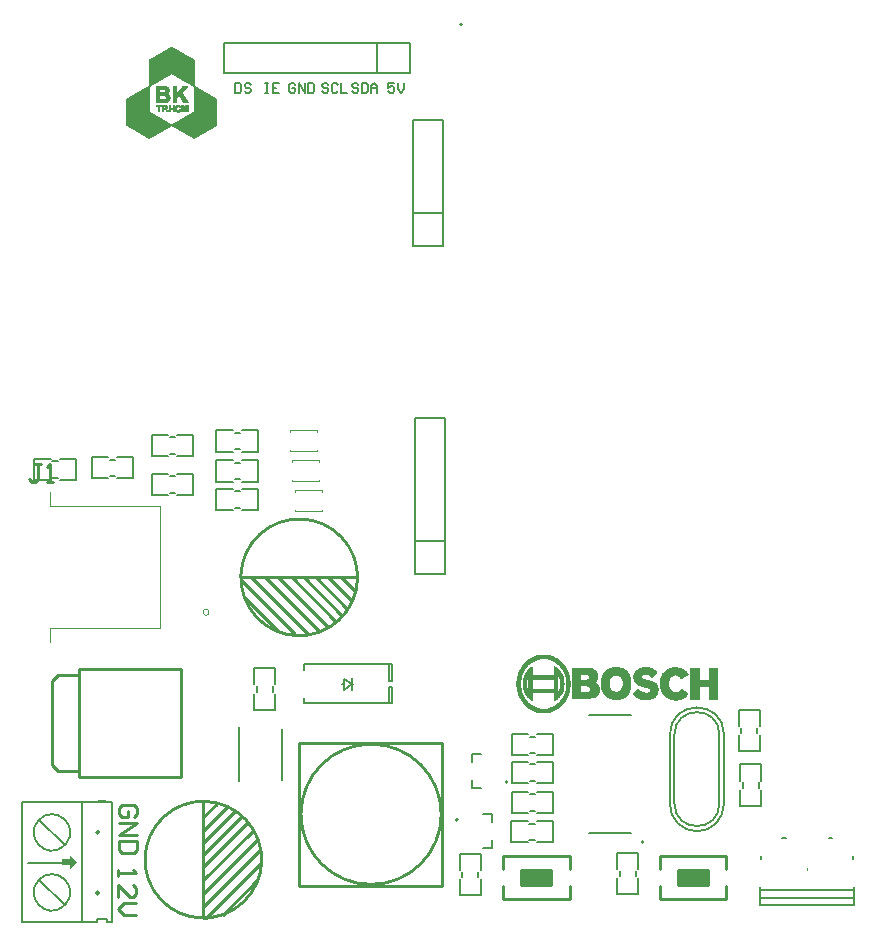
<source format=gbr>
%TF.GenerationSoftware,Altium Limited,Altium Designer,21.3.2 (30)*%
G04 Layer_Color=65535*
%FSLAX24Y24*%
%MOIN*%
%TF.SameCoordinates,A906CF50-EBD2-4515-BF13-6977FA7C699A*%
%TF.FilePolarity,Positive*%
%TF.FileFunction,Legend,Top*%
%TF.Part,Single*%
G01*
G75*
%TA.AperFunction,NonConductor*%
%ADD48C,0.0079*%
%ADD49C,0.0070*%
%ADD64C,0.0000*%
%ADD65C,0.0100*%
%ADD66C,0.0010*%
%ADD67C,0.0003*%
%ADD68C,0.0050*%
%ADD69C,0.0040*%
%ADD70C,0.0032*%
%ADD71C,0.0047*%
%ADD72C,0.0059*%
%ADD73R,0.1000X0.0500*%
G36*
X11950Y26700D02*
X11700Y26950D01*
Y26800D01*
X11450D01*
Y26600D01*
X11700D01*
Y26450D01*
X11950Y26700D01*
D02*
G37*
D48*
X26295Y29376D02*
G03*
X26295Y29376I-39J0D01*
G01*
X30822Y27384D02*
G03*
X30822Y27384I-39J0D01*
G01*
X24634Y28124D02*
G03*
X24634Y28124I-39J0D01*
G01*
X27285Y29344D02*
X27813D01*
Y30054D01*
X27285D02*
X27813D01*
X26435D02*
X26980D01*
X26435Y29344D02*
X26980D01*
X26435D02*
Y30054D01*
X27261Y27370D02*
X27789D01*
Y28080D01*
X27261D02*
X27789D01*
X26411D02*
X26956D01*
X26411Y27370D02*
X26956D01*
X26411D02*
Y28080D01*
X24700Y25610D02*
X25400D01*
X24700Y26990D02*
X25400D01*
X24700Y25610D02*
Y26139D01*
Y26444D02*
Y26990D01*
X25400Y26444D02*
Y26990D01*
Y25610D02*
Y26139D01*
X29951Y25636D02*
X30651D01*
X29951Y27016D02*
X30651D01*
X29951Y25636D02*
Y26165D01*
Y26470D02*
Y27016D01*
X30651Y26470D02*
Y27016D01*
Y25636D02*
Y26165D01*
X26435Y30980D02*
X26964D01*
X26435Y30270D02*
Y30980D01*
Y30270D02*
X26964D01*
X27269D02*
X27813D01*
X27269Y30980D02*
X27813D01*
Y30270D02*
Y30980D01*
X27285Y28344D02*
X27813D01*
Y29054D01*
X27285D02*
X27813D01*
X26435D02*
X26980D01*
X26435Y28344D02*
X26980D01*
X26435D02*
Y29054D01*
X34051Y28586D02*
X34751D01*
X34051Y29966D02*
X34751D01*
X34051Y28586D02*
Y29115D01*
Y29420D02*
Y29966D01*
X34751Y29420D02*
Y29966D01*
Y28586D02*
Y29115D01*
X34000Y30410D02*
X34700D01*
X34000Y31790D02*
X34700D01*
X34000Y30410D02*
Y30939D01*
Y31244D02*
Y31790D01*
X34700Y31244D02*
Y31790D01*
Y30410D02*
Y30939D01*
X16852Y53000D02*
Y54000D01*
X23048Y53000D02*
Y54000D01*
X16852Y53000D02*
X23048D01*
X16852Y54000D02*
X23048D01*
X21950Y53000D02*
Y54000D01*
X16585Y38444D02*
Y39154D01*
Y38444D02*
X17130D01*
X16585Y39154D02*
X17130D01*
X17435D02*
X17963D01*
Y38444D02*
Y39154D01*
X17435Y38444D02*
X17963D01*
X15285Y39651D02*
X15814D01*
X14434D02*
X14980D01*
X14434Y38951D02*
X14980D01*
X15285D02*
X15814D01*
X14434D02*
Y39651D01*
X15814Y38951D02*
Y39651D01*
X35451Y27511D02*
X35569D01*
X37813Y26822D02*
Y26901D01*
X34703Y25504D02*
X37852D01*
X34703Y25779D02*
X37852D01*
Y25267D02*
Y25878D01*
X34703Y25267D02*
Y25878D01*
Y25267D02*
X37852D01*
X34742Y26822D02*
Y26901D01*
X36986Y27511D02*
X37104D01*
X11361Y40150D02*
X11890D01*
X10510D02*
X11056D01*
X10510Y39450D02*
X11056D01*
X11361D02*
X11890D01*
X10510D02*
Y40150D01*
X11890Y39450D02*
Y40150D01*
X15285Y40951D02*
X15814D01*
X14434D02*
X14980D01*
X14434Y40251D02*
X14980D01*
X15285D02*
X15814D01*
X14434D02*
Y40951D01*
X15814Y40251D02*
Y40951D01*
X17849Y32635D02*
Y33164D01*
Y31784D02*
Y32330D01*
X18549Y31784D02*
Y32330D01*
Y32635D02*
Y33164D01*
X17849Y31784D02*
X18549D01*
X17849Y33164D02*
X18549D01*
X19500Y33300D02*
X22426D01*
X19500Y33113D02*
Y33300D01*
X22426Y32750D02*
Y33300D01*
X19500Y32000D02*
Y32187D01*
X22350Y32750D02*
X22426D01*
X22350D02*
Y33300D01*
Y32000D02*
Y32550D01*
X22426D01*
X19500Y32000D02*
X22426D01*
Y32550D01*
X21107Y32453D02*
Y32847D01*
X20832Y32807D02*
X21107Y32650D01*
X20832Y32453D02*
X21107Y32650D01*
X20832Y32453D02*
Y32807D01*
X21107Y32650D02*
X21147D01*
X20753D02*
X20832D01*
X12436Y39499D02*
X12965D01*
X13270D02*
X13816D01*
X13270Y40199D02*
X13816D01*
X12436D02*
X12965D01*
X13816Y39499D02*
Y40199D01*
X12436Y39499D02*
Y40199D01*
X16585Y39394D02*
Y40104D01*
Y39394D02*
X17130D01*
X16585Y40104D02*
X17130D01*
X17435D02*
X17963D01*
Y39394D02*
Y40104D01*
X17435Y39394D02*
X17963D01*
X16585Y40394D02*
Y41104D01*
Y40394D02*
X17130D01*
X16585Y41104D02*
X17130D01*
X17435D02*
X17963D01*
Y40394D02*
Y41104D01*
X17435Y40394D02*
X17963D01*
X23150Y51448D02*
X24150D01*
Y47252D02*
Y51448D01*
X23150Y47252D02*
Y51448D01*
Y47252D02*
X24150D01*
X23150Y48350D02*
X24150D01*
X23200Y37400D02*
X24200D01*
X23200Y41498D02*
X24200D01*
Y36302D02*
Y41498D01*
X23200Y36302D02*
Y41498D01*
Y36302D02*
X24200D01*
D49*
X33500Y30973D02*
G03*
X31700Y30965I-900J-6D01*
G01*
Y28665D02*
G03*
X33499Y28664I899J-30D01*
G01*
X33350Y30965D02*
G03*
X31850Y30957I-750J-5D01*
G01*
Y28657D02*
G03*
X33350Y28665I750J5D01*
G01*
X11554Y25302D02*
G03*
X11500Y25248I-454J398D01*
G01*
X12684Y27700D02*
G03*
X12684Y27700I-64J0D01*
G01*
X12694Y25680D02*
G03*
X12694Y25680I-64J0D01*
G01*
X11561Y27310D02*
G03*
X11500Y27248I-461J390D01*
G01*
X27036Y29430D02*
X27216D01*
X27036Y29970D02*
X27216D01*
X27012Y27456D02*
X27192D01*
X27012Y27996D02*
X27192D01*
X24779Y26208D02*
Y26388D01*
X25319Y26208D02*
Y26388D01*
X30030Y26234D02*
Y26414D01*
X30570Y26234D02*
Y26414D01*
X27033Y30894D02*
X27213D01*
X27033Y30354D02*
X27213D01*
X27036Y28430D02*
X27216D01*
X27036Y28970D02*
X27216D01*
X31700Y28665D02*
X31700Y30965D01*
X33500Y28665D02*
Y30965D01*
X31850Y28665D02*
X31850Y30965D01*
X33350Y28665D02*
Y30965D01*
X34130Y29184D02*
Y29364D01*
X34670Y29184D02*
Y29364D01*
X34079Y31008D02*
Y31188D01*
X34619Y31008D02*
Y31188D01*
X17186Y39070D02*
X17366D01*
X17186Y38530D02*
X17366D01*
X15036Y39570D02*
X15216D01*
X15036Y39030D02*
X15216D01*
X11112Y40069D02*
X11292D01*
X11112Y39529D02*
X11292D01*
X15036Y40870D02*
X15216D01*
X15036Y40330D02*
X15216D01*
X17930Y32386D02*
Y32566D01*
X18470Y32386D02*
Y32566D01*
X12950Y24700D02*
X13100D01*
X12950D02*
Y24800D01*
X13100Y24700D02*
Y28700D01*
X10310Y24700D02*
X11500D01*
X10100D02*
Y28700D01*
X10680Y26120D02*
X11525Y25275D01*
X10310Y26680D02*
X11820D01*
X12650Y28760D02*
X12900D01*
X11600Y28700D02*
X13100D01*
X12610Y24800D02*
X12920D01*
X12610Y24700D02*
Y24800D01*
X10100Y24700D02*
X12610D01*
X10100Y28700D02*
X11600D01*
X12100Y24700D02*
Y28700D01*
X10680Y28120D02*
X11530Y27270D01*
X13034Y39580D02*
X13214D01*
X13034Y40120D02*
X13214D01*
X17186Y40020D02*
X17366D01*
X17186Y39480D02*
X17366D01*
X17186Y41020D02*
X17366D01*
X17186Y40480D02*
X17366D01*
D64*
X16336Y35037D02*
G03*
X16336Y35037I-98J0D01*
G01*
D65*
X24078Y28305D02*
G03*
X24078Y28305I-2339J0D01*
G01*
X20675Y34786D02*
G03*
X20661Y34773I-1333J1417D01*
G01*
X17564Y28125D02*
G03*
X17577Y28111I-1417J-1333D01*
G01*
X28360Y25470D02*
Y25920D01*
Y26480D02*
Y26930D01*
X26750Y25950D02*
Y26450D01*
Y25950D02*
X27750D01*
Y26450D01*
X26750D02*
X27750D01*
X26140Y26930D02*
X28360D01*
X26140Y25470D02*
X28360D01*
X26140D02*
Y25920D01*
Y26480D02*
Y26930D01*
X31362Y26480D02*
Y26930D01*
Y25470D02*
Y25920D01*
X32972Y25950D02*
Y26450D01*
X31972D02*
X32972D01*
X31972Y25950D02*
Y26450D01*
Y25950D02*
X32972D01*
X31362Y25470D02*
X33582D01*
X31362Y26930D02*
X33582D01*
Y26480D02*
Y26930D01*
Y25470D02*
Y25920D01*
X24700Y54650D02*
X24750D01*
X12000Y29550D02*
X15400D01*
X12000D02*
Y33150D01*
X15400D01*
Y29550D02*
Y33150D01*
X11300Y32950D02*
X12000D01*
X11100Y32750D02*
X11300Y32950D01*
X11100Y29950D02*
Y32750D01*
Y29950D02*
X11300Y29750D01*
X12000D01*
X19338Y30667D02*
X24102D01*
X19338Y27045D02*
Y30667D01*
Y25903D02*
Y27045D01*
Y25903D02*
X24102D01*
Y30667D01*
X17500Y35550D02*
X18650Y34400D01*
X17400Y36100D02*
X19200Y34300D01*
X17400Y36100D02*
Y36200D01*
X17750D02*
X19650Y34300D01*
X18200Y36200D02*
X20000Y34400D01*
X18050Y36200D02*
X18200D01*
X18650D02*
X20300Y34550D01*
X18600Y36200D02*
X18650D01*
X19100D02*
X20550Y34750D01*
X18900Y36200D02*
X19100D01*
X19500D02*
X20750Y34950D01*
X19450Y36200D02*
X19500D01*
X19900D02*
X20950Y35150D01*
X20300Y36200D02*
X21100Y35400D01*
X20100Y36200D02*
X20300D01*
X20750D02*
X21200Y35750D01*
X20500Y36200D02*
X20750D01*
X17400D02*
X21250D01*
X16800Y24950D02*
X17950Y26100D01*
X16250Y24850D02*
X18050Y26650D01*
X16150Y24850D02*
X16250D01*
X16150Y25200D02*
X18050Y27100D01*
X16150Y25650D02*
X17950Y27450D01*
X16150Y25500D02*
Y25650D01*
Y26100D02*
X17800Y27750D01*
X16150Y26050D02*
Y26100D01*
Y26550D02*
X17600Y28000D01*
X16150Y26350D02*
Y26550D01*
Y26950D02*
X17400Y28200D01*
X16150Y26900D02*
Y26950D01*
Y27350D02*
X17200Y28400D01*
X16150Y27750D02*
X16950Y28550D01*
X16150Y27550D02*
Y27750D01*
Y28200D02*
X16600Y28650D01*
X16150Y27950D02*
Y28200D01*
Y24850D02*
Y28700D01*
X13300Y26450D02*
Y26250D01*
Y26350D01*
X13900D01*
X13800Y26450D01*
X13300Y25550D02*
Y25950D01*
X13700Y25550D01*
X13800D01*
X13900Y25650D01*
Y25850D01*
X13800Y25950D01*
X13900Y25350D02*
X13500D01*
X13300Y25150D01*
X13500Y24950D01*
X13900D01*
X13850Y28200D02*
X13950Y28300D01*
Y28500D01*
X13850Y28600D01*
X13450D01*
X13350Y28500D01*
Y28300D01*
X13450Y28200D01*
X13650D01*
Y28400D01*
X13350Y28000D02*
X13950D01*
X13350Y27600D01*
X13950D01*
Y27400D02*
X13350D01*
Y27100D01*
X13450Y27001D01*
X13850D01*
X13950Y27100D01*
Y27400D01*
X10730Y39980D02*
X10530D01*
X10630D01*
Y39480D01*
X10530Y39380D01*
X10430D01*
X10330Y39480D01*
X10930Y39380D02*
X11130D01*
X11030D01*
Y39980D01*
X10930Y39880D01*
D66*
X31430Y32960D02*
X31850D01*
X31450Y32990D02*
X32290D01*
X31440Y32970D02*
X32270D01*
X31440Y32980D02*
X32290D01*
X31450Y33000D02*
X32280D01*
X31460Y33010D02*
X32270D01*
X31470Y33020D02*
X32260D01*
X31490Y33030D02*
X32260D01*
X31500Y33040D02*
X32250D01*
X31510Y33050D02*
X32240D01*
X31520Y33060D02*
X32230D01*
X31520Y33070D02*
X32220D01*
X31530Y33080D02*
X32200D01*
X31370Y32590D02*
X31650D01*
X31360Y32630D02*
X31640D01*
X31360Y32640D02*
X31640D01*
X31360Y32650D02*
X31640D01*
X31360Y32660D02*
X31640D01*
X31360Y32670D02*
X31640D01*
X31360Y32680D02*
X31640D01*
X31370Y32600D02*
X31650D01*
X31360Y32610D02*
X31650D01*
X31770Y33200D02*
X31940D01*
X31600Y33130D02*
X32130D01*
X31650Y33160D02*
X32080D01*
X31730Y33190D02*
X31990D01*
X31610Y33140D02*
X32120D01*
X31630Y33150D02*
X32100D01*
X31670Y33170D02*
X32060D01*
X31700Y33180D02*
X32030D01*
X31360Y32690D02*
X31640D01*
X31370Y32770D02*
X31650D01*
X31360Y32700D02*
X31640D01*
X31360Y32710D02*
X31650D01*
X31360Y32720D02*
X31650D01*
X31360Y32730D02*
X31650D01*
X31360Y32740D02*
X31650D01*
X31370Y32750D02*
X31650D01*
X31370Y32780D02*
X31650D01*
X31370Y32760D02*
X31650D01*
X31370Y32790D02*
X31660D01*
X31370Y32800D02*
X31660D01*
X31380Y32810D02*
X31660D01*
X32380Y33110D02*
X32670D01*
X32380Y33080D02*
X32670D01*
X32380Y33090D02*
X32670D01*
X32380Y33100D02*
X32670D01*
X32380Y33120D02*
X32670D01*
X32380Y33130D02*
X32660D01*
X32380Y33140D02*
X32660D01*
X32380Y33150D02*
X32660D01*
X32380Y33160D02*
X32670D01*
X32380Y33170D02*
X32670D01*
X31380Y32820D02*
X31670D01*
X31380Y32850D02*
X31680D01*
X31380Y32840D02*
X31670D01*
X31380Y32830D02*
X31670D01*
X31390Y32860D02*
X31680D01*
X31390Y32870D02*
X31690D01*
X31390Y32880D02*
X31700D01*
X31400Y32890D02*
X31710D01*
X32060Y32850D02*
X32080D01*
X32040Y32870D02*
X32110D01*
X32050Y32860D02*
X32100D01*
X32030Y32880D02*
X32130D01*
X32020Y32890D02*
X32140D01*
X32380Y32800D02*
X32670D01*
X32380Y32810D02*
X32670D01*
X32380Y32820D02*
X32670D01*
X32380Y32830D02*
X32670D01*
X32380Y32840D02*
X32670D01*
X32380Y32850D02*
X32670D01*
X32380Y32860D02*
X32670D01*
X32380Y32870D02*
X32670D01*
X32380Y32880D02*
X32670D01*
X32380Y32890D02*
X32670D01*
X32380Y32900D02*
X32670D01*
X32380Y32910D02*
X32670D01*
X32380Y32940D02*
X32670D01*
X32380Y32920D02*
X32670D01*
X32380Y32930D02*
X32670D01*
X31400Y32900D02*
X31720D01*
X31990Y32910D02*
X32190D01*
X32000Y32900D02*
X32170D01*
X31400Y32910D02*
X31730D01*
X31980Y32920D02*
X32200D01*
X31410D02*
X31740D01*
X31410Y32930D02*
X31760D01*
X31970D02*
X32210D01*
X31420Y32940D02*
X31780D01*
X31960D02*
X32230D01*
X31420Y32950D02*
X31800D01*
X31940D02*
X32250D01*
X31900Y32960D02*
X32260D01*
X31580Y33120D02*
X32150D01*
X31550Y33090D02*
X32190D01*
X31560Y33100D02*
X32180D01*
X31570Y33110D02*
X32170D01*
X32380Y32950D02*
X32670D01*
X32380Y32980D02*
X32670D01*
X32380Y32960D02*
X32670D01*
X32380Y32970D02*
X32670D01*
X32380Y32990D02*
X32670D01*
X32380Y33000D02*
X32670D01*
X32380Y33010D02*
X32670D01*
X32380Y33020D02*
X32670D01*
X32380Y33030D02*
X32670D01*
X32380Y33040D02*
X32670D01*
X32380Y33050D02*
X32670D01*
X32380Y33060D02*
X32670D01*
X32380Y33070D02*
X32670D01*
X30730Y33190D02*
X31040D01*
X30640Y33150D02*
X31120D01*
X30600Y33130D02*
X31160D01*
X30620Y33140D02*
X31150D01*
X30660Y33160D02*
X31100D01*
X30680Y33170D02*
X31090D01*
X30700Y33180D02*
X31060D01*
X29730Y33190D02*
X30050D01*
X30760Y33200D02*
X31000D01*
X29780D02*
X30010D01*
X30820Y33210D02*
X30950D01*
X29880D02*
X29910D01*
X30530Y33060D02*
X31250D01*
X30540Y33070D02*
X31240D01*
X30550Y33080D02*
X31230D01*
X30560Y33090D02*
X31210D01*
X30570Y33100D02*
X31200D01*
X30580Y33110D02*
X31190D01*
X30590Y33120D02*
X31170D01*
X29580D02*
X30210D01*
X29600Y33130D02*
X30190D01*
X29630Y33150D02*
X30160D01*
X31830Y32130D02*
X31950D01*
X31550Y32250D02*
X32220D01*
X31530Y32270D02*
X32240D01*
X31450Y32360D02*
X32260D01*
X31510Y32290D02*
X32250D01*
X31520Y32280D02*
X32240D01*
X31500Y32300D02*
X32260D01*
X31490Y32310D02*
X32270D01*
X31490Y32320D02*
X32270D01*
X31470Y32330D02*
X32280D01*
X31460Y32340D02*
X32280D01*
X31450Y32350D02*
X32270D01*
X31760Y32140D02*
X32010D01*
X31440Y32370D02*
X32240D01*
X30520Y32750D02*
X31070D01*
X30510Y32760D02*
X31030D01*
X28440Y32570D02*
X28700D01*
X28440Y32580D02*
X28700D01*
X30500Y32790D02*
X30900D01*
X30490Y32800D02*
X30860D01*
X30620Y32650D02*
X31230D01*
X30600Y32660D02*
X31230D01*
X30590Y32670D02*
X31220D01*
X30580Y32680D02*
X31210D01*
X30570Y32690D02*
X31190D01*
X30560Y32700D02*
X31180D01*
X30550Y32710D02*
X31160D01*
X30540Y32720D02*
X31130D01*
X30530Y32730D02*
X31120D01*
X30520Y32740D02*
X31090D01*
X30510Y32770D02*
X30990D01*
X30490Y32810D02*
X30820D01*
X30500Y32780D02*
X30950D01*
X30490Y32820D02*
X30800D01*
X30490Y32830D02*
X30770D01*
X30490Y32840D02*
X30760D01*
X30490Y32950D02*
X30750D01*
X30480Y32850D02*
X30750D01*
X30480Y32860D02*
X30750D01*
X30480Y32870D02*
X30740D01*
X30480Y32880D02*
X30740D01*
X30480Y32890D02*
X30740D01*
X30480Y32900D02*
X30740D01*
X30480Y32910D02*
X30740D01*
X30480Y32920D02*
X30740D01*
X30480Y32930D02*
X30740D01*
X30480Y32940D02*
X30750D01*
X30490Y32960D02*
X30760D01*
X30490Y32970D02*
X30770D01*
X30500Y33000D02*
X31210D01*
X30490Y32980D02*
X30800D01*
X30500Y32990D02*
X31200D01*
X30510Y33010D02*
X31210D01*
X30510Y33020D02*
X31220D01*
X30510Y33030D02*
X31230D01*
X30520Y33040D02*
X31240D01*
X30530Y33050D02*
X31250D01*
X33000Y32990D02*
X33280D01*
X33000Y33000D02*
X33280D01*
X33000Y33010D02*
X33280D01*
X33000Y33020D02*
X33280D01*
X33000Y33030D02*
X33280D01*
X33000Y33040D02*
X33280D01*
X33000Y33050D02*
X33280D01*
X33000Y33060D02*
X33280D01*
X33000Y33070D02*
X33280D01*
X33000Y33080D02*
X33280D01*
X33000Y33090D02*
X33280D01*
X33000Y33100D02*
X33280D01*
X33000Y33110D02*
X33280D01*
X33000Y33120D02*
X33280D01*
X33000Y33130D02*
X33280D01*
X33000Y33140D02*
X33280D01*
X33000Y33150D02*
X33280D01*
X33000Y33160D02*
X33280D01*
X33000Y33170D02*
X33280D01*
X30120Y32640D02*
X30380D01*
X30120Y32620D02*
X30380D01*
X30120Y32610D02*
X30380D01*
X30120Y32630D02*
X30380D01*
X30120Y32740D02*
X30380D01*
X30120Y32750D02*
X30380D01*
X30120Y32760D02*
X30380D01*
X30120Y32770D02*
X30380D01*
X30100Y32780D02*
X30380D01*
X30100Y32790D02*
X30380D01*
X28440Y32530D02*
X28700D01*
X28440Y32560D02*
X28700D01*
X28440Y32540D02*
X28700D01*
X28440Y32550D02*
X28700D01*
X28440Y32590D02*
X28700D01*
X28440Y32790D02*
X28700D01*
X28440Y32800D02*
X28700D01*
X28440Y32810D02*
X28700D01*
X28440Y32820D02*
X28700D01*
X28440Y32830D02*
X28700D01*
X28440Y32840D02*
X28700D01*
X28440Y32850D02*
X28700D01*
X28440Y32860D02*
X28700D01*
X28440Y32870D02*
X28700D01*
X28440Y32880D02*
X28700D01*
X28440Y32920D02*
X28700D01*
X28440Y32910D02*
X28700D01*
X28440Y32900D02*
X28700D01*
X28440Y32930D02*
X28700D01*
X28440Y32890D02*
X28700D01*
X29000Y32900D02*
X29280D01*
X29000Y32870D02*
X29280D01*
X29000Y32880D02*
X29280D01*
X29000Y32890D02*
X29280D01*
X29000Y32910D02*
X29280D01*
X28440Y32710D02*
X29180D01*
X28440Y32760D02*
X29230D01*
X28440Y32720D02*
X29190D01*
X28440Y32730D02*
X29200D01*
X28440Y32740D02*
X29210D01*
X28440Y32750D02*
X29220D01*
X28440Y32780D02*
X29240D01*
X28440Y32770D02*
X29240D01*
X28880Y32790D02*
X29250D01*
X29400Y32750D02*
X29660D01*
X29400Y32740D02*
X29660D01*
X29400Y32760D02*
X29660D01*
X29400Y32770D02*
X29660D01*
X29400Y32780D02*
X29670D01*
X29400Y32790D02*
X29670D01*
X28940Y32800D02*
X29250D01*
X28970Y32820D02*
X29260D01*
X28960Y32810D02*
X29260D01*
X29400Y32800D02*
X29670D01*
X29400Y32810D02*
X29670D01*
X29410Y32820D02*
X29680D01*
X30100Y32800D02*
X30380D01*
X30100Y32810D02*
X30370D01*
X30090Y32820D02*
X30370D01*
X29440Y32920D02*
X29750D01*
X29440Y32900D02*
X29730D01*
X29440Y32910D02*
X29740D01*
X30030D02*
X30350D01*
X30020Y32920D02*
X30350D01*
X29450Y32930D02*
X29780D01*
X30000D02*
X30340D01*
X29410Y32830D02*
X29680D01*
X29420Y32870D02*
X29700D01*
X29410Y32840D02*
X29680D01*
X29410Y32850D02*
X29690D01*
X29410Y32860D02*
X29700D01*
X30080D02*
X30360D01*
X30080Y32850D02*
X30370D01*
X30090Y32830D02*
X30370D01*
X30090Y32840D02*
X30370D01*
X29420Y32880D02*
X29710D01*
X30060D02*
X30360D01*
X29420Y32890D02*
X29720D01*
X30040Y32900D02*
X30350D01*
X30070Y32870D02*
X30360D01*
X30060Y32890D02*
X30360D01*
X26660Y33060D02*
X26790D01*
X26640Y33020D02*
X26770D01*
X26650Y33030D02*
X26780D01*
X26650Y33040D02*
X26780D01*
X26650Y33050D02*
X26790D01*
X26970Y33140D02*
X27090D01*
X26970Y33130D02*
X27090D01*
X26960Y33120D02*
X27090D01*
X26950Y33110D02*
X27090D01*
X26930Y33090D02*
X27090D01*
X26940Y33100D02*
X27090D01*
X26890Y33030D02*
X27090D01*
X26910Y33060D02*
X27090D01*
X26900Y33050D02*
X27090D01*
X26900Y33040D02*
X27090D01*
X26890Y33020D02*
X27090D01*
X26670Y33090D02*
X26810D01*
X26670Y33080D02*
X26800D01*
X26660Y33070D02*
X26800D01*
X26720Y33170D02*
X26860D01*
X26720Y33160D02*
X26850D01*
X26680Y33110D02*
X26820D01*
X26680Y33100D02*
X26810D01*
X26620Y32960D02*
X26750D01*
X26980D02*
X27090D01*
X26630Y32970D02*
X26760D01*
X26850Y32960D02*
X26970D01*
X26860Y32970D02*
X27090D01*
X26930Y33080D02*
X27090D01*
X26920Y33070D02*
X27090D01*
X27840Y32960D02*
X27940D01*
X27840Y32990D02*
X27940D01*
X27840Y33090D02*
X28010D01*
X27840Y33070D02*
X28020D01*
X27840Y33080D02*
X28020D01*
X27840Y33060D02*
X28030D01*
X27840Y33040D02*
X28040D01*
X27840Y33050D02*
X28040D01*
X27840Y33030D02*
X28050D01*
X27840Y33010D02*
X28070D01*
X27840Y33020D02*
X28070D01*
X27840Y33000D02*
X28080D01*
X26630Y32980D02*
X26760D01*
X26640Y33010D02*
X26770D01*
X26880D02*
X27090D01*
X26880Y33000D02*
X27090D01*
X26870Y32990D02*
X27090D01*
X26630D02*
X26760D01*
X26640Y33000D02*
X26770D01*
X26860Y32980D02*
X27090D01*
X28080Y33200D02*
X28210D01*
X28120Y33130D02*
X28250D01*
X28130Y33110D02*
X28260D01*
X28130Y33120D02*
X28260D01*
X28140Y33090D02*
X28270D01*
X28140Y33100D02*
X28270D01*
X28150Y33080D02*
X28270D01*
X28150Y33070D02*
X28280D01*
X28160Y33060D02*
X28280D01*
X28160Y33050D02*
X28290D01*
X28170Y33040D02*
X28290D01*
X28170Y33030D02*
X28290D01*
X28080Y33190D02*
X28220D01*
X28100Y33160D02*
X28240D01*
X28110Y33150D02*
X28240D01*
X28120Y33140D02*
X28250D01*
X28440Y33190D02*
X29040D01*
X28440Y33130D02*
X29170D01*
X28440Y33120D02*
X29180D01*
X28440Y33110D02*
X29190D01*
X28440Y33100D02*
X29200D01*
X28440Y33090D02*
X29210D01*
X28440Y33080D02*
X29220D01*
X28440Y33070D02*
X29230D01*
X28440Y33060D02*
X29240D01*
X28440Y33050D02*
X29240D01*
X28440Y33180D02*
X29070D01*
X28440Y33170D02*
X29100D01*
X28440Y33160D02*
X29130D01*
X28440Y33140D02*
X29150D01*
X28180Y33010D02*
X28300D01*
X28180Y33020D02*
X28300D01*
X28090Y33180D02*
X28220D01*
X28100Y33170D02*
X28230D01*
X28190Y32990D02*
X28310D01*
X28180Y33000D02*
X28310D01*
X28440Y33020D02*
X29260D01*
X28440Y33000D02*
X29270D01*
X28440Y33010D02*
X29260D01*
X28440Y33030D02*
X29250D01*
X28440Y33040D02*
X29250D01*
X28440Y33150D02*
X29140D01*
X31540Y32260D02*
X32230D01*
X32380D02*
X32660D01*
X32380Y32320D02*
X32660D01*
X33000D02*
X33280D01*
X33000Y32940D02*
X33280D01*
X33000Y32910D02*
X33280D01*
X33000Y32920D02*
X33280D01*
X33000Y32930D02*
X33280D01*
X33000Y32950D02*
X33280D01*
X33000Y32960D02*
X33280D01*
X33000Y32970D02*
X33280D01*
X33000Y32980D02*
X33280D01*
X30990Y32960D02*
X31170D01*
X31080Y32890D02*
X31090D01*
X31070Y32900D02*
X31100D01*
X31060Y32910D02*
X31110D01*
X31050Y32920D02*
X31120D01*
X31040Y32930D02*
X31130D01*
X31030Y32940D02*
X31150D01*
X31010Y32950D02*
X31160D01*
X30970Y32970D02*
X31180D01*
X30940Y32980D02*
X31190D01*
X32380Y32360D02*
X32660D01*
X32380Y32330D02*
X32660D01*
X32380Y32340D02*
X32660D01*
X32380Y32310D02*
X32660D01*
X32380Y32350D02*
X32660D01*
X32380Y32370D02*
X32660D01*
X32380Y32270D02*
X32660D01*
X32380Y32280D02*
X32660D01*
X32380Y32290D02*
X32660D01*
X32380Y32300D02*
X32660D01*
X33000D02*
X33280D01*
X33000Y32290D02*
X33280D01*
X33000Y32270D02*
X33280D01*
X33000Y32280D02*
X33280D01*
X33000Y32310D02*
X33280D01*
X33000Y32330D02*
X33280D01*
X33000Y32340D02*
X33280D01*
X33000Y32350D02*
X33280D01*
X33000Y32360D02*
X33280D01*
X32380Y32510D02*
X32660D01*
X32380Y32480D02*
X32660D01*
X32380Y32490D02*
X32660D01*
X32380Y32500D02*
X32660D01*
X32380Y32520D02*
X32660D01*
X32380Y32530D02*
X32660D01*
X32380Y32540D02*
X32660D01*
X32380Y32550D02*
X32660D01*
X32380Y32560D02*
X32670D01*
X31420Y32420D02*
X31730D01*
X31400Y32450D02*
X31710D01*
X31410Y32430D02*
X31730D01*
X31030Y32440D02*
X31290D01*
X31410D02*
X31720D01*
X31030Y32450D02*
X31290D01*
X31400Y32460D02*
X31700D01*
X31030D02*
X31290D01*
X31400Y32470D02*
X31700D01*
X31030D02*
X31290D01*
X31390Y32480D02*
X31690D01*
X31020D02*
X31290D01*
X31020Y32490D02*
X31290D01*
X31440Y32380D02*
X31840D01*
X31420Y32410D02*
X31740D01*
X31430Y32390D02*
X31780D01*
X31430Y32400D02*
X31760D01*
X31900Y32380D02*
X32230D01*
X32380D02*
X32660D01*
X31950Y32390D02*
X32220D01*
X32380D02*
X32660D01*
X31990Y32400D02*
X32200D01*
X32010Y32410D02*
X32190D01*
X32380D02*
X32660D01*
X32380Y32400D02*
X32660D01*
X32380Y32420D02*
X32660D01*
X32380Y32440D02*
X32660D01*
X32020Y32420D02*
X32180D01*
X32040Y32430D02*
X32150D01*
X32380D02*
X32660D01*
X32050Y32440D02*
X32140D01*
X32060Y32450D02*
X32130D01*
X32380D02*
X32660D01*
X32070Y32460D02*
X32110D01*
X32380D02*
X32660D01*
X32380Y32470D02*
X32660D01*
X32080D02*
X32100D01*
X32080Y32480D02*
X32090D01*
X33000Y32370D02*
X33280D01*
X33000Y32400D02*
X33280D01*
X33000Y32380D02*
X33280D01*
X33000Y32390D02*
X33280D01*
X33000Y32410D02*
X33280D01*
X33000Y32420D02*
X33280D01*
X33000Y32430D02*
X33280D01*
X33000Y32440D02*
X33280D01*
X33000Y32450D02*
X33280D01*
X33000Y32460D02*
X33280D01*
X33000Y32470D02*
X33280D01*
X33000Y32480D02*
X33280D01*
X33000Y32490D02*
X33280D01*
X30760Y32580D02*
X31270D01*
X30850Y32560D02*
X31270D01*
X30810Y32570D02*
X31270D01*
X31370Y32580D02*
X31650D01*
X31390Y32490D02*
X31680D01*
X31380Y32510D02*
X31670D01*
X31390Y32500D02*
X31680D01*
X31010D02*
X31290D01*
X31010Y32510D02*
X31290D01*
X31380Y32520D02*
X31670D01*
X31380Y32530D02*
X31670D01*
X30930Y32540D02*
X31280D01*
X31380D02*
X31660D01*
X30890Y32550D02*
X31280D01*
X31380D02*
X31660D01*
X31370Y32560D02*
X31660D01*
X31370Y32570D02*
X31650D01*
X33000Y32500D02*
X33280D01*
X33000Y32530D02*
X33280D01*
X33000Y32510D02*
X33280D01*
X33000Y32520D02*
X33280D01*
X33000Y32540D02*
X33280D01*
X33000Y32550D02*
X33280D01*
X33000Y32560D02*
X33280D01*
X32380Y32570D02*
X33280D01*
X32380Y32580D02*
X33280D01*
X32380Y32590D02*
X33280D01*
X32380Y32600D02*
X33280D01*
X32380Y32650D02*
X33280D01*
X32380Y32700D02*
X33280D01*
X32380Y32660D02*
X33280D01*
X32380Y32670D02*
X33280D01*
X32380Y32680D02*
X33280D01*
X32380Y32690D02*
X33280D01*
X32380Y32710D02*
X33280D01*
X32380Y32720D02*
X33280D01*
X32380Y32730D02*
X33280D01*
X32380Y32740D02*
X33280D01*
X32380Y32750D02*
X33280D01*
X32380Y32760D02*
X33280D01*
X32380Y32770D02*
X33280D01*
X32380Y32780D02*
X33280D01*
X33000Y32810D02*
X33280D01*
X32380Y32790D02*
X33280D01*
X33000Y32800D02*
X33280D01*
X33000Y32820D02*
X33280D01*
X33000Y32830D02*
X33280D01*
X33000Y32840D02*
X33280D01*
X33000Y32850D02*
X33280D01*
X33000Y32860D02*
X33280D01*
X33000Y32870D02*
X33280D01*
X33000Y32880D02*
X33280D01*
X33000Y32890D02*
X33280D01*
X33000Y32900D02*
X33280D01*
X27840Y33130D02*
X27970D01*
X27840Y33100D02*
X28000D01*
X27840Y33120D02*
X27990D01*
X27840Y33110D02*
X27990D01*
X26800Y33290D02*
X26950D01*
X26820Y33320D02*
X26990D01*
X26810Y33300D02*
X26960D01*
X26820Y33310D02*
X26980D01*
X26830Y33330D02*
X27000D01*
X26840Y33340D02*
X27010D01*
X26850Y33350D02*
X27020D01*
X26860Y33360D02*
X27040D01*
X26870Y33370D02*
X27060D01*
X26880Y33380D02*
X27070D01*
X26890Y33390D02*
X27090D01*
X26900Y33400D02*
X27100D01*
X26910Y33410D02*
X27120D01*
X27840Y33240D02*
X27850D01*
X27840Y33230D02*
X27860D01*
X27840Y33160D02*
X27950D01*
X27840Y33170D02*
X27930D01*
X27840Y33180D02*
X27920D01*
X27840Y33190D02*
X27910D01*
X27840Y33220D02*
X27870D01*
X27840Y33210D02*
X27890D01*
X27840Y33200D02*
X27900D01*
X27840Y33150D02*
X27960D01*
X27840Y33140D02*
X27960D01*
X26700Y33130D02*
X26830D01*
X26710Y33150D02*
X26840D01*
X26710Y33140D02*
X26840D01*
X26680Y33120D02*
X26820D01*
X26990Y33150D02*
X27090D01*
X26730Y33180D02*
X26860D01*
X26990Y33160D02*
X27090D01*
X27000Y33170D02*
X27090D01*
X26730Y33190D02*
X26870D01*
X26740Y33200D02*
X26880D01*
X26740Y33210D02*
X26880D01*
X26750Y33220D02*
X26890D01*
X26760Y33230D02*
X26900D01*
X26760Y33240D02*
X26910D01*
X26770Y33250D02*
X26910D01*
X26790Y33280D02*
X26940D01*
X26780Y33260D02*
X26920D01*
X26780Y33270D02*
X26930D01*
X27020Y33180D02*
X27090D01*
X27040Y33190D02*
X27090D01*
X27050Y33200D02*
X27090D01*
X27060Y33210D02*
X27090D01*
X27070Y33220D02*
X27090D01*
X27080Y33230D02*
X27090D01*
X27410Y33630D02*
X27540D01*
X27250Y33600D02*
X27690D01*
X27280Y33610D02*
X27660D01*
X27220Y33590D02*
X27730D01*
X27330Y33620D02*
X27620D01*
X27160Y33570D02*
X27790D01*
X27140Y33560D02*
X27810D01*
X27190Y33580D02*
X27770D01*
X28000Y33280D02*
X28160D01*
X27960Y33320D02*
X28130D01*
X27970Y33310D02*
X28140D01*
X27980Y33300D02*
X28140D01*
X27990Y33290D02*
X28150D01*
X28010Y33270D02*
X28170D01*
X28020Y33260D02*
X28180D01*
X28030Y33250D02*
X28180D01*
X28040Y33230D02*
X28190D01*
X28040Y33240D02*
X28190D01*
X28050Y33220D02*
X28200D01*
X28070Y33210D02*
X28210D01*
X27950Y33330D02*
X28120D01*
X27830Y33410D02*
X28030D01*
X27930Y33340D02*
X28110D01*
X27920Y33350D02*
X28100D01*
X27910Y33360D02*
X28090D01*
X27890Y33370D02*
X28080D01*
X27880Y33380D02*
X28070D01*
X27850Y33400D02*
X28050D01*
X27870Y33390D02*
X28070D01*
X27050Y33510D02*
X27900D01*
X27730Y33460D02*
X27970D01*
X27700Y33470D02*
X27960D01*
X27660Y33480D02*
X27950D01*
X27630Y33490D02*
X27940D01*
X27120Y33550D02*
X27830D01*
X27100Y33540D02*
X27850D01*
X27080Y33530D02*
X27870D01*
X27070Y33520D02*
X27890D01*
X27560Y33500D02*
X27920D01*
X26960Y33450D02*
X27200D01*
X26920Y33420D02*
X27140D01*
X26930Y33430D02*
X27160D01*
X26940Y33440D02*
X27180D01*
X26970Y33460D02*
X27220D01*
X26980Y33470D02*
X27250D01*
X27000Y33480D02*
X27280D01*
X27010Y33490D02*
X27320D01*
X27040Y33500D02*
X27390D01*
X27820Y33420D02*
X28020D01*
X27800Y33430D02*
X28010D01*
X27780Y33440D02*
X28000D01*
X27760Y33450D02*
X27990D01*
X26830Y32890D02*
X26940D01*
X26810Y32850D02*
X26920D01*
X26810Y32840D02*
X26920D01*
X26820Y32860D02*
X26930D01*
X26820Y32870D02*
X26930D01*
X26820Y32880D02*
X26930D01*
X26830Y32900D02*
X26940D01*
X26830Y32910D02*
X26940D01*
X26840Y32920D02*
X26950D01*
X26840Y32930D02*
X26950D01*
X26840Y32940D02*
X26960D01*
X26850Y32950D02*
X26970D01*
X26980D02*
X27090D01*
X26630Y32360D02*
X26760D01*
X26630Y32340D02*
X26760D01*
X26640Y32320D02*
X26770D01*
X26640Y32330D02*
X26770D01*
X26640Y32310D02*
X26780D01*
X26650Y32290D02*
X26780D01*
X26650Y32300D02*
X26780D01*
X26630Y32350D02*
X26760D01*
X26860Y32360D02*
X27090D01*
X26870Y32350D02*
X27090D01*
X26880Y32330D02*
X27090D01*
X26880Y32340D02*
X27090D01*
X26890Y32310D02*
X27090D01*
X26890Y32320D02*
X27090D01*
X26900Y32300D02*
X27090D01*
X26910Y32290D02*
X27090D01*
X26600Y32460D02*
X26730D01*
X26600Y32480D02*
X26720D01*
X26600Y32490D02*
X26720D01*
X26600Y32470D02*
X26730D01*
X26610Y32440D02*
X26730D01*
X26610Y32450D02*
X26730D01*
X26610Y32410D02*
X26740D01*
X26610Y32420D02*
X26740D01*
X26610Y32430D02*
X26740D01*
X26620Y32370D02*
X26750D01*
X26620Y32380D02*
X26750D01*
X26620Y32390D02*
X26750D01*
X26620Y32400D02*
X26750D01*
X26800Y32600D02*
X26900D01*
X26800Y32570D02*
X26900D01*
X26800Y32560D02*
X26900D01*
X26800Y32550D02*
X26910D01*
X26800Y32540D02*
X26910D01*
X26810Y32520D02*
X26910D01*
X26810Y32530D02*
X26910D01*
X26600Y32860D02*
X26720D01*
X26590Y32830D02*
X26720D01*
X26600Y32840D02*
X26720D01*
X26600Y32850D02*
X26720D01*
X26600Y32870D02*
X26730D01*
X26600Y32880D02*
X26730D01*
X26610Y32890D02*
X26730D01*
X26610Y32900D02*
X26740D01*
X26610Y32910D02*
X26740D01*
X26610Y32920D02*
X26740D01*
X26620Y32930D02*
X26740D01*
X26620Y32940D02*
X26750D01*
X26620Y32950D02*
X26750D01*
X26800Y32580D02*
X26900D01*
X26800Y32590D02*
X26900D01*
X26790Y32670D02*
X26890D01*
X26810Y32830D02*
X26920D01*
X26800Y32610D02*
X26900D01*
X26800Y32620D02*
X26900D01*
X26790Y32710D02*
X26890D01*
X26790Y32660D02*
X26890D01*
X26790Y32650D02*
X26890D01*
X26790Y32690D02*
X26890D01*
X26790Y32630D02*
X26890D01*
X26790Y32680D02*
X26890D01*
X26790Y32640D02*
X26890D01*
X26790Y32700D02*
X26890D01*
X26680Y32220D02*
X26820D01*
X26670Y32250D02*
X26810D01*
X26670Y32240D02*
X26810D01*
X26660Y32270D02*
X26800D01*
X26660Y32260D02*
X26800D01*
X26650Y32280D02*
X26790D01*
X26680Y32230D02*
X26810D01*
X26960Y32220D02*
X27090D01*
X26950Y32230D02*
X27090D01*
X26980Y32200D02*
X27090D01*
X26940Y32250D02*
X27090D01*
X26940Y32240D02*
X27090D01*
X26970Y32210D02*
X27090D01*
X26910Y32280D02*
X27090D01*
X26920Y32270D02*
X27090D01*
X26930Y32260D02*
X27090D01*
X26590Y32510D02*
X26720D01*
X26590Y32500D02*
X26720D01*
X26810Y32490D02*
X26920D01*
X26810Y32500D02*
X26920D01*
X26810Y32510D02*
X26920D01*
X26980Y32490D02*
X27090D01*
X26980Y32500D02*
X27090D01*
X26980Y32510D02*
X27090D01*
X26980Y32520D02*
X27090D01*
X26980Y32530D02*
X27090D01*
X26980Y32540D02*
X27090D01*
X26980Y32550D02*
X27090D01*
X26980Y32560D02*
X27090D01*
X26980Y32570D02*
X27090D01*
X26980Y32580D02*
X27090D01*
X26980Y32590D02*
X27090D01*
X26590Y32520D02*
X26720D01*
X26580Y32620D02*
X26710D01*
X26580Y32600D02*
X26710D01*
X26580Y32610D02*
X26710D01*
X26580Y32590D02*
X26710D01*
X26590Y32550D02*
X26710D01*
X26590Y32530D02*
X26710D01*
X26590Y32570D02*
X26710D01*
X26590Y32580D02*
X26710D01*
X26590Y32540D02*
X26710D01*
X26590Y32560D02*
X26710D01*
X26580Y32630D02*
X26710D01*
X26580Y32640D02*
X26700D01*
X26590Y32820D02*
X26720D01*
X26590Y32810D02*
X26720D01*
X26580Y32730D02*
X26710D01*
X26580Y32680D02*
X26700D01*
X26580Y32660D02*
X26700D01*
X26580Y32690D02*
X26710D01*
X26580Y32740D02*
X26710D01*
X26580Y32700D02*
X26710D01*
X26580Y32710D02*
X26710D01*
X26580Y32720D02*
X26710D01*
X26590Y32750D02*
X26710D01*
X26590Y32760D02*
X26710D01*
X26590Y32770D02*
X26710D01*
X26590Y32780D02*
X26710D01*
X26590Y32790D02*
X26710D01*
X26590Y32800D02*
X26710D01*
X26580Y32670D02*
X26700D01*
X26580Y32650D02*
X26700D01*
X26810Y32820D02*
X26910D01*
X26800Y32800D02*
X26910D01*
X26800Y32790D02*
X26910D01*
X26810Y32810D02*
X26910D01*
X26980Y32820D02*
X27090D01*
X26980Y32790D02*
X27090D01*
X26980Y32800D02*
X27090D01*
X26980Y32810D02*
X27090D01*
X26850Y32380D02*
X26970D01*
X26830Y32440D02*
X26940D01*
X26820Y32460D02*
X26930D01*
X26820Y32470D02*
X26930D01*
X26820Y32480D02*
X26930D01*
X26830Y32450D02*
X26940D01*
X26830Y32430D02*
X26950D01*
X26840Y32420D02*
X26950D01*
X26840Y32400D02*
X26960D01*
X26840Y32410D02*
X26960D01*
X26850Y32390D02*
X26970D01*
X26980Y32630D02*
X27090D01*
X26980Y32670D02*
X27090D01*
X26980Y32690D02*
X27090D01*
X26980Y32660D02*
X27090D01*
X26980Y32640D02*
X27090D01*
X26980Y32620D02*
X27090D01*
X26980Y32610D02*
X27090D01*
X26980Y32680D02*
X27090D01*
X26980Y32710D02*
X27090D01*
X26980Y32600D02*
X27090D01*
X26980Y32650D02*
X27090D01*
X26980Y32700D02*
X27090D01*
X26800Y32720D02*
X26900D01*
X26800Y32750D02*
X26900D01*
X26800Y32730D02*
X26900D01*
X26800Y32740D02*
X26900D01*
X26800Y32780D02*
X26900D01*
X26800Y32770D02*
X26900D01*
X26800Y32760D02*
X26900D01*
X26980Y32730D02*
X27090D01*
X26980Y32720D02*
X27090D01*
X26980Y32760D02*
X27090D01*
X26980Y32740D02*
X27090D01*
X26980Y32750D02*
X27090D01*
X26980Y32770D02*
X27090D01*
X26980Y32780D02*
X27090D01*
X30610Y32200D02*
X31150D01*
X30590Y32210D02*
X31160D01*
X30580Y32220D02*
X31180D01*
X30560Y32230D02*
X31190D01*
X30550Y32240D02*
X31200D01*
X30540Y32250D02*
X31210D01*
X30520Y32260D02*
X31210D01*
X30570Y32440D02*
X30660D01*
X30540Y32410D02*
X30720D01*
X30520Y32390D02*
X30770D01*
X30530Y32400D02*
X30740D01*
X30550Y32420D02*
X30700D01*
X30550Y32430D02*
X30680D01*
X30580Y32450D02*
X30640D01*
X30580Y32460D02*
X30630D01*
X30590Y32470D02*
X30620D01*
X29490Y32340D02*
X30300D01*
X29510Y32320D02*
X30290D01*
X29500Y32330D02*
X30290D01*
X29560Y32260D02*
X30230D01*
X29450Y32410D02*
X29800D01*
X29420Y32460D02*
X29720D01*
X29450Y32420D02*
X29780D01*
X29450Y32430D02*
X29750D01*
X29440Y32440D02*
X29740D01*
X29440Y32450D02*
X29720D01*
X29420Y32470D02*
X29710D01*
X29420Y32480D02*
X29700D01*
X29410Y32490D02*
X29700D01*
X29410Y32500D02*
X29690D01*
X29410Y32510D02*
X29690D01*
X29410Y32520D02*
X29680D01*
X29410Y32530D02*
X29680D01*
X30480Y32350D02*
X31270D01*
X30500Y32370D02*
X30830D01*
X30490Y32360D02*
X31270D01*
X30970Y32370D02*
X31270D01*
X30510Y32380D02*
X30800D01*
X30990D02*
X31280D01*
X31010Y32390D02*
X31280D01*
X31020Y32400D02*
X31280D01*
X31020Y32410D02*
X31280D01*
X31020Y32420D02*
X31280D01*
X31030Y32430D02*
X31280D01*
X30990Y32520D02*
X31280D01*
X30970Y32530D02*
X31280D01*
X29570Y32250D02*
X30220D01*
X30500Y32280D02*
X31230D01*
X29530Y32290D02*
X30260D01*
X29520Y32300D02*
X30270D01*
X29510Y32310D02*
X30280D01*
X30490Y32290D02*
X31230D01*
X30480Y32300D02*
X31240D01*
X30470Y32310D02*
X31250D01*
X30460Y32320D02*
X31250D01*
X30460Y32330D02*
X31260D01*
X30470Y32340D02*
X31260D01*
X30510Y32270D02*
X31220D01*
X29550D02*
X30240D01*
X33200Y32150D02*
X33280D01*
X32380Y32160D02*
X32660D01*
X30650Y32180D02*
X31110D01*
X30630Y32190D02*
X31130D01*
X30710Y32160D02*
X31050D01*
X30760Y32150D02*
X31000D01*
X31720D02*
X32050D01*
X32380D02*
X32660D01*
X33000Y32160D02*
X33280D01*
X33000Y32170D02*
X33280D01*
X33000Y32180D02*
X33280D01*
X33000Y32190D02*
X33280D01*
X31560Y32240D02*
X32210D01*
X31600Y32210D02*
X32180D01*
X32380D02*
X32660D01*
X31590Y32220D02*
X32190D01*
X32380D02*
X32660D01*
X32380Y32230D02*
X32660D01*
X31570D02*
X32200D01*
X32380Y32240D02*
X32660D01*
X32380Y32250D02*
X32660D01*
X33000Y32260D02*
X33280D01*
X33000Y32250D02*
X33280D01*
X33000Y32200D02*
X33280D01*
X33000Y32210D02*
X33280D01*
X33000Y32220D02*
X33280D01*
X33000Y32230D02*
X33280D01*
X33000Y32240D02*
X33280D01*
X31700Y32160D02*
X32080D01*
X30680Y32170D02*
X31090D01*
X31670D02*
X32100D01*
X32380D02*
X32660D01*
X31650Y32180D02*
X32120D01*
X32380D02*
X32660D01*
X31630Y32190D02*
X32140D01*
X32380Y32200D02*
X32660D01*
X31620D02*
X32150D01*
X32380Y32190D02*
X32660D01*
X30730Y32590D02*
X31260D01*
X30670Y32620D02*
X31250D01*
X30710Y32600D02*
X31260D01*
X30690Y32610D02*
X31250D01*
X30650Y32630D02*
X31240D01*
X30630Y32640D02*
X31240D01*
X32380Y32610D02*
X33280D01*
X31360Y32620D02*
X31650D01*
X32380D02*
X33280D01*
X32380Y32630D02*
X33280D01*
X32380Y32640D02*
X33280D01*
X28250Y32740D02*
X28360D01*
X28230Y32820D02*
X28350D01*
X28230Y32850D02*
X28340D01*
X28230Y32830D02*
X28350D01*
X28230Y32840D02*
X28350D01*
X28240Y32750D02*
X28350D01*
X28240Y32790D02*
X28350D01*
X28240Y32800D02*
X28350D01*
X28240Y32780D02*
X28350D01*
X28240Y32760D02*
X28350D01*
X28240Y32770D02*
X28350D01*
X28240Y32810D02*
X28350D01*
X28220Y32870D02*
X28340D01*
X28220Y32880D02*
X28340D01*
X28230Y32860D02*
X28340D01*
X27950Y32990D02*
X28080D01*
X27980Y32940D02*
X28100D01*
X27950Y32980D02*
X28090D01*
X27960Y32970D02*
X28090D01*
X27960Y32960D02*
X28100D01*
X27970Y32950D02*
X28100D01*
X27980Y32930D02*
X28110D01*
X27990Y32920D02*
X28110D01*
X27990Y32910D02*
X28120D01*
X28000Y32900D02*
X28120D01*
X28000Y32890D02*
X28120D01*
X28190Y32980D02*
X28310D01*
X28200Y32970D02*
X28310D01*
X28200Y32960D02*
X28320D01*
X28220Y32890D02*
X28330D01*
X28220Y32900D02*
X28330D01*
X28020Y32840D02*
X28140D01*
X28020Y32820D02*
X28140D01*
X28020Y32830D02*
X28140D01*
X28030Y32800D02*
X28140D01*
X28030Y32810D02*
X28140D01*
X28030Y32780D02*
X28150D01*
X28030Y32790D02*
X28150D01*
X28040Y32750D02*
X28150D01*
X28040Y32740D02*
X28150D01*
X28040Y32760D02*
X28150D01*
X28040Y32770D02*
X28150D01*
X28010Y32860D02*
X28130D01*
X28010Y32870D02*
X28130D01*
X28010Y32880D02*
X28130D01*
X28020Y32850D02*
X28130D01*
X27830Y32580D02*
X27940D01*
X27830Y32590D02*
X27940D01*
X27830Y32600D02*
X27940D01*
X27830Y32610D02*
X27940D01*
X27830Y32620D02*
X27940D01*
X28040Y32600D02*
X28150D01*
X28040Y32610D02*
X28150D01*
X28040Y32580D02*
X28150D01*
X28040Y32650D02*
X28150D01*
X28040Y32620D02*
X28150D01*
X27830Y32570D02*
X27940D01*
X28030D02*
X28150D01*
X28040Y32640D02*
X28150D01*
X28040Y32590D02*
X28150D01*
X28040Y32630D02*
X28150D01*
X27830Y32650D02*
X27940D01*
X27830Y32660D02*
X27940D01*
X27830Y32680D02*
X27940D01*
X27830Y32690D02*
X27940D01*
X27830Y32670D02*
X27940D01*
X28040Y32660D02*
X28160D01*
X28050Y32670D02*
X28160D01*
X28050Y32690D02*
X28160D01*
X28050Y32680D02*
X28160D01*
X27830Y32700D02*
X27940D01*
X28040Y32730D02*
X28150D01*
X27830Y32720D02*
X27940D01*
X27830Y32710D02*
X27940D01*
X28040Y32720D02*
X28150D01*
X28050Y32700D02*
X28150D01*
X28040Y32710D02*
X28150D01*
X27830Y32730D02*
X27940D01*
X27830Y32630D02*
X27940D01*
X27830Y32640D02*
X27940D01*
X26980Y32830D02*
X27940D01*
X26980Y32840D02*
X27940D01*
X26980Y32850D02*
X27940D01*
X27830Y32740D02*
X27940D01*
X27830Y32750D02*
X27940D01*
X27830Y32760D02*
X27940D01*
X27830Y32770D02*
X27940D01*
X27830Y32780D02*
X27940D01*
X27830Y32790D02*
X27940D01*
X27830Y32800D02*
X27940D01*
X27830Y32810D02*
X27940D01*
X27830Y32820D02*
X27940D01*
X26980Y32860D02*
X27940D01*
X26980Y32870D02*
X27940D01*
X26980Y32900D02*
X27940D01*
X26980Y32910D02*
X27940D01*
X26980Y32940D02*
X27940D01*
X26980Y32920D02*
X27940D01*
X26980Y32880D02*
X27940D01*
X26980Y32930D02*
X27940D01*
X26980Y32890D02*
X27940D01*
X27840Y32950D02*
X27940D01*
X27840Y32970D02*
X27940D01*
X27840Y32980D02*
X27940D01*
X28210Y32910D02*
X28330D01*
X28200Y32950D02*
X28320D01*
X28210Y32940D02*
X28320D01*
X28210Y32920D02*
X28330D01*
X28210Y32930D02*
X28330D01*
X28030Y32560D02*
X28150D01*
X28030Y32530D02*
X28140D01*
X28030Y32540D02*
X28140D01*
X28030Y32550D02*
X28150D01*
X27830Y32530D02*
X27940D01*
X26980Y32480D02*
X27940D01*
X26980Y32470D02*
X27940D01*
X27830Y32490D02*
X27940D01*
X27830Y32500D02*
X27940D01*
X27830Y32510D02*
X27940D01*
X27830Y32520D02*
X27940D01*
X27830Y32540D02*
X27940D01*
X27830Y32550D02*
X27940D01*
X27830Y32560D02*
X27940D01*
X26700Y32210D02*
X26830D01*
X26700Y32200D02*
X26830D01*
X26710Y32180D02*
X26840D01*
X26710Y32190D02*
X26840D01*
X26720Y32170D02*
X26850D01*
X26720Y32160D02*
X26860D01*
X26740Y32140D02*
X26870D01*
X26740Y32130D02*
X26880D01*
X26730Y32150D02*
X26860D01*
X26990Y32190D02*
X27090D01*
X27020Y32160D02*
X27090D01*
X27050Y32140D02*
X27090D01*
X27060Y32130D02*
X27090D01*
X26980Y32460D02*
X27940D01*
X26860Y32370D02*
X27940D01*
X26980Y32380D02*
X27940D01*
X26980Y32390D02*
X27940D01*
X26980Y32400D02*
X27940D01*
X26980Y32410D02*
X27940D01*
X26980Y32420D02*
X27940D01*
X26980Y32430D02*
X27940D01*
X26980Y32440D02*
X27940D01*
X26980Y32450D02*
X27940D01*
X27970Y32390D02*
X28100D01*
X27960Y32380D02*
X28100D01*
X28180Y32320D02*
X28300D01*
X28180Y32310D02*
X28300D01*
X28180Y32330D02*
X28310D01*
X28190Y32340D02*
X28310D01*
X28190Y32350D02*
X28310D01*
X28200Y32360D02*
X28310D01*
X28200Y32370D02*
X28320D01*
X28200Y32380D02*
X28320D01*
X28200Y32390D02*
X28320D01*
X28210Y32400D02*
X28320D01*
X28210Y32410D02*
X28330D01*
X28210Y32420D02*
X28330D01*
X28220Y32430D02*
X28330D01*
X28220Y32440D02*
X28330D01*
X27960Y32370D02*
X28090D01*
X27840Y32350D02*
X27940D01*
X27840Y32360D02*
X27940D01*
X27840Y32340D02*
X28080D01*
X27950Y32350D02*
X28080D01*
X27950Y32360D02*
X28090D01*
X27980Y32400D02*
X28100D01*
X27990Y32430D02*
X28120D01*
X27980Y32410D02*
X28110D01*
X27990Y32420D02*
X28110D01*
X28000Y32440D02*
X28120D01*
X28000Y32450D02*
X28120D01*
X28010Y32460D02*
X28130D01*
X28010Y32470D02*
X28130D01*
X28010Y32480D02*
X28130D01*
X28020Y32490D02*
X28130D01*
X28020Y32500D02*
X28140D01*
X28020Y32510D02*
X28140D01*
X28020Y32520D02*
X28140D01*
X27840Y32330D02*
X28070D01*
X27840Y32290D02*
X28030D01*
X27840Y32300D02*
X28040D01*
X27840Y32320D02*
X28050D01*
X27840Y32310D02*
X28050D01*
X28170Y32290D02*
X28290D01*
X28170Y32300D02*
X28290D01*
X27840Y32280D02*
X28030D01*
X28160D02*
X28290D01*
X28160Y32270D02*
X28280D01*
X28150Y32260D02*
X28280D01*
X28150Y32250D02*
X28270D01*
X28140Y32240D02*
X28270D01*
X28140Y32230D02*
X28260D01*
X27840Y32270D02*
X28020D01*
X27840Y32250D02*
X28010D01*
X27840Y32260D02*
X28010D01*
X27840Y32240D02*
X28000D01*
X27840Y32230D02*
X27990D01*
X27840Y32220D02*
X27980D01*
X27840Y32210D02*
X27970D01*
X28080Y32140D02*
X28220D01*
X28080Y32130D02*
X28210D01*
X28130Y32220D02*
X28260D01*
X28090Y32160D02*
X28230D01*
X28100Y32170D02*
X28230D01*
X28110Y32180D02*
X28240D01*
X28120Y32190D02*
X28240D01*
X28120Y32200D02*
X28250D01*
X28130Y32210D02*
X28260D01*
X28090Y32150D02*
X28220D01*
X30120Y32680D02*
X30380D01*
X30120Y32650D02*
X30380D01*
X30120Y32660D02*
X30380D01*
X30120Y32670D02*
X30380D01*
X30120Y32700D02*
X30380D01*
X30120Y32720D02*
X30380D01*
X30120Y32690D02*
X30380D01*
X30120Y32710D02*
X30380D01*
X30120Y32730D02*
X30380D01*
X29390Y32700D02*
X29660D01*
X29390Y32670D02*
X29660D01*
X29390Y32680D02*
X29660D01*
X29390Y32690D02*
X29660D01*
X29400Y32710D02*
X29660D01*
X29400Y32720D02*
X29660D01*
X29400Y32730D02*
X29660D01*
X29400Y32540D02*
X29670D01*
X29400Y32570D02*
X29670D01*
X29400Y32550D02*
X29670D01*
X29400Y32560D02*
X29670D01*
X29400Y32580D02*
X29660D01*
X29400Y32590D02*
X29660D01*
X29400Y32600D02*
X29660D01*
X29400Y32610D02*
X29660D01*
X29400Y32620D02*
X29660D01*
X29400Y32630D02*
X29660D01*
X29400Y32640D02*
X29660D01*
X29390Y32650D02*
X29660D01*
X29390Y32660D02*
X29660D01*
X30070Y32480D02*
X30360D01*
X30090Y32510D02*
X30370D01*
X30080Y32490D02*
X30360D01*
X30080Y32500D02*
X30360D01*
X30090Y32520D02*
X30370D01*
X30090Y32530D02*
X30370D01*
X30100Y32540D02*
X30370D01*
X30100Y32550D02*
X30370D01*
X30100Y32560D02*
X30380D01*
X30100Y32570D02*
X30380D01*
X30120Y32580D02*
X30380D01*
X30120Y32590D02*
X30380D01*
X30120Y32600D02*
X30380D01*
X28220Y32450D02*
X28340D01*
X28230Y32490D02*
X28340D01*
X28220Y32460D02*
X28340D01*
X28220Y32470D02*
X28340D01*
X28230Y32480D02*
X28340D01*
X28230Y32500D02*
X28350D01*
X28230Y32510D02*
X28350D01*
X28240Y32520D02*
X28350D01*
X28240Y32530D02*
X28350D01*
X28240Y32540D02*
X28350D01*
X28240Y32550D02*
X28350D01*
X28240Y32560D02*
X28350D01*
X28240Y32570D02*
X28350D01*
X28250Y32610D02*
X28360D01*
X28240Y32580D02*
X28360D01*
X28250Y32590D02*
X28360D01*
X28250Y32600D02*
X28360D01*
X28250Y32620D02*
X28360D01*
X28250Y32630D02*
X28360D01*
X28250Y32640D02*
X28360D01*
X28250Y32650D02*
X28360D01*
X28250Y32660D02*
X28360D01*
X28250Y32670D02*
X28360D01*
X28250Y32680D02*
X28360D01*
X28250Y32690D02*
X28360D01*
X28250Y32700D02*
X28360D01*
X28250Y32710D02*
X28360D01*
X28250Y32720D02*
X28360D01*
X28250Y32730D02*
X28360D01*
X28440Y32410D02*
X28700D01*
X29000Y32400D02*
X29320D01*
X29460D02*
X29820D01*
X28440Y32280D02*
X29260D01*
X28440Y32290D02*
X29270D01*
X28440Y32300D02*
X29280D01*
X28440Y32310D02*
X29280D01*
X28440Y32320D02*
X29290D01*
X28440Y32330D02*
X29290D01*
X28440Y32340D02*
X29300D01*
X28440Y32350D02*
X29300D01*
X28440Y32360D02*
X29310D01*
X28440Y32370D02*
X29310D01*
X28440Y32990D02*
X29270D01*
X28440Y32980D02*
X28700D01*
X28440Y32960D02*
X28700D01*
X28440Y32950D02*
X28700D01*
X28440Y32970D02*
X28700D01*
X28440Y32940D02*
X28700D01*
X28940Y32980D02*
X29270D01*
X28960Y32970D02*
X29270D01*
X28970Y32960D02*
X29280D01*
X28980Y32950D02*
X29280D01*
X28990Y32940D02*
X29280D01*
X28440Y32190D02*
X29020D01*
X28440Y32270D02*
X29250D01*
X28930Y32380D02*
X29310D01*
X28440D02*
X28700D01*
X28970Y32390D02*
X29320D01*
X28440D02*
X28700D01*
X28440Y32210D02*
X29160D01*
X28440Y32200D02*
X29100D01*
X28440Y32220D02*
X29190D01*
X28440Y32230D02*
X29210D01*
X28440Y32240D02*
X29220D01*
X28440Y32250D02*
X29230D01*
X28440Y32260D02*
X29240D01*
X28990Y32920D02*
X29280D01*
X28990Y32930D02*
X29280D01*
X29980Y32940D02*
X30340D01*
X29450D02*
X29790D01*
X29450Y32950D02*
X29830D01*
X29940D02*
X30340D01*
X29460Y32960D02*
X30330D01*
X29460Y32970D02*
X30330D01*
X29470Y32980D02*
X30320D01*
X29470Y32990D02*
X30320D01*
X29480Y33000D02*
X30310D01*
X29490Y33010D02*
X30300D01*
X29490Y33020D02*
X30300D01*
X29890Y32150D02*
X29910D01*
X29650Y32200D02*
X30150D01*
X29780Y32160D02*
X30020D01*
X29720Y32170D02*
X30060D01*
X29690Y32180D02*
X30090D01*
X29660Y32190D02*
X30130D01*
X29620Y32210D02*
X30170D01*
X29610Y32220D02*
X30180D01*
X29590Y32230D02*
X30200D01*
X29580Y32240D02*
X30210D01*
X29540Y32280D02*
X30250D01*
X28440Y32400D02*
X28700D01*
X28440Y32420D02*
X28700D01*
X29010Y32410D02*
X29320D01*
X29010Y32420D02*
X29320D01*
X28440Y32430D02*
X28700D01*
X29020D02*
X29320D01*
X28440Y32440D02*
X28700D01*
X29030D02*
X29320D01*
X28440Y32450D02*
X28700D01*
X28440Y32460D02*
X28700D01*
X29030D02*
X29320D01*
X28440Y32470D02*
X28700D01*
X29030D02*
X29320D01*
X29030Y32450D02*
X29320D01*
X28990Y32860D02*
X29270D01*
X28980Y32830D02*
X29270D01*
X28990Y32840D02*
X29270D01*
X28990Y32850D02*
X29270D01*
X29480Y32350D02*
X30310D01*
X29470Y32370D02*
X30320D01*
X29470Y32380D02*
X30320D01*
X29460Y32390D02*
X30330D01*
X29480Y32360D02*
X30310D01*
X29960Y32400D02*
X30330D01*
X29990Y32410D02*
X30340D01*
X30010Y32420D02*
X30340D01*
X30020Y32430D02*
X30340D01*
X30040Y32440D02*
X30350D01*
X30050Y32450D02*
X30350D01*
X30060Y32460D02*
X30350D01*
X30070Y32470D02*
X30360D01*
X28440Y32480D02*
X28700D01*
X28440Y32510D02*
X28700D01*
X28440Y32490D02*
X28700D01*
X28440Y32500D02*
X28700D01*
X29030Y32510D02*
X29320D01*
X28440Y32520D02*
X28700D01*
X29030D02*
X29320D01*
X29030Y32530D02*
X29320D01*
X29020Y32540D02*
X29320D01*
X29020Y32550D02*
X29320D01*
X29010Y32560D02*
X29310D01*
X29040Y32480D02*
X29320D01*
X29040Y32490D02*
X29320D01*
X29040Y32500D02*
X29320D01*
X29000Y32570D02*
X29310D01*
X28970Y32580D02*
X29300D01*
X28940Y32590D02*
X29300D01*
X28440Y32600D02*
X29290D01*
X28440Y32630D02*
X29280D01*
X28440Y32620D02*
X29280D01*
X28440Y32640D02*
X29270D01*
X28440Y32650D02*
X29260D01*
X28440Y32660D02*
X29250D01*
X28440Y32670D02*
X29230D01*
X28440Y32680D02*
X29210D01*
X28440Y32690D02*
X29180D01*
X28440Y32700D02*
X29160D01*
X28440Y32610D02*
X29290D01*
X29520Y33060D02*
X30270D01*
X29500Y33030D02*
X30290D01*
X29510Y33040D02*
X30280D01*
X29510Y33050D02*
X30280D01*
X29530Y33070D02*
X30260D01*
X29540Y33080D02*
X30250D01*
X29550Y33090D02*
X30240D01*
X29560Y33100D02*
X30230D01*
X29570Y33110D02*
X30220D01*
X29610Y33140D02*
X30180D01*
X29650Y33160D02*
X30140D01*
X29670Y33170D02*
X30120D01*
X29700Y33180D02*
X30080D01*
X26770Y32080D02*
X26920D01*
X26790Y32060D02*
X26940D01*
X26780Y32070D02*
X26930D01*
X26790Y32050D02*
X26950D01*
X26800Y32040D02*
X26950D01*
X26990Y32180D02*
X27090D01*
X27010Y32170D02*
X27090D01*
X26760Y32100D02*
X26900D01*
X26770Y32090D02*
X26910D01*
X26750Y32110D02*
X26890D01*
X27070Y32120D02*
X27090D01*
X26750D02*
X26880D01*
X27040Y32150D02*
X27090D01*
X27840Y32200D02*
X27960D01*
X27840Y32100D02*
X27850D01*
X27840Y32110D02*
X27860D01*
X27840Y32160D02*
X27920D01*
X27840Y32170D02*
X27930D01*
X27840Y32180D02*
X27940D01*
X27840Y32190D02*
X27950D01*
X27840Y32150D02*
X27910D01*
X27840Y32140D02*
X27900D01*
X27840Y32130D02*
X27880D01*
X27840Y32120D02*
X27870D01*
X28050Y32110D02*
X28200D01*
X28040Y32100D02*
X28190D01*
X28070Y32120D02*
X28210D01*
X27940Y32000D02*
X28120D01*
X28000Y32050D02*
X28160D01*
X28030Y32090D02*
X28190D01*
X27960Y32010D02*
X28130D01*
X27970Y32020D02*
X28130D01*
X28030Y32080D02*
X28180D01*
X28020Y32070D02*
X28170D01*
X28010Y32060D02*
X28160D01*
X27990Y32040D02*
X28150D01*
X27980Y32030D02*
X28140D01*
X27930Y31990D02*
X28110D01*
X27920Y31980D02*
X28100D01*
X27910Y31970D02*
X28090D01*
X27890Y31960D02*
X28080D01*
X27880Y31950D02*
X28070D01*
X27870Y31940D02*
X28050D01*
X27850Y31930D02*
X28040D01*
X27830Y31920D02*
X28030D01*
X27810Y31910D02*
X28020D01*
X27790Y31900D02*
X28010D01*
X26900Y31930D02*
X27110D01*
X26980Y31860D02*
X27250D01*
X26940Y31890D02*
X27180D01*
X26970Y31870D02*
X27230D01*
X26960Y31880D02*
X27210D01*
X26930Y31900D02*
X27160D01*
X26920Y31910D02*
X27140D01*
X26910Y31920D02*
X27120D01*
X27000Y31850D02*
X27290D01*
X27040Y31830D02*
X27410D01*
X27010Y31840D02*
X27330D01*
X27770Y31890D02*
X28000D01*
X27550Y31830D02*
X27910D01*
X27710Y31870D02*
X27970D01*
X27750Y31880D02*
X27980D01*
X27690Y31860D02*
X27960D01*
X27650Y31850D02*
X27950D01*
X27620Y31840D02*
X27930D01*
X27070Y31810D02*
X27880D01*
X27190Y31750D02*
X27760D01*
X27170Y31760D02*
X27780D01*
X27110Y31790D02*
X27840D01*
X27130Y31780D02*
X27830D01*
X27090Y31800D02*
X27870D01*
X27150Y31770D02*
X27810D01*
X27050Y31820D02*
X27900D01*
X27470Y31700D02*
X27480D01*
X27250Y31730D02*
X27690D01*
X27290Y31720D02*
X27650D01*
X27220Y31740D02*
X27730D01*
X27340Y31710D02*
X27600D01*
X26890Y31940D02*
X27090D01*
X26880Y31950D02*
X27070D01*
X26870Y31960D02*
X27060D01*
X26860Y31970D02*
X27050D01*
X26850Y31980D02*
X27020D01*
X26840Y31990D02*
X27010D01*
X26820Y32020D02*
X26980D01*
X26830Y32000D02*
X27000D01*
X26830Y32010D02*
X26990D01*
X26810Y32030D02*
X26960D01*
D67*
X13578Y52100D02*
X14335D01*
X13713Y52232D02*
X14335D01*
X13715Y52235D02*
X14335D01*
X13720Y52238D02*
X14335D01*
X13578Y52155D02*
X14335D01*
X13578Y52035D02*
X14335D01*
X13660Y52203D02*
X14335D01*
X13665Y52205D02*
X14335D01*
X13668Y52207D02*
X14335D01*
X13578Y52048D02*
X14335D01*
X13678Y52213D02*
X14335D01*
X13683Y52215D02*
X14335D01*
X13685Y52217D02*
X14335D01*
X13578Y52060D02*
X14335D01*
X13695Y52222D02*
X14335D01*
X13698Y52225D02*
X14335D01*
X13702Y52228D02*
X14335D01*
X13845Y52310D02*
X14335D01*
X13850Y52312D02*
X14335D01*
X13855Y52315D02*
X14335D01*
X13858Y52318D02*
X14335D01*
X13863Y52320D02*
X14335D01*
X13867Y52323D02*
X14335D01*
X13872Y52325D02*
X14335D01*
X13875Y52327D02*
X14335D01*
X13880Y52330D02*
X14335D01*
X13885Y52333D02*
X14335D01*
X13890Y52335D02*
X14335D01*
X13893Y52337D02*
X14335D01*
X13898Y52340D02*
X14335D01*
X13730Y52242D02*
X14335D01*
X13737Y52248D02*
X14335D01*
X13743Y52250D02*
X14335D01*
X13745Y52252D02*
X14335D01*
X13750Y52255D02*
X14335D01*
X13755Y52257D02*
X14335D01*
X13760Y52260D02*
X14335D01*
X13763Y52263D02*
X14335D01*
X13767Y52265D02*
X14335D01*
X13772Y52267D02*
X14335D01*
X13778Y52270D02*
X14335D01*
X13780Y52273D02*
X14335D01*
X13785Y52275D02*
X14335D01*
X13790Y52277D02*
X14335D01*
X13795Y52280D02*
X14335D01*
X13807Y52288D02*
X14335D01*
X13802Y52285D02*
X14335D01*
X13798Y52283D02*
X14335D01*
X13810Y52290D02*
X14335D01*
X13815Y52292D02*
X14335D01*
X13820Y52295D02*
X14335D01*
X13825Y52298D02*
X14335D01*
X13828Y52300D02*
X14335D01*
X13832Y52302D02*
X14335D01*
X13837Y52305D02*
X14335D01*
X13843Y52308D02*
X14335D01*
X13733Y52245D02*
X14335D01*
X13583Y52158D02*
X14335D01*
X13600Y52168D02*
X14335D01*
X13618Y52178D02*
X14335D01*
X13637Y52190D02*
X14335D01*
X13655Y52200D02*
X14335D01*
X13672Y52210D02*
X14335D01*
X13690Y52220D02*
X14335D01*
X13707Y52230D02*
X14335D01*
X13725Y52240D02*
X14335D01*
X14948Y53810D02*
X15210D01*
X14978Y53828D02*
X15180D01*
X14963Y53820D02*
X15193D01*
X14967Y53822D02*
X15187D01*
X14980Y53830D02*
X15175D01*
X14950Y53812D02*
X15205D01*
X14955Y53815D02*
X15202D01*
X14960Y53818D02*
X15197D01*
X14972Y53825D02*
X15185D01*
X14130Y52473D02*
X14335D01*
X14132Y52475D02*
X14335D01*
X14138Y52477D02*
X14335D01*
X14143Y52480D02*
X14335D01*
X14145Y52483D02*
X14335D01*
X14150Y52485D02*
X14335D01*
X14155Y52488D02*
X14335D01*
X14160Y52490D02*
X14335D01*
X14162Y52492D02*
X14335D01*
X14167Y52495D02*
X14335D01*
X14173Y52498D02*
X14335D01*
X14178Y52500D02*
X14335D01*
X14180Y52502D02*
X14335D01*
X14185Y52505D02*
X14335D01*
X14190Y52508D02*
X14335D01*
X14195Y52510D02*
X14335D01*
X14197Y52512D02*
X14335D01*
X14203Y52515D02*
X14335D01*
X14208Y52517D02*
X14335D01*
X14210Y52520D02*
X14335D01*
X14215Y52523D02*
X14335D01*
X14220Y52525D02*
X14335D01*
X14225Y52527D02*
X14335D01*
X14227Y52530D02*
X14335D01*
X14232Y52533D02*
X14335D01*
X14238Y52535D02*
X14335D01*
X14243Y52537D02*
X14335D01*
X14245Y52540D02*
X14335D01*
X14250Y52543D02*
X14335D01*
X14255Y52545D02*
X14335D01*
X14258Y52547D02*
X14335D01*
X14262Y52550D02*
X14335D01*
X14267Y52552D02*
X14335D01*
X14273Y52555D02*
X14335D01*
X14275Y52558D02*
X14335D01*
X14280Y52560D02*
X14335D01*
X14285Y52562D02*
X14335D01*
X14290Y52565D02*
X14335D01*
X14293Y52568D02*
X14335D01*
X14073Y52440D02*
X14335D01*
X14078Y52442D02*
X14335D01*
X14080Y52445D02*
X14335D01*
X14085Y52448D02*
X14335D01*
X14090Y52450D02*
X14335D01*
X14095Y52453D02*
X14335D01*
X14097Y52455D02*
X14335D01*
X14102Y52457D02*
X14335D01*
X14108Y52460D02*
X14335D01*
X14112Y52463D02*
X14335D01*
X14115Y52465D02*
X14335D01*
X14120Y52467D02*
X14335D01*
X14125Y52470D02*
X14335D01*
X13902Y52343D02*
X14335D01*
X13905Y52345D02*
X14335D01*
X13910Y52347D02*
X14335D01*
X13915Y52350D02*
X14335D01*
X13920Y52352D02*
X14335D01*
X13922Y52355D02*
X14335D01*
X13928Y52358D02*
X14335D01*
X13932Y52360D02*
X14335D01*
X13937Y52362D02*
X14335D01*
X13940Y52365D02*
X14335D01*
X13945Y52368D02*
X14335D01*
X13950Y52370D02*
X14335D01*
X13952Y52372D02*
X14335D01*
X13958Y52375D02*
X14335D01*
X13963Y52378D02*
X14335D01*
X13967Y52380D02*
X14335D01*
X13970Y52382D02*
X14335D01*
X13975Y52385D02*
X14335D01*
X13980Y52387D02*
X14335D01*
X13985Y52390D02*
X14335D01*
X13987Y52393D02*
X14335D01*
X13993Y52395D02*
X14335D01*
X13997Y52397D02*
X14335D01*
X14002Y52400D02*
X14335D01*
X14008Y52403D02*
X14335D01*
X14013Y52405D02*
X14335D01*
X14015Y52407D02*
X14335D01*
X14020Y52410D02*
X14335D01*
X14025Y52413D02*
X14335D01*
X14030Y52415D02*
X14335D01*
X14032Y52417D02*
X14335D01*
X14037Y52420D02*
X14335D01*
X14043Y52422D02*
X14335D01*
X14047Y52425D02*
X14335D01*
X14050Y52428D02*
X14335D01*
X14055Y52430D02*
X14335D01*
X14060Y52432D02*
X14335D01*
X14065Y52435D02*
X14335D01*
X14067Y52438D02*
X14335D01*
X13578Y52057D02*
X14335D01*
X13578Y52050D02*
X14335D01*
X13578Y52052D02*
X14335D01*
X13578Y52028D02*
X14335D01*
X13578Y52040D02*
X14335D01*
X13578Y52055D02*
X14335D01*
X13578Y52020D02*
X14335D01*
X13578Y52015D02*
X14335D01*
X13578Y52017D02*
X14335D01*
X13578Y51927D02*
X14335D01*
X13578Y52038D02*
X14335D01*
X13578Y52042D02*
X14335D01*
X13578Y52045D02*
X14335D01*
X13578Y51947D02*
X14335D01*
X13578Y51950D02*
X14335D01*
X13578Y51953D02*
X14335D01*
X13578Y51955D02*
X14335D01*
X13578Y51958D02*
X14335D01*
X13578Y51960D02*
X14335D01*
X13578Y51962D02*
X14335D01*
X13578Y51965D02*
X14335D01*
X13578Y51972D02*
X14335D01*
X13578Y52073D02*
X14335D01*
X13578Y52075D02*
X14335D01*
X13578Y52080D02*
X14335D01*
X13578Y52067D02*
X14335D01*
X13578Y51978D02*
X14335D01*
X13578Y52063D02*
X14335D01*
X13578Y52065D02*
X14335D01*
X13578Y52070D02*
X14335D01*
X13578Y52077D02*
X14335D01*
X13578Y52153D02*
X14335D01*
X13578Y52135D02*
X14335D01*
X13578Y52140D02*
X14335D01*
X13578Y52127D02*
X14335D01*
X13578Y52125D02*
X14335D01*
X13578Y52150D02*
X14335D01*
X13578Y52143D02*
X14335D01*
X13578Y52123D02*
X14335D01*
X13578Y52120D02*
X14335D01*
X13578Y52130D02*
X14335D01*
X13578Y52145D02*
X14335D01*
X13578Y52147D02*
X14335D01*
X13578Y51940D02*
X14335D01*
X13578Y52087D02*
X14335D01*
X13578Y52133D02*
X14335D01*
X13578Y52137D02*
X14335D01*
X13578Y52108D02*
X14335D01*
X13578Y52110D02*
X14335D01*
X13578Y52112D02*
X14335D01*
X13578Y52115D02*
X14335D01*
X13578Y52118D02*
X14335D01*
X13578Y52083D02*
X14335D01*
X13578Y52102D02*
X14335D01*
X13578Y52105D02*
X14335D01*
X13578Y52092D02*
X14335D01*
X13578Y52095D02*
X14335D01*
X13578Y52098D02*
X14335D01*
X13578Y52085D02*
X14335D01*
X13578Y52090D02*
X14335D01*
X13578Y51980D02*
X14335D01*
X13578Y51985D02*
X14335D01*
X13578Y51997D02*
X14335D01*
X13578Y51988D02*
X14335D01*
X13578Y52003D02*
X14335D01*
X13578Y51990D02*
X14335D01*
X13578Y51993D02*
X14335D01*
X13578Y52000D02*
X14335D01*
X13578Y51995D02*
X14335D01*
X15020Y53853D02*
X15137D01*
X15007Y53845D02*
X15150D01*
X14998Y53840D02*
X15158D01*
X15010Y53847D02*
X15145D01*
X15015Y53850D02*
X15140D01*
X14985Y53833D02*
X15172D01*
X14990Y53835D02*
X15167D01*
X14995Y53837D02*
X15163D01*
X15002Y53843D02*
X15155D01*
X13578Y51918D02*
X14335D01*
X13578Y52025D02*
X14335D01*
X13578Y52030D02*
X14335D01*
X13578Y52032D02*
X14335D01*
X14297Y52570D02*
X14335D01*
X14300Y52572D02*
X14335D01*
X14305Y52575D02*
X14335D01*
X14310Y52578D02*
X14335D01*
X14312Y52580D02*
X14335D01*
X14318Y52583D02*
X14335D01*
X14323Y52585D02*
X14335D01*
X13578Y51982D02*
X14335D01*
X13578Y51935D02*
X14335D01*
X13578Y51968D02*
X14335D01*
X13578Y52010D02*
X14335D01*
X13578Y52007D02*
X14335D01*
X13578Y51970D02*
X14335D01*
X13578Y51930D02*
X14335D01*
X13578Y51920D02*
X14335D01*
X13578Y51922D02*
X14335D01*
X13578Y51937D02*
X14335D01*
X13578Y51933D02*
X14335D01*
X13578Y52005D02*
X14335D01*
X13578Y51925D02*
X14335D01*
X13578Y51945D02*
X14335D01*
X15070Y53882D02*
X15085D01*
X15037Y53863D02*
X15120D01*
X15057Y53875D02*
X15098D01*
X15028Y53857D02*
X15128D01*
X15045Y53868D02*
X15110D01*
X15063Y53878D02*
X15093D01*
X15025Y53855D02*
X15132D01*
X15033Y53860D02*
X15125D01*
X15067Y53880D02*
X15090D01*
X15055Y53872D02*
X15102D01*
X15050Y53870D02*
X15108D01*
X15043Y53865D02*
X15115D01*
X13578Y52023D02*
X14335D01*
X13642Y52193D02*
X14335D01*
X13648Y52195D02*
X14335D01*
X13650Y52197D02*
X14335D01*
X13578Y51975D02*
X14335D01*
X13585Y52160D02*
X14335D01*
X13590Y52162D02*
X14335D01*
X13595Y52165D02*
X14335D01*
X13578Y51943D02*
X14335D01*
X13602Y52170D02*
X14335D01*
X13607Y52172D02*
X14335D01*
X13613Y52175D02*
X14335D01*
X13578Y52013D02*
X14335D01*
X13620Y52180D02*
X14335D01*
X13633Y52188D02*
X14335D01*
X13630Y52185D02*
X14335D01*
X13625Y52182D02*
X14335D01*
X14943Y53808D02*
X15215D01*
X14920Y53795D02*
X15235D01*
X14915Y53793D02*
X15240D01*
X14902Y53785D02*
X15252D01*
X14933Y53802D02*
X15223D01*
X14937Y53805D02*
X15220D01*
X14930Y53800D02*
X15228D01*
X14913Y53790D02*
X15245D01*
X14900Y53783D02*
X15258D01*
X14895Y53780D02*
X15263D01*
X14925Y53797D02*
X15232D01*
X14907Y53787D02*
X15250D01*
X14695Y53665D02*
X15460D01*
X14725Y53682D02*
X15430D01*
X14707Y53672D02*
X15447D01*
X14720Y53680D02*
X15435D01*
X14737Y53690D02*
X15417D01*
X14742Y53692D02*
X15412D01*
X14755Y53700D02*
X15400D01*
X14730Y53685D02*
X15428D01*
X14718Y53678D02*
X15440D01*
X14713Y53675D02*
X15445D01*
X14705Y53670D02*
X15453D01*
X14700Y53667D02*
X15458D01*
X14735Y53688D02*
X15423D01*
X14753Y53698D02*
X15405D01*
X14748Y53695D02*
X15410D01*
X14477Y53540D02*
X15675D01*
X14420Y53507D02*
X15735D01*
X14473Y53538D02*
X14475D01*
X14425Y53510D02*
X15730D01*
X14473Y53535D02*
X15685D01*
X14477Y53538D02*
X15680D01*
X14435Y53515D02*
X15723D01*
X14430Y53513D02*
X15727D01*
X14485Y53542D02*
X15673D01*
X14453Y53525D02*
X15703D01*
X14460Y53530D02*
X15692D01*
X14455Y53527D02*
X15697D01*
X14447Y53523D02*
X15707D01*
X14442Y53520D02*
X15712D01*
X14438Y53517D02*
X15718D01*
X14465Y53533D02*
X15690D01*
X14592Y53605D02*
X15562D01*
X14580Y53597D02*
X15575D01*
X14550Y53580D02*
X15608D01*
X14572Y53593D02*
X15585D01*
X14545Y53577D02*
X15610D01*
X14562Y53587D02*
X15592D01*
X14568Y53590D02*
X15590D01*
X14560Y53585D02*
X15597D01*
X14555Y53583D02*
X15603D01*
X14590Y53602D02*
X15568D01*
X14585Y53600D02*
X15573D01*
X14542Y53575D02*
X15615D01*
X14577Y53595D02*
X15580D01*
X14690Y53663D02*
X15465D01*
X14603Y53610D02*
X15555D01*
X14615Y53618D02*
X15543D01*
X14620Y53620D02*
X15538D01*
X14688Y53660D02*
X15470D01*
X14820Y53738D02*
X15335D01*
X14803Y53727D02*
X15352D01*
X14807Y53730D02*
X15347D01*
X14818Y53735D02*
X15340D01*
X14813Y53733D02*
X15345D01*
X14800Y53725D02*
X15358D01*
X14795Y53723D02*
X15362D01*
X14825Y53740D02*
X15332D01*
X14830Y53742D02*
X15328D01*
X14490Y53548D02*
X14492D01*
X14497Y53550D02*
X15658D01*
X14515Y53560D02*
X15640D01*
X14527Y53568D02*
X15627D01*
X14533Y53570D02*
X15623D01*
X14538Y53573D02*
X15620D01*
X14490Y53545D02*
X15668D01*
X14495Y53548D02*
X15662D01*
X14503Y53552D02*
X15655D01*
X14507Y53555D02*
X15650D01*
X14512Y53558D02*
X15645D01*
X14520Y53562D02*
X15638D01*
X14525Y53565D02*
X15632D01*
X14683Y53657D02*
X15473D01*
X14640Y53632D02*
X15515D01*
X14627Y53625D02*
X15527D01*
X14645Y53635D02*
X15510D01*
X14653Y53640D02*
X15503D01*
X14657Y53643D02*
X15497D01*
X14660Y53645D02*
X15495D01*
X14665Y53647D02*
X15490D01*
X14670Y53650D02*
X15485D01*
X14677Y53655D02*
X15477D01*
X14650Y53637D02*
X15508D01*
X14625Y53622D02*
X15532D01*
X14675Y53653D02*
X15482D01*
X14638Y53630D02*
X15520D01*
X14790Y53720D02*
X15365D01*
X14772Y53710D02*
X15382D01*
X14785Y53717D02*
X15370D01*
X14783Y53715D02*
X15375D01*
X14777Y53713D02*
X15380D01*
X14770Y53707D02*
X15388D01*
X14765Y53705D02*
X15393D01*
X14760Y53703D02*
X15397D01*
X14598Y53608D02*
X15558D01*
X14610Y53615D02*
X15545D01*
X14607Y53612D02*
X15550D01*
X14633Y53628D02*
X15525D01*
X14837Y53748D02*
X15317D01*
X14868Y53765D02*
X15287D01*
X14855Y53758D02*
X15300D01*
X14850Y53755D02*
X15305D01*
X14872Y53767D02*
X15282D01*
X14885Y53775D02*
X15270D01*
X14890Y53777D02*
X15267D01*
X14883Y53773D02*
X15275D01*
X14878Y53770D02*
X15280D01*
X14865Y53762D02*
X15293D01*
X14860Y53760D02*
X15297D01*
X14848Y53752D02*
X15310D01*
X14842Y53750D02*
X15315D01*
X14835Y53745D02*
X15323D01*
X14325Y53305D02*
X15833D01*
X14325Y53307D02*
X15833D01*
X14325Y53310D02*
X15833D01*
X14325Y53313D02*
X15833D01*
X14325Y53315D02*
X15833D01*
X14325Y53317D02*
X15833D01*
X14325Y53320D02*
X15833D01*
X14325Y53323D02*
X15833D01*
X14325Y53348D02*
X15833D01*
X14325Y53350D02*
X15833D01*
X14325Y53383D02*
X15833D01*
X14325Y53385D02*
X15833D01*
X14325Y53400D02*
X15833D01*
X14325Y53403D02*
X15833D01*
X14325Y53405D02*
X15833D01*
X14325Y53408D02*
X15833D01*
X14325Y53410D02*
X15833D01*
X14325Y53412D02*
X15833D01*
X14325Y53415D02*
X15833D01*
X14325Y53418D02*
X15833D01*
X14325Y53420D02*
X15833D01*
X14385Y53488D02*
X15770D01*
X14330Y53455D02*
X15825D01*
X14360Y53472D02*
X15795D01*
X14338Y53460D02*
X15818D01*
X14377Y53482D02*
X15777D01*
X14373Y53480D02*
X15783D01*
X14365Y53475D02*
X15790D01*
X14335Y53457D02*
X15820D01*
X14355Y53470D02*
X15800D01*
X14342Y53463D02*
X15812D01*
X14347Y53465D02*
X15807D01*
X14390Y53490D02*
X15765D01*
X14353Y53467D02*
X15805D01*
X14370Y53478D02*
X15788D01*
X14382Y53485D02*
X15775D01*
X14325Y53397D02*
X15833D01*
X14325Y53387D02*
X15833D01*
X14325Y53390D02*
X15833D01*
X14325Y53393D02*
X15833D01*
X14325Y53395D02*
X15833D01*
X14412Y53502D02*
X15742D01*
X14395Y53492D02*
X15760D01*
X14408Y53500D02*
X15747D01*
X14403Y53498D02*
X15753D01*
X14400Y53495D02*
X15757D01*
X14418Y53505D02*
X15740D01*
X14325Y53345D02*
X15833D01*
X14325Y53325D02*
X15833D01*
X14325Y53327D02*
X15833D01*
X14325Y53330D02*
X15833D01*
X14325Y53333D02*
X15833D01*
X14325Y53335D02*
X15833D01*
X14325Y53337D02*
X15833D01*
X14325Y53340D02*
X15833D01*
X14325Y53342D02*
X15833D01*
X14325Y53352D02*
X15833D01*
X14325Y53368D02*
X15833D01*
X14325Y53365D02*
X15833D01*
X14325Y53362D02*
X15833D01*
X14325Y53360D02*
X15833D01*
X14325Y53358D02*
X15833D01*
X14325Y53355D02*
X15833D01*
X14325Y53370D02*
X15833D01*
X14325Y53373D02*
X15833D01*
X14325Y53375D02*
X15833D01*
X14325Y53377D02*
X15833D01*
X14325Y53380D02*
X15833D01*
X14325Y53430D02*
X15833D01*
X14325Y53422D02*
X15833D01*
X14325Y53425D02*
X15833D01*
X14325Y53428D02*
X15833D01*
X14325Y53432D02*
X15833D01*
X14325Y53435D02*
X15833D01*
X14325Y53438D02*
X15833D01*
X14325Y53440D02*
X15833D01*
X14325Y53443D02*
X15833D01*
X14325Y53445D02*
X15833D01*
X14325Y53447D02*
X15833D01*
X14325Y53450D02*
X15833D01*
X14327Y53453D02*
X15830D01*
X14325Y53007D02*
X15067D01*
X14325Y53000D02*
X15055D01*
X14325Y53003D02*
X15060D01*
X14325Y53005D02*
X15063D01*
X14325Y53010D02*
X15072D01*
X14325Y53012D02*
X15075D01*
X14325Y52618D02*
X14390D01*
X14568Y52550D02*
X14940D01*
X14568Y52547D02*
X14943D01*
X14568Y52545D02*
X14948D01*
X14568Y52543D02*
X14950D01*
X14568Y52575D02*
X14883D01*
X14568Y52580D02*
X14835D01*
X14568Y52578D02*
X14868D01*
X14568Y52572D02*
X14892D01*
X14568Y52570D02*
X14902D01*
X14568Y52568D02*
X14907D01*
X14568Y52565D02*
X14915D01*
X14568Y52562D02*
X14920D01*
X14568Y52560D02*
X14925D01*
X14568Y52558D02*
X14930D01*
X14568Y52555D02*
X14933D01*
X14568Y52552D02*
X14937D01*
X14568Y52540D02*
X14952D01*
X14325Y52587D02*
X14340D01*
X14325Y52595D02*
X14353D01*
X14325Y52590D02*
X14345D01*
X14325Y52593D02*
X14350D01*
X14325Y52597D02*
X14358D01*
X14325Y52600D02*
X14362D01*
X14325Y52603D02*
X14365D01*
X14325Y52605D02*
X14370D01*
X14325Y52607D02*
X14373D01*
X14325Y52610D02*
X14377D01*
X14325Y52613D02*
X14382D01*
X14325Y52615D02*
X14385D01*
X14325Y52620D02*
X14395D01*
X14325Y52630D02*
X14412D01*
X14325Y52622D02*
X14400D01*
X14325Y52625D02*
X14403D01*
X14325Y52628D02*
X14408D01*
X14325Y52632D02*
X14418D01*
X14325Y52635D02*
X14420D01*
X14325Y52638D02*
X14425D01*
X14325Y52640D02*
X14430D01*
X14325Y52642D02*
X14435D01*
X14325Y52645D02*
X14438D01*
X14325Y52648D02*
X14442D01*
X14325Y52650D02*
X14447D01*
X14325Y52653D02*
X14450D01*
X14325Y52660D02*
X14465D01*
X14325Y52655D02*
X14455D01*
X14325Y52657D02*
X14460D01*
X14325Y52663D02*
X14468D01*
X14325Y52665D02*
X14473D01*
X14325Y52667D02*
X14477D01*
X14325Y52670D02*
X14483D01*
X14325Y52673D02*
X14485D01*
X14325Y52675D02*
X14490D01*
X14325Y52677D02*
X14495D01*
X14325Y52680D02*
X14500D01*
X14325Y52682D02*
X14503D01*
X14325Y52685D02*
X14507D01*
X14325Y52692D02*
X14520D01*
X14325Y52688D02*
X14512D01*
X14325Y52690D02*
X14515D01*
X14325Y52695D02*
X14525D01*
X14325Y52698D02*
X14530D01*
X14325Y52700D02*
X14533D01*
X14325Y52702D02*
X14538D01*
X14325Y52705D02*
X14542D01*
X14325Y52708D02*
X14547D01*
X14325Y52710D02*
X14550D01*
X14325Y52712D02*
X14555D01*
X14325Y52715D02*
X14560D01*
X14325Y52717D02*
X14565D01*
X14325Y52725D02*
X14580D01*
X14325Y52720D02*
X14570D01*
X14325Y52723D02*
X14575D01*
X14325Y52727D02*
X14585D01*
X14325Y52730D02*
X14588D01*
X14325Y52733D02*
X14592D01*
X14325Y52735D02*
X14598D01*
X14325Y52737D02*
X14603D01*
X14325Y52740D02*
X14605D01*
X14325Y52743D02*
X14610D01*
X14325Y52745D02*
X14615D01*
X14325Y52748D02*
X14620D01*
X14325Y52750D02*
X14622D01*
X14325Y52758D02*
X14638D01*
X14325Y52752D02*
X14627D01*
X14325Y52755D02*
X14633D01*
X14325Y52760D02*
X14640D01*
X14325Y52762D02*
X14645D01*
X14325Y52765D02*
X14650D01*
X14325Y52768D02*
X14653D01*
X14325Y52770D02*
X14657D01*
X14325Y52772D02*
X14662D01*
X14325Y52775D02*
X14668D01*
X14325Y52778D02*
X14670D01*
X14325Y52780D02*
X14675D01*
X14325Y52783D02*
X14680D01*
X14325Y52785D02*
X14685D01*
X14325Y52787D02*
X14688D01*
X14325Y52790D02*
X14692D01*
X14325Y52793D02*
X14698D01*
X14325Y52795D02*
X14700D01*
X14325Y52797D02*
X14705D01*
X14325Y52803D02*
X14713D01*
X14325Y52800D02*
X14710D01*
X14325Y52805D02*
X14718D01*
X14325Y52822D02*
X14748D01*
X14325Y52810D02*
X14725D01*
X14325Y52807D02*
X14722D01*
X14325Y52812D02*
X14730D01*
X14325Y52815D02*
X14735D01*
X14325Y52818D02*
X14740D01*
X14325Y52820D02*
X14742D01*
X14325Y52825D02*
X14753D01*
X14325Y52828D02*
X14755D01*
X14325Y52830D02*
X14760D01*
X14325Y52832D02*
X14765D01*
X14325Y52835D02*
X14770D01*
X14325Y52838D02*
X14772D01*
X14325Y52850D02*
X14795D01*
X14325Y52840D02*
X14777D01*
X14325Y52842D02*
X14783D01*
X14325Y52847D02*
X14790D01*
X14325Y52845D02*
X14785D01*
X14325Y52853D02*
X14800D01*
X14325Y52855D02*
X14803D01*
X14325Y52857D02*
X14807D01*
X14325Y52860D02*
X14813D01*
X14325Y52863D02*
X14818D01*
X14325Y52865D02*
X14820D01*
X14325Y52867D02*
X14825D01*
X14325Y52870D02*
X14830D01*
X14325Y52877D02*
X14842D01*
X14325Y52873D02*
X14833D01*
X14325Y52875D02*
X14837D01*
X14325Y52880D02*
X14848D01*
X14325Y52882D02*
X14850D01*
X14325Y52885D02*
X14855D01*
X14325Y52888D02*
X14860D01*
X14325Y52890D02*
X14865D01*
X14325Y52892D02*
X14868D01*
X14325Y52895D02*
X14872D01*
X14325Y52898D02*
X14878D01*
X14325Y52900D02*
X14880D01*
X14325Y52902D02*
X14885D01*
X14325Y52910D02*
X14898D01*
X14325Y52905D02*
X14890D01*
X14325Y52908D02*
X14895D01*
X14325Y52913D02*
X14902D01*
X14325Y52915D02*
X14907D01*
X14325Y52917D02*
X14913D01*
X14325Y52920D02*
X14915D01*
X14325Y52923D02*
X14920D01*
X14325Y52925D02*
X14925D01*
X14325Y52927D02*
X14930D01*
X14325Y52930D02*
X14933D01*
X14325Y52933D02*
X14937D01*
X14325Y52935D02*
X14943D01*
X14325Y52943D02*
X14955D01*
X14325Y52937D02*
X14945D01*
X14325Y52940D02*
X14950D01*
X14325Y52945D02*
X14960D01*
X14325Y52948D02*
X14963D01*
X14325Y52950D02*
X14967D01*
X14325Y52952D02*
X14972D01*
X14325Y52955D02*
X14978D01*
X14325Y52958D02*
X14980D01*
X14325Y52960D02*
X14985D01*
X14325Y52962D02*
X14990D01*
X14325Y52965D02*
X14995D01*
X14325Y52968D02*
X14998D01*
X14325Y52975D02*
X15010D01*
X14325Y52970D02*
X15002D01*
X14325Y52972D02*
X15007D01*
X14325Y52977D02*
X15015D01*
X14325Y52980D02*
X15020D01*
X14325Y52983D02*
X15025D01*
X14325Y52985D02*
X15028D01*
X14325Y52987D02*
X15033D01*
X14325Y52990D02*
X15037D01*
X14325Y52993D02*
X15043D01*
X14325Y52995D02*
X15045D01*
X14325Y52997D02*
X15050D01*
X14325Y53302D02*
X15833D01*
X14325Y53282D02*
X15833D01*
X14325Y53285D02*
X15833D01*
X14325Y53288D02*
X15833D01*
X14325Y53290D02*
X15833D01*
X14325Y53292D02*
X15833D01*
X14325Y53295D02*
X15833D01*
X14325Y53298D02*
X15833D01*
X14325Y53300D02*
X15833D01*
X14325Y53250D02*
X15833D01*
X14325Y53253D02*
X15833D01*
X14325Y53255D02*
X15833D01*
X14325Y53257D02*
X15833D01*
X14325Y53260D02*
X15833D01*
X14325Y53263D02*
X15833D01*
X14325Y53265D02*
X15833D01*
X14325Y53267D02*
X15833D01*
X14325Y53270D02*
X15833D01*
X14325Y53273D02*
X15833D01*
X14325Y53275D02*
X15833D01*
X14325Y53278D02*
X15833D01*
X14325Y53280D02*
X15833D01*
X15278Y52898D02*
X15833D01*
X15287Y52892D02*
X15833D01*
X15282Y52895D02*
X15833D01*
X15293Y52890D02*
X15833D01*
X15295Y52888D02*
X15833D01*
X15300Y52885D02*
X15833D01*
X15305Y52882D02*
X15833D01*
X15308Y52880D02*
X15833D01*
X15312Y52877D02*
X15833D01*
X15317Y52875D02*
X15833D01*
X15323Y52873D02*
X15833D01*
X15325Y52870D02*
X15833D01*
X15343Y52860D02*
X15833D01*
X15360Y52850D02*
X15833D01*
X15347Y52857D02*
X15833D01*
X15352Y52855D02*
X15833D01*
X15355Y52853D02*
X15833D01*
X15365Y52847D02*
X15833D01*
X15370Y52845D02*
X15833D01*
X15373Y52842D02*
X15833D01*
X15378Y52840D02*
X15833D01*
X15382Y52838D02*
X15833D01*
X15388Y52835D02*
X15833D01*
X15390Y52832D02*
X15833D01*
X15395Y52830D02*
X15833D01*
X14325Y53193D02*
X15833D01*
X14325Y53195D02*
X15833D01*
X14325Y53197D02*
X15833D01*
X14325Y53225D02*
X15833D01*
X14325Y53228D02*
X15833D01*
X14325Y53230D02*
X15833D01*
X14325Y53232D02*
X15833D01*
X14325Y53235D02*
X15833D01*
X14325Y53238D02*
X15833D01*
X14325Y53240D02*
X15833D01*
X14325Y53243D02*
X15833D01*
X14325Y53245D02*
X15833D01*
X14325Y53247D02*
X15833D01*
X14325Y53032D02*
X15833D01*
X14325Y53022D02*
X15833D01*
X14325Y53015D02*
X15833D01*
X14325Y53018D02*
X15833D01*
X14325Y53020D02*
X15833D01*
X14325Y53025D02*
X15833D01*
X14325Y53028D02*
X15833D01*
X14325Y53030D02*
X15833D01*
X14325Y53035D02*
X15833D01*
X14325Y53038D02*
X15833D01*
X14325Y53040D02*
X15833D01*
X15080Y53012D02*
X15833D01*
X15082Y53010D02*
X15833D01*
X15087Y53007D02*
X15833D01*
X15093Y53005D02*
X15833D01*
X14325Y53158D02*
X15833D01*
X14325Y53140D02*
X15833D01*
X14325Y53155D02*
X15833D01*
X14325Y53133D02*
X15833D01*
X14325Y53135D02*
X15833D01*
X14325Y53137D02*
X15833D01*
X14325Y53142D02*
X15833D01*
X14325Y53145D02*
X15833D01*
X14325Y53148D02*
X15833D01*
X14325Y53150D02*
X15833D01*
X14325Y53152D02*
X15833D01*
X14325Y53130D02*
X15833D01*
X14325Y53123D02*
X15833D01*
X14325Y53120D02*
X15833D01*
X14325Y53125D02*
X15833D01*
X14325Y53222D02*
X15833D01*
X14325Y53203D02*
X15833D01*
X14325Y53205D02*
X15833D01*
X14325Y53172D02*
X15833D01*
X14325Y53208D02*
X15833D01*
X14325Y53210D02*
X15833D01*
X14325Y53212D02*
X15833D01*
X14325Y53215D02*
X15833D01*
X14325Y53220D02*
X15833D01*
X14325Y53218D02*
X15833D01*
X14325Y53127D02*
X15833D01*
X14325Y53115D02*
X15833D01*
X14325Y53092D02*
X15833D01*
X14325Y53095D02*
X15833D01*
X14325Y53098D02*
X15833D01*
X14325Y53100D02*
X15833D01*
X14325Y53113D02*
X15833D01*
X14325Y53102D02*
X15833D01*
X14325Y53105D02*
X15833D01*
X14325Y53108D02*
X15833D01*
X14325Y53110D02*
X15833D01*
X14325Y53117D02*
X15833D01*
X14325Y53160D02*
X15833D01*
X14325Y53162D02*
X15833D01*
X14325Y53165D02*
X15833D01*
X14325Y53168D02*
X15833D01*
X14325Y53170D02*
X15833D01*
X14325Y53175D02*
X15833D01*
X14325Y53177D02*
X15833D01*
X14325Y53180D02*
X15833D01*
X14325Y53183D02*
X15833D01*
X14325Y53185D02*
X15833D01*
X14325Y53187D02*
X15833D01*
X14325Y53190D02*
X15833D01*
X14325Y53200D02*
X15833D01*
X14325Y53090D02*
X15833D01*
X14325Y53088D02*
X15833D01*
X14325Y53053D02*
X15833D01*
X14325Y53057D02*
X15833D01*
X14325Y53055D02*
X15833D01*
X15098Y53003D02*
X15833D01*
X15115Y52993D02*
X15833D01*
X15100Y53000D02*
X15833D01*
X15105Y52997D02*
X15833D01*
X15110Y52995D02*
X15833D01*
X15117Y52990D02*
X15833D01*
X15122Y52987D02*
X15833D01*
X15128Y52985D02*
X15833D01*
X15130Y52983D02*
X15833D01*
X14325Y53042D02*
X15833D01*
X14325Y53060D02*
X15833D01*
X14325Y53073D02*
X15833D01*
X14325Y53063D02*
X15833D01*
X14325Y53065D02*
X15833D01*
X14325Y53067D02*
X15833D01*
X14325Y53070D02*
X15833D01*
X14325Y53075D02*
X15833D01*
X14325Y53078D02*
X15833D01*
X14325Y53080D02*
X15833D01*
X14325Y53082D02*
X15833D01*
X14325Y53085D02*
X15833D01*
X14325Y53050D02*
X15833D01*
X14325Y53045D02*
X15833D01*
X14325Y53047D02*
X15833D01*
X15135Y52980D02*
X15833D01*
X15165Y52962D02*
X15833D01*
X15140Y52977D02*
X15833D01*
X15145Y52975D02*
X15833D01*
X15148Y52972D02*
X15833D01*
X15152Y52970D02*
X15833D01*
X15158Y52968D02*
X15833D01*
X15163Y52965D02*
X15833D01*
X15170Y52960D02*
X15833D01*
X15175Y52958D02*
X15833D01*
X15180Y52955D02*
X15833D01*
X15182Y52952D02*
X15833D01*
X15187Y52950D02*
X15833D01*
X15193Y52948D02*
X15833D01*
X15195Y52945D02*
X15833D01*
X15200Y52943D02*
X15833D01*
X15205Y52940D02*
X15833D01*
X15210Y52937D02*
X15833D01*
X15213Y52935D02*
X15833D01*
X15217Y52933D02*
X15833D01*
X15223Y52930D02*
X15833D01*
X15228Y52927D02*
X15833D01*
X15230Y52925D02*
X15833D01*
X15235Y52923D02*
X15833D01*
X15240Y52920D02*
X15833D01*
X15245Y52917D02*
X15833D01*
X15340Y52863D02*
X15833D01*
X15330Y52867D02*
X15833D01*
X15335Y52865D02*
X15833D01*
X15247Y52915D02*
X15833D01*
X15252Y52913D02*
X15833D01*
X15258Y52910D02*
X15833D01*
X15260Y52908D02*
X15833D01*
X15265Y52905D02*
X15833D01*
X15270Y52902D02*
X15833D01*
X15275Y52900D02*
X15833D01*
X15815Y52587D02*
X15833D01*
X15770Y52615D02*
X15833D01*
X15773Y52613D02*
X15833D01*
X15777Y52610D02*
X15833D01*
X15783Y52607D02*
X15833D01*
X15788Y52605D02*
X15833D01*
X15790Y52603D02*
X15833D01*
X15795Y52600D02*
X15833D01*
X15797Y52597D02*
X15833D01*
X15803Y52595D02*
X15833D01*
X15807Y52593D02*
X15833D01*
X15810Y52590D02*
X15833D01*
X15400Y52828D02*
X15833D01*
X15412Y52820D02*
X15833D01*
X15402Y52825D02*
X15833D01*
X15408Y52822D02*
X15833D01*
X15417Y52818D02*
X15833D01*
X15420Y52815D02*
X15833D01*
X15425Y52812D02*
X15833D01*
X15430Y52810D02*
X15833D01*
X15435Y52807D02*
X15833D01*
X15438Y52805D02*
X15833D01*
X15443Y52803D02*
X15833D01*
X15447Y52800D02*
X15833D01*
X15450Y52797D02*
X15833D01*
X15555Y52737D02*
X15833D01*
X15560Y52735D02*
X15833D01*
X15562Y52733D02*
X15833D01*
X15568Y52730D02*
X15833D01*
X15573Y52727D02*
X15833D01*
X15577Y52725D02*
X15833D01*
X15582Y52723D02*
X15833D01*
X15588Y52720D02*
X15833D01*
X15592Y52717D02*
X15833D01*
X15595Y52715D02*
X15833D01*
X15600Y52712D02*
X15833D01*
X15605Y52710D02*
X15833D01*
X15625Y52698D02*
X15833D01*
X15610Y52708D02*
X15833D01*
X15612Y52705D02*
X15833D01*
X15618Y52702D02*
X15833D01*
X15623Y52700D02*
X15833D01*
X15630Y52695D02*
X15833D01*
X15635Y52692D02*
X15833D01*
X15640Y52690D02*
X15833D01*
X15642Y52688D02*
X15833D01*
X15647Y52685D02*
X15833D01*
X15653Y52682D02*
X15833D01*
X15658Y52680D02*
X15833D01*
X15675Y52670D02*
X15833D01*
X15660Y52677D02*
X15833D01*
X15665Y52675D02*
X15833D01*
X15670Y52673D02*
X15833D01*
X15677Y52667D02*
X15833D01*
X15682Y52665D02*
X15833D01*
X15688Y52663D02*
X15833D01*
X15692Y52660D02*
X15833D01*
X15455Y52795D02*
X15833D01*
X15467Y52787D02*
X15833D01*
X15460Y52793D02*
X15833D01*
X15465Y52790D02*
X15833D01*
X15473Y52785D02*
X15833D01*
X15477Y52783D02*
X15833D01*
X15480Y52780D02*
X15833D01*
X15485Y52778D02*
X15833D01*
X15490Y52775D02*
X15833D01*
X15495Y52772D02*
X15833D01*
X15497Y52770D02*
X15833D01*
X15503Y52768D02*
X15833D01*
X15508Y52765D02*
X15833D01*
X15525Y52755D02*
X15833D01*
X15510Y52762D02*
X15833D01*
X15515Y52760D02*
X15833D01*
X15520Y52758D02*
X15833D01*
X15527Y52752D02*
X15833D01*
X15532Y52750D02*
X15833D01*
X15538Y52748D02*
X15833D01*
X15543Y52745D02*
X15833D01*
X15545Y52743D02*
X15833D01*
X15550Y52740D02*
X15833D01*
X13578Y51648D02*
X14465D01*
X13578Y51632D02*
X14490D01*
X13578Y51645D02*
X14465D01*
X13578Y51642D02*
X14473D01*
X13578Y51640D02*
X14477D01*
X13578Y51638D02*
X14483D01*
X13578Y51635D02*
X14488D01*
X13578Y51630D02*
X14495D01*
X13578Y51627D02*
X14500D01*
X13578Y51625D02*
X14505D01*
X13578Y51623D02*
X14507D01*
X13578Y51620D02*
X14512D01*
X13578Y51617D02*
X14518D01*
X14468Y51645D02*
X14470D01*
X13578Y51705D02*
X14362D01*
X13578Y51725D02*
X14335D01*
X13578Y51718D02*
X14342D01*
X13578Y51720D02*
X14338D01*
X13578Y51715D02*
X14347D01*
X13578Y51712D02*
X14350D01*
X13578Y51710D02*
X14355D01*
X13578Y51708D02*
X14360D01*
X13578Y51673D02*
X14418D01*
X13578Y51670D02*
X14423D01*
X13578Y51667D02*
X14427D01*
X13578Y51665D02*
X14430D01*
X13578Y51663D02*
X14435D01*
X13578Y51660D02*
X14440D01*
X13578Y51658D02*
X14445D01*
X13578Y51655D02*
X14447D01*
X13578Y51652D02*
X14453D01*
X13578Y51650D02*
X14460D01*
X13578Y51685D02*
X14397D01*
X13578Y51693D02*
X14382D01*
X13578Y51690D02*
X14388D01*
X13578Y51687D02*
X14392D01*
X13578Y51683D02*
X14400D01*
X13578Y51680D02*
X14405D01*
X13578Y51677D02*
X14410D01*
X13578Y51675D02*
X14412D01*
X13578Y51722D02*
X14335D01*
X13578Y51727D02*
X14335D01*
X13578Y51730D02*
X14335D01*
X13578Y51733D02*
X14335D01*
X13578Y51695D02*
X14380D01*
X13578Y51698D02*
X14375D01*
X13578Y51760D02*
X14335D01*
X13578Y51755D02*
X14335D01*
X13578Y51757D02*
X14335D01*
X14915Y51735D02*
X14960D01*
X14915Y51737D02*
X14960D01*
X14915Y51740D02*
X14960D01*
X14757Y51743D02*
X14805D01*
X14757Y51745D02*
X14805D01*
X14757Y51747D02*
X14805D01*
X14915Y51743D02*
X14960D01*
X14915Y51745D02*
X14960D01*
X14915Y51747D02*
X14960D01*
X14915Y51753D02*
X14960D01*
X14915Y51750D02*
X14960D01*
X14757Y51762D02*
X14805D01*
X14915Y51760D02*
X14960D01*
X14915Y51762D02*
X14960D01*
X14915Y51757D02*
X14960D01*
X13578Y51700D02*
X14373D01*
X13578Y51702D02*
X14368D01*
X13578Y51778D02*
X14335D01*
X13578Y51775D02*
X14335D01*
X14630Y51813D02*
X14675D01*
X14630Y51823D02*
X14675D01*
X14630Y51815D02*
X14675D01*
X14630Y51817D02*
X14675D01*
X14630Y51828D02*
X14675D01*
X14630Y51825D02*
X14675D01*
X14630Y51820D02*
X14675D01*
X14630Y51830D02*
X14675D01*
X14630Y51832D02*
X14675D01*
X14630Y51870D02*
X14675D01*
X14630Y51873D02*
X14675D01*
X14630Y51875D02*
X14675D01*
X13578Y51747D02*
X14335D01*
X13578Y51803D02*
X14335D01*
X13578Y51795D02*
X14335D01*
X13578Y51792D02*
X14335D01*
X13578Y51780D02*
X14335D01*
X13578Y51788D02*
X14335D01*
X13578Y51782D02*
X14335D01*
X13578Y51785D02*
X14335D01*
X13578Y51790D02*
X14335D01*
X13578Y51797D02*
X14335D01*
X13578Y51800D02*
X14335D01*
X14630Y51745D02*
X14675D01*
X14630Y51747D02*
X14675D01*
X14630Y51755D02*
X14675D01*
X14630Y51757D02*
X14675D01*
X14630Y51753D02*
X14675D01*
X14630Y51760D02*
X14675D01*
X14630Y51762D02*
X14675D01*
X14757Y51877D02*
X14805D01*
X14757Y51860D02*
X14805D01*
X14757Y51850D02*
X14805D01*
X14757Y51852D02*
X14805D01*
X14757Y51855D02*
X14805D01*
X14757Y51863D02*
X14805D01*
X14757Y51873D02*
X14805D01*
X14757Y51858D02*
X14805D01*
X14757Y51865D02*
X14805D01*
X14757Y51875D02*
X14805D01*
X14757Y51867D02*
X14805D01*
X14757Y51870D02*
X14805D01*
X14630Y51765D02*
X14675D01*
X14630Y51778D02*
X14675D01*
X14630Y51770D02*
X14675D01*
X14630Y51775D02*
X14675D01*
X14630Y51772D02*
X14675D01*
X14630Y51768D02*
X14675D01*
X14757Y51792D02*
X14805D01*
X14757Y51795D02*
X14805D01*
X14757Y51797D02*
X14805D01*
X14757Y51807D02*
X14805D01*
X14757Y51805D02*
X14805D01*
X14757Y51803D02*
X14805D01*
X14757Y51800D02*
X14805D01*
X13578Y51805D02*
X14335D01*
X13578Y51810D02*
X14335D01*
X13578Y51815D02*
X14335D01*
X13578Y51817D02*
X14335D01*
X13578Y51807D02*
X14335D01*
X13578Y51813D02*
X14335D01*
X13578Y51820D02*
X14335D01*
X13578Y51830D02*
X14335D01*
X13578Y51825D02*
X14335D01*
X13578Y51823D02*
X14335D01*
X13578Y51828D02*
X14335D01*
X13578Y51832D02*
X14335D01*
X13578Y51835D02*
X14335D01*
X13578Y51838D02*
X14335D01*
X13578Y51840D02*
X14335D01*
X13578Y51842D02*
X14335D01*
X14630Y51792D02*
X14675D01*
X14630Y51800D02*
X14675D01*
X14630Y51795D02*
X14675D01*
X14630Y51797D02*
X14675D01*
X14630Y51803D02*
X14675D01*
X14630Y51805D02*
X14675D01*
X14630Y51807D02*
X14675D01*
X14630Y51810D02*
X14675D01*
X13578Y51877D02*
X14335D01*
X13578Y51885D02*
X14335D01*
X13578Y51880D02*
X14335D01*
X13578Y51883D02*
X14335D01*
X13578Y51887D02*
X14335D01*
X13578Y51890D02*
X14335D01*
X13578Y51892D02*
X14335D01*
X13578Y51895D02*
X14335D01*
X13578Y51898D02*
X14335D01*
X14630Y51877D02*
X14675D01*
X14630Y51885D02*
X14675D01*
X14630Y51887D02*
X14675D01*
X14630Y51890D02*
X14675D01*
X14630Y51892D02*
X14675D01*
X14630Y51898D02*
X14675D01*
X14757Y51810D02*
X14850D01*
X14757Y51825D02*
X14900D01*
X14757Y51813D02*
X14875D01*
X14757Y51815D02*
X14883D01*
X14757Y51828D02*
X14902D01*
X13578Y51845D02*
X14335D01*
X13578Y51860D02*
X14335D01*
X13578Y51855D02*
X14335D01*
X13578Y51848D02*
X14335D01*
X13578Y51852D02*
X14335D01*
X13578Y51850D02*
X14335D01*
X13578Y51858D02*
X14335D01*
X13578Y51863D02*
X14335D01*
X13578Y51865D02*
X14335D01*
X13578Y51867D02*
X14335D01*
X13578Y51870D02*
X14335D01*
X13578Y51873D02*
X14335D01*
X13578Y51875D02*
X14335D01*
X13578Y51582D02*
X14577D01*
X13578Y51575D02*
X14590D01*
X13578Y51580D02*
X14583D01*
X13578Y51578D02*
X14585D01*
X13578Y51572D02*
X14595D01*
X13578Y51570D02*
X14600D01*
X13578Y51568D02*
X14603D01*
X13578Y51565D02*
X14607D01*
X13578Y51562D02*
X14612D01*
X13578Y51560D02*
X14618D01*
X13578Y51557D02*
X14620D01*
X13578Y51555D02*
X14625D01*
X13578Y51553D02*
X14630D01*
X13578Y51615D02*
X14520D01*
X13578Y51607D02*
X14535D01*
X13578Y51613D02*
X14525D01*
X13578Y51610D02*
X14530D01*
X13578Y51605D02*
X14538D01*
X13578Y51603D02*
X14542D01*
X13578Y51600D02*
X14547D01*
X13578Y51597D02*
X14553D01*
X13578Y51595D02*
X14555D01*
X13578Y51592D02*
X14560D01*
X13578Y51590D02*
X14565D01*
X13578Y51588D02*
X14570D01*
X13578Y51585D02*
X14572D01*
X14630Y51867D02*
X14675D01*
X14630Y51835D02*
X14675D01*
X14630Y51855D02*
X14675D01*
X14630Y51842D02*
X14675D01*
X14630Y51840D02*
X14675D01*
X14630Y51852D02*
X14675D01*
X14630Y51850D02*
X14675D01*
X14630Y51848D02*
X14675D01*
X14630Y51845D02*
X14675D01*
X14630Y51838D02*
X14675D01*
X14630Y51858D02*
X14675D01*
X14630Y51860D02*
X14675D01*
X14630Y51863D02*
X14675D01*
X14630Y51865D02*
X14675D01*
X15120Y51915D02*
X15165D01*
X15120Y51902D02*
X15165D01*
X15120Y51912D02*
X15165D01*
X15120Y51890D02*
X15165D01*
X15120Y51908D02*
X15165D01*
X15120Y51905D02*
X15165D01*
X15120Y51900D02*
X15165D01*
X15120Y51910D02*
X15165D01*
X15120Y51895D02*
X15165D01*
X14995Y51915D02*
X15043D01*
X14995Y51850D02*
X15165D01*
X14995Y51848D02*
X15165D01*
X14995Y51845D02*
X15165D01*
X15197D02*
X15245D01*
X15197Y51848D02*
X15245D01*
X15197Y51850D02*
X15245D01*
X15220Y51915D02*
X15370D01*
X15217Y51910D02*
X15373D01*
X15220Y51912D02*
X15373D01*
X15300Y51908D02*
X15375D01*
X15310Y51905D02*
X15375D01*
X15317Y51902D02*
X15378D01*
X15320Y51900D02*
X15378D01*
X15323Y51898D02*
X15380D01*
X15325Y51895D02*
X15380D01*
X15412Y51910D02*
X15490D01*
X15412Y51912D02*
X15490D01*
X15412Y51900D02*
X15493D01*
X15412Y51908D02*
X15493D01*
X15543Y51912D02*
X15620D01*
X15412Y51915D02*
X15490D01*
X15545D02*
X15620D01*
X15822Y51865D02*
X16578D01*
X15822Y51855D02*
X16578D01*
X15822Y51852D02*
X16578D01*
X15822Y51858D02*
X16578D01*
X15822Y51860D02*
X16578D01*
X15822Y51863D02*
X16578D01*
X15822Y51867D02*
X16578D01*
X15822Y51870D02*
X16578D01*
X15822Y51873D02*
X16578D01*
X15822Y51875D02*
X16578D01*
X15822Y51845D02*
X16578D01*
X15822Y51848D02*
X16578D01*
X15822Y51850D02*
X16578D01*
X14870Y51863D02*
X14922D01*
X14872Y51867D02*
X14922D01*
X14872Y51865D02*
X14922D01*
X14995D02*
X15043D01*
X14995Y51867D02*
X15043D01*
X14995Y51863D02*
X15117D01*
X15120D02*
X15165D01*
X15120Y51887D02*
X15165D01*
X15120Y51870D02*
X15165D01*
X15120Y51865D02*
X15165D01*
X15120Y51867D02*
X15165D01*
X15120Y51873D02*
X15165D01*
X15120Y51875D02*
X15165D01*
X15120Y51877D02*
X15165D01*
X15120Y51880D02*
X15165D01*
X15120Y51883D02*
X15165D01*
X15120Y51885D02*
X15165D01*
X15120Y51892D02*
X15165D01*
X15120Y51898D02*
X15165D01*
X15332Y51885D02*
X15382D01*
X15335Y51883D02*
X15382D01*
X15412Y51877D02*
X15497D01*
X15412Y51880D02*
X15497D01*
X15412Y51883D02*
X15497D01*
X15412Y51885D02*
X15497D01*
X15412Y51873D02*
X15500D01*
X15412Y51875D02*
X15500D01*
X15412Y51870D02*
X15500D01*
X15460Y51867D02*
X15500D01*
X15412Y51845D02*
X15458D01*
X15412Y51855D02*
X15458D01*
X15412Y51867D02*
X15458D01*
X15412Y51858D02*
X15458D01*
X15412Y51865D02*
X15458D01*
X15412Y51852D02*
X15458D01*
X15412Y51863D02*
X15458D01*
X15412Y51850D02*
X15458D01*
X15412Y51848D02*
X15458D01*
X15412Y51860D02*
X15458D01*
X15462Y51850D02*
X15505D01*
X15460Y51863D02*
X15503D01*
X15460Y51865D02*
X15503D01*
X15460Y51860D02*
X15503D01*
X15462Y51858D02*
X15503D01*
X15462Y51855D02*
X15505D01*
X15462Y51852D02*
X15505D01*
X15465Y51848D02*
X15505D01*
X15465Y51845D02*
X15508D01*
X15200Y51863D02*
X15247D01*
X15202Y51875D02*
X15250D01*
X15200Y51865D02*
X15247D01*
X15200Y51867D02*
X15247D01*
X15200Y51870D02*
X15247D01*
X15200Y51873D02*
X15250D01*
X15202Y51877D02*
X15250D01*
X15202Y51880D02*
X15252D01*
X15202Y51883D02*
X15252D01*
X15338Y51875D02*
X15350D01*
X15335Y51877D02*
X15360D01*
X15335Y51880D02*
X15373D01*
X15205Y51885D02*
X15255D01*
X15208Y51895D02*
X15263D01*
X15205Y51887D02*
X15255D01*
X15208Y51890D02*
X15258D01*
X15208Y51892D02*
X15260D01*
X15210Y51898D02*
X15265D01*
X15210Y51900D02*
X15267D01*
X15213Y51902D02*
X15273D01*
X15215Y51905D02*
X15278D01*
X15215Y51908D02*
X15290D01*
X15822Y51910D02*
X16578D01*
X15412Y51905D02*
X15493D01*
X15412Y51902D02*
X15493D01*
X15412Y51898D02*
X15495D01*
X15412Y51895D02*
X15495D01*
X15822Y51908D02*
X16578D01*
X15822Y51898D02*
X16578D01*
X15822Y51900D02*
X16578D01*
X15822Y51905D02*
X16578D01*
X15822Y51912D02*
X16578D01*
X15822Y51902D02*
X16578D01*
X15822Y51895D02*
X16578D01*
X15822Y51915D02*
X16578D01*
X14995Y51852D02*
X15165D01*
X14863Y51855D02*
X14920D01*
X14865Y51858D02*
X14920D01*
X14868Y51860D02*
X14920D01*
X14995Y51858D02*
X15165D01*
X14995Y51855D02*
X15165D01*
X14995Y51860D02*
X15165D01*
X15197Y51855D02*
X15245D01*
X15197Y51858D02*
X15245D01*
X15197Y51852D02*
X15245D01*
X15197Y51860D02*
X15247D01*
X15822Y51885D02*
X16578D01*
X15332Y51887D02*
X15382D01*
X15328Y51892D02*
X15382D01*
X15330Y51890D02*
X15382D01*
X15412Y51887D02*
X15495D01*
X15412Y51890D02*
X15495D01*
X15412Y51892D02*
X15495D01*
X15822D02*
X16578D01*
X15822Y51890D02*
X16578D01*
X15822Y51883D02*
X16578D01*
X15822Y51887D02*
X16578D01*
X15822Y51880D02*
X16578D01*
X15822Y51877D02*
X16578D01*
X15747Y50903D02*
X15912D01*
X15768Y50890D02*
X15890D01*
X15777Y50885D02*
X15880D01*
X15760Y50895D02*
X15898D01*
X15755Y50897D02*
X15903D01*
X15750Y50900D02*
X15907D01*
X15783Y50883D02*
X15877D01*
X15765Y50893D02*
X15895D01*
X15825Y50858D02*
X15833D01*
X15820Y50860D02*
X15838D01*
X15812Y50865D02*
X15845D01*
X15807Y50868D02*
X15850D01*
X15803Y50870D02*
X15855D01*
X15795Y50875D02*
X15862D01*
X15790Y50877D02*
X15868D01*
X15785Y50880D02*
X15872D01*
X15800Y50873D02*
X15860D01*
X15773Y50887D02*
X15885D01*
X14323Y50855D02*
X14338D01*
X14315Y50860D02*
X14345D01*
X14310Y50862D02*
X14350D01*
X15818D02*
X15842D01*
X14318Y50858D02*
X14340D01*
X13578Y51900D02*
X14335D01*
X13578Y51902D02*
X14335D01*
X13578Y51905D02*
X14335D01*
X14630Y51900D02*
X14675D01*
X14630Y51902D02*
X14675D01*
X14757D02*
X14805D01*
X14757Y51900D02*
X14805D01*
X14855Y51902D02*
X14920D01*
X14860Y51900D02*
X14920D01*
X14995Y51902D02*
X15043D01*
X14995Y51900D02*
X15043D01*
X14995Y51905D02*
X15043D01*
X14757Y51778D02*
X14805D01*
X14630Y51790D02*
X14675D01*
X14630Y51782D02*
X14675D01*
X14630Y51785D02*
X14675D01*
X14630Y51780D02*
X14675D01*
X14630Y51788D02*
X14675D01*
X14757Y51790D02*
X14805D01*
X14757Y51780D02*
X14805D01*
X14757Y51782D02*
X14805D01*
X14757Y51785D02*
X14805D01*
X14757Y51788D02*
X14805D01*
X14757Y51898D02*
X14805D01*
X14630Y51895D02*
X14675D01*
X14757D02*
X14805D01*
X14757Y51892D02*
X14805D01*
X14865Y51898D02*
X14920D01*
X14868Y51895D02*
X14920D01*
X14870Y51892D02*
X14920D01*
X14995Y51895D02*
X15043D01*
X14995Y51887D02*
X15043D01*
X14995Y51898D02*
X15043D01*
X14995Y51892D02*
X15043D01*
X14568Y51915D02*
X14737D01*
X13578Y51912D02*
X14335D01*
X13578Y51910D02*
X14335D01*
X13578Y51908D02*
X14335D01*
X14568Y51910D02*
X14737D01*
X14568Y51908D02*
X14737D01*
X14568Y51912D02*
X14737D01*
X14757Y51915D02*
X14913D01*
X14757Y51910D02*
X14915D01*
X14757Y51912D02*
X14915D01*
X14757Y51908D02*
X14918D01*
X14995Y51912D02*
X15043D01*
X14995Y51910D02*
X15043D01*
X14757Y51817D02*
X14887D01*
X14757Y51835D02*
X14910D01*
X14757Y51820D02*
X14892D01*
X14757Y51823D02*
X14898D01*
X14757Y51830D02*
X14905D01*
X14757Y51832D02*
X14907D01*
X14757Y51840D02*
X14913D01*
X14757Y51838D02*
X14913D01*
X14757Y51842D02*
X14915D01*
X14757Y51845D02*
X14915D01*
X14757Y51848D02*
X14918D01*
X14835Y51850D02*
X14918D01*
X14855Y51852D02*
X14920D01*
X14757Y51890D02*
X14805D01*
X14630Y51880D02*
X14675D01*
X14630Y51883D02*
X14675D01*
X14757Y51880D02*
X14805D01*
X14757Y51885D02*
X14805D01*
X14757Y51883D02*
X14805D01*
X14757Y51887D02*
X14805D01*
X14870Y51890D02*
X14922D01*
X14872Y51885D02*
X14922D01*
X14872Y51887D02*
X14922D01*
X14995Y51890D02*
X15043D01*
X14872Y51870D02*
X14922D01*
X14875Y51877D02*
X14922D01*
X14875Y51873D02*
X14922D01*
X14875Y51875D02*
X14922D01*
X14875Y51880D02*
X14922D01*
X14875Y51883D02*
X14922D01*
X14995Y51870D02*
X15043D01*
X14995Y51873D02*
X15043D01*
X14995Y51875D02*
X15043D01*
X14995Y51877D02*
X15043D01*
X14995Y51880D02*
X15043D01*
X14995Y51883D02*
X15043D01*
X14995Y51885D02*
X15043D01*
X14568Y51905D02*
X14735D01*
X14757D02*
X14918D01*
X14995Y51908D02*
X15043D01*
X13578Y51915D02*
X14335D01*
X13757Y51188D02*
X14910D01*
X13728Y51203D02*
X14935D01*
X13748Y51192D02*
X14918D01*
X13743Y51195D02*
X14922D01*
X13722Y51205D02*
X14943D01*
X13705Y51215D02*
X14960D01*
X13752Y51190D02*
X14915D01*
X13740Y51198D02*
X14928D01*
X13710Y51213D02*
X14957D01*
X13715Y51210D02*
X14952D01*
X13720Y51207D02*
X14948D01*
X13735Y51200D02*
X14935D01*
X13702Y51217D02*
X14965D01*
X14920Y51192D02*
X14922D01*
X14937Y51203D02*
X14940D01*
X13578Y51413D02*
X14870D01*
X13578Y51410D02*
X14875D01*
X13578Y51407D02*
X14878D01*
X13578Y51405D02*
X14883D01*
X13578Y51403D02*
X14887D01*
X13578Y51400D02*
X14890D01*
X13578Y51398D02*
X14895D01*
X13578Y51395D02*
X14900D01*
X13578Y51392D02*
X14905D01*
X13578Y51390D02*
X14907D01*
X13578Y51388D02*
X14913D01*
X13578Y51385D02*
X14918D01*
X13578Y51382D02*
X14922D01*
X13578Y51415D02*
X14865D01*
X13578Y51432D02*
X14835D01*
X13578Y51430D02*
X14840D01*
X13578Y51427D02*
X14842D01*
X13578Y51425D02*
X14848D01*
X13578Y51423D02*
X14852D01*
X13578Y51420D02*
X14857D01*
X13578Y51417D02*
X14860D01*
X13578Y51512D02*
X14698D01*
X13578Y51495D02*
X14727D01*
X13578Y51510D02*
X14703D01*
X13578Y51508D02*
X14707D01*
X13578Y51505D02*
X14713D01*
X13578Y51502D02*
X14715D01*
X13578Y51500D02*
X14720D01*
X13578Y51498D02*
X14725D01*
X13578Y51493D02*
X14733D01*
X13578Y51490D02*
X14737D01*
X13578Y51487D02*
X14740D01*
X13578Y51485D02*
X14745D01*
X13578Y51483D02*
X14748D01*
X13578Y51515D02*
X14695D01*
X13578Y51543D02*
X14648D01*
X13578Y51550D02*
X14633D01*
X13578Y51547D02*
X14638D01*
X13578Y51545D02*
X14642D01*
X13578Y51540D02*
X14650D01*
X13578Y51537D02*
X14655D01*
X13578Y51535D02*
X14660D01*
X13578Y51533D02*
X14665D01*
X13578Y51530D02*
X14668D01*
X13578Y51528D02*
X14672D01*
X13578Y51525D02*
X14677D01*
X13578Y51522D02*
X14683D01*
X13578Y51520D02*
X14685D01*
X13578Y51518D02*
X14690D01*
X13578Y51480D02*
X14753D01*
X13578Y51473D02*
X14765D01*
X13578Y51477D02*
X14757D01*
X13578Y51475D02*
X14763D01*
X13578Y51470D02*
X14770D01*
X13578Y51467D02*
X14775D01*
X13578Y51465D02*
X14780D01*
X13578Y51462D02*
X14783D01*
X13578Y51460D02*
X14787D01*
X13578Y51458D02*
X14792D01*
X13578Y51455D02*
X14795D01*
X13578Y51452D02*
X14800D01*
X13578Y51450D02*
X14805D01*
X13578Y51440D02*
X14822D01*
X13578Y51448D02*
X14810D01*
X13578Y51445D02*
X14813D01*
X13578Y51442D02*
X14818D01*
X13578Y51438D02*
X14828D01*
X13578Y51435D02*
X14830D01*
X13607Y51273D02*
X15060D01*
X13637Y51255D02*
X15030D01*
X13633Y51258D02*
X15035D01*
X13615Y51267D02*
X15052D01*
X13625Y51262D02*
X15043D01*
X13620Y51265D02*
X15048D01*
X13595Y51280D02*
X15072D01*
X13602Y51275D02*
X15065D01*
X13630Y51260D02*
X15040D01*
X13613Y51270D02*
X15057D01*
X13600Y51277D02*
X15070D01*
X13698Y51220D02*
X14970D01*
X13685Y51227D02*
X14983D01*
X13693Y51223D02*
X14975D01*
X13690Y51225D02*
X14978D01*
X13680Y51230D02*
X14987D01*
X13675Y51233D02*
X14993D01*
X13672Y51235D02*
X14995D01*
X13668Y51238D02*
X15000D01*
X13663Y51240D02*
X15005D01*
X13655Y51245D02*
X15013D01*
X13650Y51248D02*
X15017D01*
X13645Y51250D02*
X15022D01*
X13642Y51252D02*
X15025D01*
X13660Y51242D02*
X15010D01*
X13578Y51347D02*
X14983D01*
X13578Y51333D02*
X15007D01*
X13578Y51345D02*
X14987D01*
X13578Y51343D02*
X14990D01*
X13578Y51340D02*
X14995D01*
X13578Y51337D02*
X15000D01*
X13578Y51335D02*
X15005D01*
X13578Y51330D02*
X15013D01*
X13578Y51328D02*
X15017D01*
X13578Y51325D02*
X15022D01*
X13578Y51322D02*
X15025D01*
X13578Y51320D02*
X15030D01*
X13578Y51318D02*
X15035D01*
X13578Y51350D02*
X14978D01*
X13578Y51308D02*
X15052D01*
X13578Y51315D02*
X15040D01*
X13578Y51312D02*
X15043D01*
X13578Y51310D02*
X15048D01*
X13578Y51305D02*
X15055D01*
X13578Y51302D02*
X15060D01*
X13578Y51300D02*
X15065D01*
X13578Y51297D02*
X15070D01*
X13578Y51295D02*
X15072D01*
X13578Y51372D02*
X14940D01*
X13578Y51380D02*
X14925D01*
X13578Y51378D02*
X14930D01*
X13578Y51375D02*
X14935D01*
X13578Y51370D02*
X14943D01*
X13578Y51368D02*
X14948D01*
X13578Y51365D02*
X14952D01*
X13578Y51363D02*
X14955D01*
X13578Y51360D02*
X14960D01*
X13578Y51357D02*
X14965D01*
X13578Y51355D02*
X14970D01*
X13578Y51353D02*
X14972D01*
X14630Y51733D02*
X14675D01*
X14630Y51743D02*
X14675D01*
X14630Y51740D02*
X14675D01*
X14630Y51735D02*
X14675D01*
X14630Y51737D02*
X14675D01*
X14757Y51733D02*
X14805D01*
X14757Y51735D02*
X14805D01*
X14915Y51733D02*
X14960D01*
X13578Y51753D02*
X14335D01*
X13578Y51750D02*
X14335D01*
X14630D02*
X14675D01*
X14757Y51737D02*
X14805D01*
X14757Y51740D02*
X14805D01*
X14757Y51750D02*
X14805D01*
X14757Y51753D02*
X14805D01*
X13578Y51745D02*
X14335D01*
X13578Y51737D02*
X14335D01*
X13578Y51735D02*
X14335D01*
X13578Y51740D02*
X14335D01*
X13578Y51743D02*
X14335D01*
X15412Y51780D02*
X15458D01*
X15412Y51768D02*
X15458D01*
X15412Y51765D02*
X15458D01*
X15412Y51762D02*
X15458D01*
X15412Y51770D02*
X15458D01*
X15412Y51772D02*
X15458D01*
X15412Y51775D02*
X15458D01*
X15412Y51778D02*
X15458D01*
X15480Y51780D02*
X15550D01*
X15485Y51760D02*
X15545D01*
X15488Y51757D02*
X15545D01*
X15488Y51755D02*
X15545D01*
X15490Y51747D02*
X15543D01*
X15490Y51743D02*
X15540D01*
X15490Y51740D02*
X15540D01*
X15490Y51745D02*
X15543D01*
X15493Y51737D02*
X15540D01*
X15488Y51750D02*
X15543D01*
X15488Y51753D02*
X15543D01*
X13578Y51762D02*
X14335D01*
X13578Y51770D02*
X14335D01*
X13578Y51765D02*
X14335D01*
X13578Y51772D02*
X14335D01*
X13578Y51768D02*
X14335D01*
X14757Y51775D02*
X14805D01*
X14757Y51755D02*
X14805D01*
X14757Y51757D02*
X14805D01*
X14757Y51760D02*
X14805D01*
X14757Y51765D02*
X14805D01*
X14757Y51768D02*
X14805D01*
X14757Y51770D02*
X14805D01*
X14757Y51772D02*
X14805D01*
X14915Y51775D02*
X14957D01*
X14915Y51755D02*
X14960D01*
X14915Y51765D02*
X14960D01*
X14915Y51768D02*
X14960D01*
X14915Y51770D02*
X14960D01*
X14915Y51772D02*
X14960D01*
X14995Y51733D02*
X15043D01*
X14995Y51735D02*
X15043D01*
X14995Y51737D02*
X15043D01*
X14995Y51740D02*
X15043D01*
X14995Y51743D02*
X15043D01*
X14995Y51745D02*
X15043D01*
X14995Y51747D02*
X15043D01*
X14995Y51750D02*
X15043D01*
X14995Y51753D02*
X15043D01*
X14995Y51755D02*
X15043D01*
X14995Y51757D02*
X15043D01*
X14995Y51760D02*
X15043D01*
X14995Y51762D02*
X15043D01*
X14995Y51765D02*
X15043D01*
X14995Y51768D02*
X15043D01*
X14995Y51770D02*
X15043D01*
X15120Y51733D02*
X15165D01*
X15120Y51753D02*
X15165D01*
X15120Y51735D02*
X15165D01*
X15120Y51737D02*
X15165D01*
X15120Y51740D02*
X15165D01*
X15120Y51743D02*
X15165D01*
X15120Y51745D02*
X15165D01*
X15120Y51750D02*
X15165D01*
X15120Y51747D02*
X15165D01*
X15120Y51757D02*
X15165D01*
X15120Y51760D02*
X15165D01*
X15120Y51755D02*
X15165D01*
X15412Y51745D02*
X15458D01*
X15230Y51750D02*
X15360D01*
X15232Y51747D02*
X15358D01*
X15412D02*
X15458D01*
X15412Y51753D02*
X15458D01*
X15412Y51750D02*
X15458D01*
X15220Y51760D02*
X15367D01*
X15225Y51755D02*
X15362D01*
X15223Y51757D02*
X15365D01*
X15228Y51753D02*
X15362D01*
X15412Y51755D02*
X15458D01*
X15412Y51757D02*
X15458D01*
X15412Y51760D02*
X15458D01*
X15280Y51727D02*
X15308D01*
X15260Y51733D02*
X15330D01*
X15267Y51730D02*
X15323D01*
X15252Y51735D02*
X15338D01*
X15247Y51737D02*
X15343D01*
X15412Y51735D02*
X15458D01*
X15412Y51737D02*
X15458D01*
X15415Y51733D02*
X15458D01*
X15243Y51740D02*
X15347D01*
X15240Y51743D02*
X15350D01*
X15237Y51745D02*
X15352D01*
X15412Y51740D02*
X15458D01*
X15412Y51743D02*
X15458D01*
X15217Y51762D02*
X15370D01*
X15213Y51772D02*
X15273D01*
X15213Y51770D02*
X15280D01*
X15217Y51765D02*
X15370D01*
X15215Y51768D02*
X15373D01*
X15308Y51770D02*
X15373D01*
X15312Y51772D02*
X15375D01*
X15317Y51775D02*
X15375D01*
X15493Y51733D02*
X15540D01*
X15493Y51735D02*
X15540D01*
X15575D02*
X15620D01*
X15575Y51745D02*
X15620D01*
X15575Y51743D02*
X15620D01*
X15575Y51740D02*
X15620D01*
X15575Y51737D02*
X15620D01*
X15575Y51733D02*
X15620D01*
X15575Y51747D02*
X15620D01*
X15575Y51750D02*
X15620D01*
X15575Y51753D02*
X15620D01*
X15575Y51755D02*
X15620D01*
X15575Y51757D02*
X15620D01*
X15575Y51760D02*
X15620D01*
X15575Y51770D02*
X15620D01*
X15575Y51778D02*
X15620D01*
X15543Y51910D02*
X15620D01*
X15540Y51902D02*
X15620D01*
X15540Y51900D02*
X15620D01*
X15540Y51905D02*
X15620D01*
X15543Y51908D02*
X15620D01*
X15523Y51835D02*
X15565D01*
X15525Y51842D02*
X15568D01*
X15523Y51838D02*
X15565D01*
X15525Y51840D02*
X15565D01*
X15525Y51845D02*
X15568D01*
X15525Y51848D02*
X15568D01*
X15527Y51850D02*
X15568D01*
X15527Y51852D02*
X15570D01*
X15527Y51855D02*
X15570D01*
X15530Y51858D02*
X15570D01*
X15530Y51860D02*
X15570D01*
X15530Y51863D02*
X15573D01*
X15530Y51865D02*
X15573D01*
X15575Y51863D02*
X15620D01*
X15575Y51855D02*
X15620D01*
X15575Y51858D02*
X15620D01*
X15575Y51860D02*
X15620D01*
X15575Y51865D02*
X15620D01*
X15532Y51867D02*
X15573D01*
X15532Y51875D02*
X15620D01*
X15532Y51870D02*
X15573D01*
X15532Y51873D02*
X15620D01*
X15535Y51883D02*
X15620D01*
X15535Y51877D02*
X15620D01*
X15535Y51880D02*
X15620D01*
X15535Y51885D02*
X15620D01*
X15538Y51887D02*
X15620D01*
X15538Y51890D02*
X15620D01*
X15538Y51892D02*
X15620D01*
X15538Y51895D02*
X15620D01*
X15540Y51898D02*
X15620D01*
X15575Y51867D02*
X15620D01*
X15575Y51870D02*
X15620D01*
X15475Y51803D02*
X15558D01*
X15475Y51805D02*
X15558D01*
X15475Y51807D02*
X15558D01*
X15517Y51810D02*
X15558D01*
X15517Y51813D02*
X15560D01*
X15517Y51815D02*
X15560D01*
X15517Y51817D02*
X15560D01*
X15520Y51820D02*
X15560D01*
X15520Y51823D02*
X15562D01*
X15520Y51825D02*
X15562D01*
X15520Y51828D02*
X15562D01*
X15575Y51813D02*
X15620D01*
X15575Y51835D02*
X15620D01*
X15575Y51815D02*
X15620D01*
X15575Y51828D02*
X15620D01*
X15575Y51830D02*
X15620D01*
X15575Y51832D02*
X15620D01*
X15575Y51838D02*
X15620D01*
X15575Y51840D02*
X15620D01*
X15575Y51842D02*
X15620D01*
X15575Y51845D02*
X15620D01*
X15575Y51848D02*
X15620D01*
X15575Y51850D02*
X15620D01*
X15575Y51852D02*
X15620D01*
X15822Y51815D02*
X16578D01*
X15822Y51805D02*
X16578D01*
X15822Y51807D02*
X16578D01*
X15822Y51810D02*
X16578D01*
X15822Y51813D02*
X16578D01*
X15822Y51823D02*
X16578D01*
X15822Y51828D02*
X16578D01*
X15822Y51830D02*
X16578D01*
X15822Y51825D02*
X16578D01*
X15822Y51832D02*
X16578D01*
X15822Y51835D02*
X16578D01*
X15822Y51838D02*
X16578D01*
X15822Y51840D02*
X16578D01*
X15822Y51842D02*
X16578D01*
X15822Y51817D02*
X16578D01*
X15822Y51820D02*
X16578D01*
X15388Y51470D02*
X16578D01*
X15405Y51480D02*
X16578D01*
X15397Y51475D02*
X16578D01*
X15393Y51473D02*
X16578D01*
X15400Y51477D02*
X16578D01*
X15410Y51483D02*
X16578D01*
X15415Y51485D02*
X16578D01*
X15417Y51487D02*
X16578D01*
X15423Y51490D02*
X16578D01*
X15428Y51493D02*
X16578D01*
X15430Y51495D02*
X16578D01*
X15435Y51498D02*
X16578D01*
X15440Y51500D02*
X16578D01*
X15445Y51502D02*
X16578D01*
X15458Y51510D02*
X16578D01*
X15447Y51505D02*
X16578D01*
X15453Y51508D02*
X16578D01*
X15460Y51512D02*
X16578D01*
X15465Y51515D02*
X16578D01*
X15470Y51518D02*
X16578D01*
X15473Y51520D02*
X16578D01*
X15477Y51522D02*
X16578D01*
X15482Y51525D02*
X16578D01*
X15488Y51528D02*
X16578D01*
X15490Y51530D02*
X16578D01*
X15495Y51533D02*
X16578D01*
X15500Y51535D02*
X16578D01*
X15512Y51543D02*
X16578D01*
X15503Y51537D02*
X16578D01*
X15508Y51540D02*
X16578D01*
X15517Y51545D02*
X16578D01*
X15520Y51547D02*
X16578D01*
X15525Y51550D02*
X16578D01*
X15530Y51553D02*
X16578D01*
X15535Y51555D02*
X16578D01*
X15538Y51557D02*
X16578D01*
X15543Y51560D02*
X16578D01*
X15547Y51562D02*
X16578D01*
X15550Y51565D02*
X16578D01*
X15555Y51568D02*
X16578D01*
X15568Y51575D02*
X16578D01*
X15560Y51570D02*
X16578D01*
X15565Y51572D02*
X16578D01*
X15573Y51578D02*
X16578D01*
X15577Y51580D02*
X16578D01*
X15582Y51582D02*
X16578D01*
X15585Y51585D02*
X16578D01*
X15597Y51592D02*
X16578D01*
X15595Y51590D02*
X16578D01*
X15590Y51588D02*
X16578D01*
X15603Y51595D02*
X16578D01*
X15608Y51597D02*
X16578D01*
X15612Y51600D02*
X16578D01*
X15625Y51607D02*
X16578D01*
X15615Y51603D02*
X16578D01*
X15620Y51605D02*
X16578D01*
X15630Y51610D02*
X16578D01*
X15632Y51613D02*
X16578D01*
X15638Y51615D02*
X16578D01*
X15642Y51617D02*
X16578D01*
X15647Y51620D02*
X16578D01*
X15650Y51623D02*
X16578D01*
X15655Y51625D02*
X16578D01*
X15660Y51627D02*
X16578D01*
X15665Y51630D02*
X16578D01*
X15670Y51632D02*
X16578D01*
X15682Y51640D02*
X16578D01*
X15675Y51635D02*
X16578D01*
X15680Y51638D02*
X16578D01*
X15688Y51642D02*
X16578D01*
X15692Y51645D02*
X16578D01*
X15697Y51648D02*
X16578D01*
X15700Y51650D02*
X16578D01*
X15705Y51652D02*
X16578D01*
X15710Y51655D02*
X16578D01*
X15715Y51658D02*
X16578D01*
X15718Y51660D02*
X16578D01*
X15723Y51663D02*
X16578D01*
X15727Y51665D02*
X16578D01*
X15740Y51673D02*
X16578D01*
X15733Y51667D02*
X16578D01*
X15735Y51670D02*
X16578D01*
X15745Y51675D02*
X16578D01*
X15747Y51677D02*
X16578D01*
X15753Y51680D02*
X16578D01*
X15757Y51683D02*
X16578D01*
X15762Y51685D02*
X16578D01*
X15765Y51687D02*
X16578D01*
X15770Y51690D02*
X16578D01*
X15775Y51693D02*
X16578D01*
X15780Y51695D02*
X16578D01*
X15783Y51698D02*
X16578D01*
X15795Y51705D02*
X16578D01*
X15788Y51700D02*
X16578D01*
X15792Y51702D02*
X16578D01*
X15800Y51708D02*
X16578D01*
X15805Y51710D02*
X16578D01*
X15807Y51712D02*
X16578D01*
X15812Y51715D02*
X16578D01*
X15818Y51718D02*
X16578D01*
X15820Y51720D02*
X16578D01*
X15822Y51722D02*
X16578D01*
X15822Y51725D02*
X16578D01*
X15822Y51730D02*
X16578D01*
X15822Y51727D02*
X16578D01*
X15822Y51733D02*
X16578D01*
X15822Y51745D02*
X16578D01*
X15822Y51743D02*
X16578D01*
X15822Y51737D02*
X16578D01*
X15822Y51735D02*
X16578D01*
X15822Y51740D02*
X16578D01*
X15822Y51747D02*
X16578D01*
X15822Y51750D02*
X16578D01*
X15822Y51753D02*
X16578D01*
X15822Y51762D02*
X16578D01*
X15822Y51755D02*
X16578D01*
X15822Y51760D02*
X16578D01*
X15822Y51765D02*
X16578D01*
X15822Y51768D02*
X16578D01*
X15822Y51757D02*
X16578D01*
X15822Y51770D02*
X16578D01*
X15822Y51772D02*
X16578D01*
X15822Y51792D02*
X16578D01*
X15822Y51775D02*
X16578D01*
X15822Y51778D02*
X16578D01*
X15822Y51780D02*
X16578D01*
X15822Y51782D02*
X16578D01*
X15822Y51785D02*
X16578D01*
X15822Y51788D02*
X16578D01*
X15822Y51790D02*
X16578D01*
X15822Y51795D02*
X16578D01*
X15822Y51797D02*
X16578D01*
X15822Y51800D02*
X16578D01*
X15822Y51803D02*
X16578D01*
X13890Y51110D02*
X14775D01*
X13863Y51125D02*
X14803D01*
X13880Y51115D02*
X14785D01*
X13885Y51112D02*
X14780D01*
X13878Y51118D02*
X14787D01*
X13872Y51120D02*
X14792D01*
X13867Y51122D02*
X14798D01*
X13850Y51132D02*
X14815D01*
X13855Y51130D02*
X14810D01*
X13860Y51128D02*
X14805D01*
X13848Y51135D02*
X14820D01*
X13843Y51137D02*
X14822D01*
X13837Y51140D02*
X14828D01*
X13985Y51052D02*
X14677D01*
X14037Y51023D02*
X14625D01*
X14028Y51027D02*
X14635D01*
X14045Y51017D02*
X14618D01*
X14015Y51035D02*
X14648D01*
X14020Y51033D02*
X14642D01*
X14032Y51025D02*
X14630D01*
X14002Y51042D02*
X14660D01*
X13997Y51045D02*
X14665D01*
X14043Y51020D02*
X14622D01*
X14013Y51038D02*
X14653D01*
X14025Y51030D02*
X14640D01*
X14008Y51040D02*
X14657D01*
X13990Y51050D02*
X14675D01*
X13995Y51048D02*
X14670D01*
X14080Y50998D02*
X14583D01*
X13905Y51100D02*
X14757D01*
X13925Y51087D02*
X14737D01*
X14050Y51015D02*
X14612D01*
X13913Y51095D02*
X14750D01*
X13973Y51060D02*
X14690D01*
X13967Y51062D02*
X14695D01*
X13955Y51070D02*
X14707D01*
X13937Y51080D02*
X14725D01*
X13893Y51108D02*
X14770D01*
X13982Y51055D02*
X14683D01*
X13978Y51058D02*
X14688D01*
X13965Y51065D02*
X14700D01*
X13952Y51073D02*
X14713D01*
X13960Y51068D02*
X14705D01*
X13947Y51075D02*
X14718D01*
X13943Y51077D02*
X14722D01*
X13930Y51085D02*
X14735D01*
X13935Y51083D02*
X14730D01*
X13922Y51090D02*
X14742D01*
X13917Y51093D02*
X14748D01*
X13910Y51097D02*
X14755D01*
X13902Y51102D02*
X14763D01*
X13898Y51105D02*
X14768D01*
X14995Y51772D02*
X15043D01*
X14995Y51792D02*
X15043D01*
X14995Y51775D02*
X15043D01*
X14995Y51778D02*
X15043D01*
X14995Y51780D02*
X15043D01*
X14995Y51782D02*
X15043D01*
X14995Y51785D02*
X15043D01*
X14995Y51788D02*
X15043D01*
X14995Y51790D02*
X15043D01*
X14995Y51795D02*
X15043D01*
X14995Y51797D02*
X15043D01*
X14995Y51800D02*
X15043D01*
X14995Y51803D02*
X15043D01*
X15120Y51762D02*
X15165D01*
X15120Y51775D02*
X15165D01*
X15120Y51770D02*
X15165D01*
X15120Y51778D02*
X15165D01*
X15120Y51768D02*
X15165D01*
X15120Y51782D02*
X15165D01*
X15120Y51765D02*
X15165D01*
X15120Y51780D02*
X15165D01*
X15120Y51772D02*
X15165D01*
X15120Y51803D02*
X15165D01*
X15120Y51792D02*
X15165D01*
X15120Y51790D02*
X15165D01*
X15120Y51788D02*
X15165D01*
X15120Y51785D02*
X15165D01*
X15120Y51795D02*
X15165D01*
X15120Y51797D02*
X15165D01*
X15120Y51800D02*
X15165D01*
X14995Y51828D02*
X15165D01*
X14995Y51823D02*
X15165D01*
X14995Y51825D02*
X15165D01*
X15120Y51820D02*
X15165D01*
X15197D02*
X15245D01*
X15197Y51823D02*
X15245D01*
X15197Y51828D02*
X15245D01*
X15197Y51825D02*
X15245D01*
X14995Y51805D02*
X15043D01*
X14995Y51817D02*
X15043D01*
X14995Y51807D02*
X15043D01*
X14995Y51815D02*
X15043D01*
X14995Y51810D02*
X15043D01*
X14995Y51813D02*
X15043D01*
X14995Y51820D02*
X15043D01*
X15120Y51805D02*
X15165D01*
X15120Y51807D02*
X15165D01*
X15120Y51810D02*
X15165D01*
X15120Y51813D02*
X15165D01*
X15120Y51815D02*
X15165D01*
X15120Y51817D02*
X15165D01*
X15575Y51780D02*
X15620D01*
X15485Y51762D02*
X15547D01*
X15485Y51768D02*
X15547D01*
X15482Y51770D02*
X15547D01*
X15482Y51775D02*
X15550D01*
X15482Y51772D02*
X15550D01*
X15485Y51765D02*
X15547D01*
X15482Y51778D02*
X15550D01*
X15575Y51768D02*
X15620D01*
X15575Y51762D02*
X15620D01*
X15575Y51765D02*
X15620D01*
X15575Y51775D02*
X15620D01*
X15575Y51772D02*
X15620D01*
X15480Y51788D02*
X15553D01*
X15480Y51782D02*
X15553D01*
X15480Y51785D02*
X15553D01*
X15575Y51782D02*
X15620D01*
X15575Y51785D02*
X15620D01*
X15575Y51788D02*
X15620D01*
X15412Y51825D02*
X15458D01*
X15197Y51817D02*
X15247D01*
X15197Y51813D02*
X15247D01*
X15197Y51815D02*
X15247D01*
X15200Y51810D02*
X15247D01*
X15338D02*
X15350D01*
X15412D02*
X15458D01*
X15412Y51823D02*
X15458D01*
X15412Y51807D02*
X15458D01*
X15412Y51820D02*
X15458D01*
X15412Y51815D02*
X15458D01*
X15412Y51817D02*
X15458D01*
X15412Y51813D02*
X15458D01*
X15412Y51828D02*
X15458D01*
X15332Y51795D02*
X15385D01*
X15330Y51788D02*
X15382D01*
X15330Y51790D02*
X15382D01*
X15332Y51792D02*
X15382D01*
X15205Y51785D02*
X15258D01*
X15200Y51800D02*
X15250D01*
X15200Y51803D02*
X15250D01*
X15202Y51797D02*
X15250D01*
X15202Y51792D02*
X15252D01*
X15202Y51795D02*
X15252D01*
X15205Y51790D02*
X15255D01*
X15205Y51788D02*
X15258D01*
X15200Y51805D02*
X15247D01*
X15200Y51807D02*
X15247D01*
X15412Y51795D02*
X15458D01*
X15412Y51788D02*
X15458D01*
X15412Y51790D02*
X15458D01*
X15412Y51792D02*
X15458D01*
X15470Y51828D02*
X15512D01*
X15473Y51817D02*
X15515D01*
X15473Y51810D02*
X15515D01*
X15473Y51813D02*
X15515D01*
X15473Y51815D02*
X15515D01*
X15470Y51820D02*
X15512D01*
X15470Y51823D02*
X15512D01*
X15470Y51825D02*
X15512D01*
X14995Y51830D02*
X15165D01*
X14995Y51832D02*
X15165D01*
X14995Y51835D02*
X15165D01*
X15197D02*
X15245D01*
X15197Y51830D02*
X15245D01*
X15197Y51832D02*
X15245D01*
X15412D02*
X15458D01*
X15412Y51830D02*
X15458D01*
X15412Y51835D02*
X15458D01*
X15467Y51830D02*
X15510D01*
X15467Y51832D02*
X15510D01*
X15467Y51835D02*
X15510D01*
X14995Y51838D02*
X15165D01*
X14995Y51842D02*
X15165D01*
X14995Y51840D02*
X15165D01*
X15197Y51842D02*
X15245D01*
X15197Y51838D02*
X15245D01*
X15197Y51840D02*
X15245D01*
X15412D02*
X15458D01*
X15412Y51842D02*
X15458D01*
X15412Y51838D02*
X15458D01*
X15465Y51840D02*
X15508D01*
X15465Y51842D02*
X15508D01*
X15467Y51838D02*
X15510D01*
X15328Y51785D02*
X15380D01*
X15210Y51775D02*
X15270D01*
X15208Y51782D02*
X15260D01*
X15208Y51780D02*
X15263D01*
X15210Y51778D02*
X15265D01*
X15320D02*
X15378D01*
X15323Y51780D02*
X15378D01*
X15325Y51782D02*
X15380D01*
X15412D02*
X15458D01*
X15412Y51785D02*
X15458D01*
X15477Y51790D02*
X15553D01*
X15335Y51797D02*
X15385D01*
X15412D02*
X15458D01*
X15475Y51800D02*
X15555D01*
X15477Y51795D02*
X15555D01*
X15477Y51797D02*
X15555D01*
X15477Y51792D02*
X15555D01*
X15575D02*
X15620D01*
X15575Y51795D02*
X15620D01*
X15575Y51797D02*
X15620D01*
X15575Y51790D02*
X15620D01*
X15335Y51800D02*
X15382D01*
X15338Y51807D02*
X15358D01*
X15338Y51805D02*
X15365D01*
X15338Y51803D02*
X15373D01*
X15412D02*
X15458D01*
X15412Y51800D02*
X15458D01*
X15412Y51805D02*
X15458D01*
X15575Y51807D02*
X15620D01*
X15575Y51803D02*
X15620D01*
X15575Y51805D02*
X15620D01*
X15575Y51800D02*
X15620D01*
X15523Y51832D02*
X15565D01*
X15523Y51830D02*
X15562D01*
X15575Y51810D02*
X15620D01*
X15575Y51817D02*
X15620D01*
X15575Y51820D02*
X15620D01*
X15575Y51823D02*
X15620D01*
X15575Y51825D02*
X15620D01*
X14238Y50905D02*
X14423D01*
X14243Y50903D02*
X14418D01*
X14247Y50900D02*
X14415D01*
X14262Y50890D02*
X14397D01*
X14175Y50943D02*
X14488D01*
X14130Y50967D02*
X14530D01*
X14160Y50950D02*
X14500D01*
X14147Y50957D02*
X14512D01*
X14170Y50945D02*
X14492D01*
X14165Y50947D02*
X14497D01*
X14140Y50963D02*
X14523D01*
X14135Y50965D02*
X14527D01*
X14117Y50975D02*
X14545D01*
X14115Y50978D02*
X14547D01*
X14145Y50960D02*
X14518D01*
X14128Y50970D02*
X14535D01*
X14123Y50972D02*
X14540D01*
X14158Y50953D02*
X14505D01*
X14152Y50955D02*
X14510D01*
X14110Y50980D02*
X14553D01*
X14105Y50982D02*
X14557D01*
X14102Y50985D02*
X14560D01*
X14058Y51010D02*
X14605D01*
X14085Y50995D02*
X14577D01*
X14073Y51002D02*
X14592D01*
X14097Y50988D02*
X14565D01*
X14067Y51005D02*
X14595D01*
X14075Y51000D02*
X14588D01*
X14088Y50992D02*
X14575D01*
X14093Y50990D02*
X14570D01*
X14062Y51007D02*
X14600D01*
X14055Y51013D02*
X14610D01*
X15742Y50905D02*
X15915D01*
X14232Y50908D02*
X14427D01*
X14208Y50922D02*
X14453D01*
X14225Y50912D02*
X14435D01*
X14220Y50915D02*
X14440D01*
X14195Y50930D02*
X14465D01*
X14190Y50932D02*
X14470D01*
X14178Y50940D02*
X14483D01*
X14230Y50910D02*
X14432D01*
X14217Y50918D02*
X14445D01*
X14200Y50928D02*
X14462D01*
X14205Y50925D02*
X14457D01*
X14212Y50920D02*
X14450D01*
X15680Y50940D02*
X15977D01*
X15685Y50938D02*
X15972D01*
X15738Y50908D02*
X15920D01*
X14182Y50938D02*
X14480D01*
X14188Y50935D02*
X14475D01*
X15690D02*
X15968D01*
X15715Y50920D02*
X15942D01*
X15720Y50918D02*
X15938D01*
X15725Y50915D02*
X15933D01*
X15697Y50930D02*
X15960D01*
X15733Y50910D02*
X15925D01*
X15703Y50928D02*
X15955D01*
X15707Y50925D02*
X15950D01*
X15695Y50932D02*
X15965D01*
X15730Y50912D02*
X15930D01*
X15712Y50922D02*
X15948D01*
X15677Y50943D02*
X15983D01*
X15645Y50960D02*
X16013D01*
X15638Y50965D02*
X16020D01*
X15627Y50970D02*
X16030D01*
X15632Y50967D02*
X16025D01*
X15650Y50957D02*
X16007D01*
X15655Y50955D02*
X16003D01*
X15662Y50950D02*
X15995D01*
X15668Y50947D02*
X15990D01*
X15673Y50945D02*
X15985D01*
X15642Y50963D02*
X16018D01*
X15660Y50953D02*
X16000D01*
X15470Y51060D02*
X16187D01*
X15480Y51055D02*
X16178D01*
X15475Y51058D02*
X16183D01*
X15520Y51033D02*
X16140D01*
X15503Y51042D02*
X16157D01*
X15485Y51052D02*
X16175D01*
X15467Y51062D02*
X16193D01*
X15367Y51120D02*
X16290D01*
X15397Y51102D02*
X16260D01*
X15385Y51110D02*
X16272D01*
X15380Y51112D02*
X16278D01*
X15402Y51100D02*
X16255D01*
X15390Y51108D02*
X16267D01*
X15373Y51118D02*
X16285D01*
X15362Y51122D02*
X16295D01*
X15355Y51128D02*
X16302D01*
X15360Y51125D02*
X16300D01*
X15378Y51115D02*
X16283D01*
X15395Y51105D02*
X16265D01*
X15555Y51013D02*
X16105D01*
X15558Y51010D02*
X16100D01*
X15573Y51002D02*
X16087D01*
X15608Y50982D02*
X16053D01*
X15550Y51015D02*
X16107D01*
X15523Y51030D02*
X16135D01*
X15540Y51020D02*
X16118D01*
X15532Y51025D02*
X16125D01*
X15527Y51027D02*
X16130D01*
X15545Y51017D02*
X16113D01*
X15515Y51035D02*
X16142D01*
X15510Y51038D02*
X16148D01*
X15505Y51040D02*
X16152D01*
X15497Y51045D02*
X16160D01*
X15493Y51048D02*
X16165D01*
X15488Y51050D02*
X16170D01*
X15538Y51023D02*
X16122D01*
X15462Y51065D02*
X16195D01*
X15445Y51075D02*
X16213D01*
X15440Y51077D02*
X16217D01*
X15432Y51083D02*
X16225D01*
X15428Y51085D02*
X16230D01*
X15423Y51087D02*
X16235D01*
X15420Y51090D02*
X16237D01*
X15415Y51093D02*
X16243D01*
X15410Y51095D02*
X16248D01*
X15458Y51068D02*
X16200D01*
X15453Y51070D02*
X16205D01*
X15435Y51080D02*
X16222D01*
X15408Y51097D02*
X16250D01*
X15450Y51073D02*
X16210D01*
X15625Y50972D02*
X16035D01*
X15597Y50988D02*
X16060D01*
X15610Y50980D02*
X16048D01*
X15620Y50975D02*
X16037D01*
X15615Y50978D02*
X16042D01*
X15603Y50985D02*
X16055D01*
X15592Y50990D02*
X16065D01*
X15585Y50995D02*
X16072D01*
X15580Y50998D02*
X16078D01*
X15575Y51000D02*
X16083D01*
X15568Y51005D02*
X16090D01*
X15562Y51007D02*
X16095D01*
X15590Y50992D02*
X16070D01*
X14305Y50865D02*
X14355D01*
X14267Y50887D02*
X14392D01*
X14273Y50885D02*
X14388D01*
X14303Y50868D02*
X14358D01*
X14280Y50880D02*
X14380D01*
X14255Y50895D02*
X14405D01*
X14285Y50877D02*
X14375D01*
X14290Y50875D02*
X14370D01*
X14293Y50873D02*
X14368D01*
X14297Y50870D02*
X14362D01*
X14250Y50897D02*
X14410D01*
X14277Y50883D02*
X14385D01*
X14260Y50893D02*
X14403D01*
X15332Y51140D02*
X16325D01*
X15350Y51130D02*
X16307D01*
X15345Y51132D02*
X16313D01*
X15338Y51137D02*
X16320D01*
X15320Y51147D02*
X16337D01*
X15310Y51153D02*
X16348D01*
X15305Y51155D02*
X16352D01*
X15297Y51160D02*
X16360D01*
X15293Y51163D02*
X16365D01*
X15287Y51165D02*
X16370D01*
X15285Y51167D02*
X16372D01*
X15340Y51135D02*
X16317D01*
X15302Y51157D02*
X16355D01*
X15323Y51145D02*
X16335D01*
X15328Y51143D02*
X16330D01*
X15315Y51150D02*
X16343D01*
X15108Y51308D02*
X16578D01*
X13578Y51290D02*
X16578D01*
X13583Y51287D02*
X16578D01*
X13587Y51285D02*
X16578D01*
X13590Y51283D02*
X16578D01*
X15080Y51293D02*
X16578D01*
X15085Y51295D02*
X16578D01*
X15090Y51297D02*
X16578D01*
X15093Y51300D02*
X16578D01*
X15098Y51302D02*
X16578D01*
X15102Y51305D02*
X16578D01*
X13578Y51293D02*
X15078D01*
X13832Y51143D02*
X14833D01*
X13820Y51150D02*
X14845D01*
X13830Y51145D02*
X14835D01*
X13825Y51147D02*
X14840D01*
X13813Y51155D02*
X14852D01*
X13807Y51157D02*
X14857D01*
X13802Y51160D02*
X14863D01*
X13795Y51165D02*
X14870D01*
X13790Y51167D02*
X14875D01*
X13778Y51175D02*
X14887D01*
X13772Y51178D02*
X14892D01*
X13817Y51153D02*
X14850D01*
X13800Y51163D02*
X14868D01*
X15190Y51220D02*
X16467D01*
X15197Y51215D02*
X16458D01*
X15213Y51207D02*
X16445D01*
X15202Y51213D02*
X16455D01*
X15193Y51217D02*
X16465D01*
X15185Y51223D02*
X16473D01*
X15180Y51225D02*
X16478D01*
X15217Y51205D02*
X16440D01*
X15175Y51227D02*
X16482D01*
X15172Y51230D02*
X16485D01*
X15210Y51210D02*
X16450D01*
X15155Y51240D02*
X16502D01*
X15132Y51252D02*
X16525D01*
X15145Y51245D02*
X16513D01*
X15140Y51248D02*
X16517D01*
X15137Y51250D02*
X16520D01*
X15128Y51255D02*
X16530D01*
X15150Y51242D02*
X16508D01*
X15120Y51260D02*
X16537D01*
X15167Y51233D02*
X16490D01*
X15163Y51235D02*
X16495D01*
X15115Y51262D02*
X16543D01*
X15110Y51265D02*
X16547D01*
X15122Y51258D02*
X16535D01*
X15158Y51238D02*
X16500D01*
X15223Y51203D02*
X16435D01*
X15240Y51192D02*
X16417D01*
X15235Y51195D02*
X16422D01*
X15228Y51200D02*
X16430D01*
X15250Y51188D02*
X16408D01*
X15245Y51190D02*
X16413D01*
X15232Y51198D02*
X16425D01*
X13787Y51170D02*
X14880D01*
X13760Y51185D02*
X14905D01*
X13765Y51182D02*
X14900D01*
X13783Y51172D02*
X14885D01*
X13770Y51180D02*
X14898D01*
X15270Y51175D02*
X16387D01*
X15258Y51182D02*
X16400D01*
X15267Y51178D02*
X16390D01*
X15275Y51172D02*
X16382D01*
X15280Y51170D02*
X16378D01*
X15263Y51180D02*
X16395D01*
X15252Y51185D02*
X16405D01*
X15105Y51267D02*
X16552D01*
X15087Y51277D02*
X16567D01*
X15085Y51280D02*
X16573D01*
X15098Y51273D02*
X16560D01*
X15102Y51270D02*
X16555D01*
X15093Y51275D02*
X16565D01*
X15110Y51310D02*
X16578D01*
X15155Y51335D02*
X16578D01*
X15120Y51315D02*
X16578D01*
X15115Y51312D02*
X16578D01*
X15125Y51318D02*
X16578D01*
X15128Y51320D02*
X16578D01*
X15132Y51322D02*
X16578D01*
X15137Y51325D02*
X16578D01*
X15143Y51328D02*
X16578D01*
X15145Y51330D02*
X16578D01*
X15150Y51333D02*
X16578D01*
X15158Y51337D02*
X16578D01*
X15163Y51340D02*
X16578D01*
X15167Y51343D02*
X16578D01*
X15190Y51355D02*
X16578D01*
X15172Y51345D02*
X16578D01*
X15175Y51347D02*
X16578D01*
X15185Y51353D02*
X16578D01*
X15180Y51350D02*
X16578D01*
X15193Y51357D02*
X16578D01*
X15197Y51360D02*
X16578D01*
X15202Y51363D02*
X16578D01*
X15208Y51365D02*
X16578D01*
X15210Y51368D02*
X16578D01*
X15215Y51370D02*
X16578D01*
X15220Y51372D02*
X16578D01*
X15223Y51375D02*
X16578D01*
X15237Y51382D02*
X16578D01*
X15228Y51378D02*
X16578D01*
X15232Y51380D02*
X16578D01*
X15240Y51385D02*
X16578D01*
X15245Y51388D02*
X16578D01*
X15258Y51395D02*
X16578D01*
X15255Y51392D02*
X16578D01*
X15250Y51390D02*
X16578D01*
X15263Y51398D02*
X16578D01*
X15267Y51400D02*
X16578D01*
X15273Y51403D02*
X16578D01*
X15275Y51405D02*
X16578D01*
X15280Y51407D02*
X16578D01*
X15293Y51415D02*
X16578D01*
X15285Y51410D02*
X16578D01*
X15287Y51413D02*
X16578D01*
X15297Y51417D02*
X16578D01*
X15302Y51420D02*
X16578D01*
X15305Y51423D02*
X16578D01*
X15310Y51425D02*
X16578D01*
X15315Y51427D02*
X16578D01*
X15328Y51435D02*
X16578D01*
X15323Y51432D02*
X16578D01*
X15320Y51430D02*
X16578D01*
X15332Y51438D02*
X16578D01*
X15338Y51440D02*
X16578D01*
X15350Y51448D02*
X16578D01*
X15340Y51442D02*
X16578D01*
X15345Y51445D02*
X16578D01*
X15352Y51450D02*
X16578D01*
X15358Y51452D02*
X16578D01*
X15362Y51455D02*
X16578D01*
X15367Y51458D02*
X16578D01*
X15370Y51460D02*
X16578D01*
X15375Y51462D02*
X16578D01*
X15380Y51465D02*
X16578D01*
X15385Y51467D02*
X16578D01*
X14757Y51918D02*
X14913D01*
X14757Y51920D02*
X14910D01*
X14757Y51925D02*
X14905D01*
X14757Y51927D02*
X14905D01*
X14757Y51922D02*
X14907D01*
X15278Y51947D02*
X15315D01*
X15240Y51933D02*
X15352D01*
X15235Y51930D02*
X15358D01*
X15243Y51935D02*
X15350D01*
X15247Y51937D02*
X15345D01*
X15252Y51940D02*
X15340D01*
X15258Y51943D02*
X15335D01*
X15267Y51945D02*
X15328D01*
X14568D02*
X14735D01*
X14568Y51943D02*
X14735D01*
X14568Y51933D02*
X14737D01*
X14568Y51940D02*
X14737D01*
X14568Y51937D02*
X14737D01*
X14568Y51935D02*
X14737D01*
X14760Y51945D02*
X14848D01*
X14757Y51943D02*
X14878D01*
X14757Y51940D02*
X14885D01*
X14757Y51937D02*
X14890D01*
X14757Y51935D02*
X14895D01*
X14757Y51933D02*
X14898D01*
X14757Y51930D02*
X14902D01*
X14568Y51918D02*
X14737D01*
X14568Y51920D02*
X14737D01*
X14568Y51922D02*
X14737D01*
X14568Y51927D02*
X14737D01*
X14568Y51925D02*
X14737D01*
X14568Y51930D02*
X14737D01*
X14998Y51945D02*
X15040D01*
X15120Y51943D02*
X15165D01*
X15120Y51933D02*
X15165D01*
X15120Y51940D02*
X15165D01*
X15120Y51930D02*
X15165D01*
X15120Y51935D02*
X15165D01*
X15120Y51937D02*
X15165D01*
X15122Y51945D02*
X15165D01*
X14995Y51918D02*
X15043D01*
X14995Y51922D02*
X15043D01*
X14995Y51925D02*
X15043D01*
X14995Y51920D02*
X15043D01*
X14995Y51927D02*
X15043D01*
X14995Y51930D02*
X15043D01*
X14995Y51933D02*
X15043D01*
X14995Y51935D02*
X15043D01*
X14995Y51937D02*
X15043D01*
X14995Y51940D02*
X15043D01*
X14995Y51943D02*
X15043D01*
X15547Y51927D02*
X15620D01*
X15545Y51922D02*
X15620D01*
X15545Y51920D02*
X15620D01*
X15545Y51918D02*
X15620D01*
X15547Y51930D02*
X15620D01*
X15547Y51933D02*
X15620D01*
X15547Y51925D02*
X15620D01*
X15550Y51940D02*
X15620D01*
X15550Y51943D02*
X15620D01*
X15550Y51937D02*
X15620D01*
X15553Y51945D02*
X15618D01*
X15550Y51935D02*
X15620D01*
X15412Y51925D02*
X15488D01*
X15412Y51940D02*
X15482D01*
X15415Y51945D02*
X15480D01*
X15412Y51930D02*
X15485D01*
X15412Y51933D02*
X15485D01*
X15412Y51935D02*
X15485D01*
X15412Y51937D02*
X15485D01*
X15415Y51943D02*
X15482D01*
X15412Y51927D02*
X15488D01*
X15412Y51922D02*
X15488D01*
X15412Y51920D02*
X15488D01*
X15412Y51918D02*
X15490D01*
X15120D02*
X15165D01*
X15120Y51922D02*
X15165D01*
X15120Y51920D02*
X15165D01*
X15120Y51925D02*
X15165D01*
X15120Y51927D02*
X15165D01*
X15223Y51918D02*
X15367D01*
X15232Y51927D02*
X15360D01*
X15228Y51922D02*
X15365D01*
X15230Y51925D02*
X15362D01*
X15225Y51920D02*
X15367D01*
X15822Y51958D02*
X16578D01*
X15822Y51940D02*
X16578D01*
X15822Y51950D02*
X16578D01*
X15822Y51937D02*
X16578D01*
X15822Y51947D02*
X16578D01*
X15822Y51945D02*
X16578D01*
X15822Y51943D02*
X16578D01*
X15822Y51953D02*
X16578D01*
X15822Y51955D02*
X16578D01*
X15822Y51960D02*
X16578D01*
X15822Y52057D02*
X16578D01*
X15822Y52023D02*
X16578D01*
X15822Y52025D02*
X16578D01*
X15822Y52028D02*
X16578D01*
X15822Y52030D02*
X16578D01*
X15822Y52032D02*
X16578D01*
X15822Y52035D02*
X16578D01*
X15822Y52038D02*
X16578D01*
X15822Y52040D02*
X16578D01*
X15822Y52042D02*
X16578D01*
X15822Y52045D02*
X16578D01*
X15822Y52048D02*
X16578D01*
X15822Y52050D02*
X16578D01*
X15822Y52052D02*
X16578D01*
X15822Y52055D02*
X16578D01*
X15822Y52108D02*
X16578D01*
X15822Y52092D02*
X16578D01*
X15822Y52087D02*
X16578D01*
X15822Y52110D02*
X16578D01*
X15822Y52120D02*
X16578D01*
X15822Y52105D02*
X16578D01*
X15822Y52090D02*
X16578D01*
X15822Y52100D02*
X16578D01*
X15822Y52098D02*
X16578D01*
X15822Y52112D02*
X16578D01*
X15822Y52102D02*
X16578D01*
X15822Y52115D02*
X16578D01*
X15822Y52118D02*
X16578D01*
X15822Y52095D02*
X16578D01*
X15822Y52290D02*
X16340D01*
X15822Y52283D02*
X16352D01*
X15822Y52288D02*
X16343D01*
X15822Y52285D02*
X16348D01*
X15822Y52280D02*
X16355D01*
X15822Y52277D02*
X16360D01*
X15822Y52275D02*
X16365D01*
X15822Y52273D02*
X16367D01*
X15822Y52270D02*
X16372D01*
X15822Y52267D02*
X16378D01*
X15822Y52265D02*
X16382D01*
X15822Y52263D02*
X16385D01*
X15822Y52260D02*
X16390D01*
X15822Y52020D02*
X16578D01*
X15822Y52005D02*
X16578D01*
X15822Y52017D02*
X16578D01*
X15822Y52007D02*
X16578D01*
X15822Y52015D02*
X16578D01*
X15822Y52010D02*
X16578D01*
X15822Y52013D02*
X16578D01*
X15822Y52003D02*
X16578D01*
X15822Y52060D02*
X16578D01*
X15822Y52067D02*
X16578D01*
X15822Y52077D02*
X16578D01*
X15822Y52065D02*
X16578D01*
X15822Y52063D02*
X16578D01*
X15822Y52070D02*
X16578D01*
X15822Y52073D02*
X16578D01*
X15822Y52075D02*
X16578D01*
X15822Y52080D02*
X16578D01*
X15822Y52083D02*
X16578D01*
X15822Y52085D02*
X16578D01*
X15822Y52323D02*
X16283D01*
X15822Y52320D02*
X16287D01*
X15822Y52318D02*
X16293D01*
X15822Y52315D02*
X16295D01*
X15822Y52312D02*
X16300D01*
X15822Y52310D02*
X16305D01*
X15822Y52308D02*
X16310D01*
X15822Y52305D02*
X16313D01*
X15822Y52302D02*
X16317D01*
X15822Y52300D02*
X16322D01*
X15822Y52298D02*
X16325D01*
X15822Y52295D02*
X16330D01*
X15822Y52292D02*
X16335D01*
X15822Y52168D02*
X16547D01*
X15822Y52160D02*
X16560D01*
X15822Y52165D02*
X16552D01*
X15822Y52162D02*
X16558D01*
X15822Y52158D02*
X16565D01*
X15822Y52155D02*
X16570D01*
X15822Y52153D02*
X16575D01*
X15822Y52200D02*
X16493D01*
X15822Y52190D02*
X16510D01*
X15822Y52197D02*
X16497D01*
X15822Y52195D02*
X16500D01*
X15822Y52193D02*
X16505D01*
X15822Y52188D02*
X16515D01*
X15822Y52185D02*
X16517D01*
X15822Y52182D02*
X16523D01*
X15822Y52180D02*
X16528D01*
X15822Y52178D02*
X16530D01*
X15822Y52175D02*
X16535D01*
X15822Y52172D02*
X16540D01*
X15822Y52170D02*
X16545D01*
X15822Y52123D02*
X16578D01*
X15822Y52137D02*
X16578D01*
X15822Y52133D02*
X16578D01*
X15822Y52130D02*
X16578D01*
X15822Y52125D02*
X16578D01*
X15822Y52127D02*
X16578D01*
X15822Y52145D02*
X16578D01*
X15822Y52135D02*
X16578D01*
X15822Y52143D02*
X16578D01*
X15822Y52147D02*
X16578D01*
X15822Y52140D02*
X16578D01*
X15822Y52150D02*
X16578D01*
X15822Y51970D02*
X16578D01*
X15822Y51985D02*
X16578D01*
X15822Y51988D02*
X16578D01*
X15822Y51993D02*
X16578D01*
X15822Y51980D02*
X16578D01*
X15822Y51978D02*
X16578D01*
X15822Y51972D02*
X16578D01*
X15822Y51990D02*
X16578D01*
X15822Y51997D02*
X16578D01*
X15822Y52000D02*
X16578D01*
X15822Y51965D02*
X16578D01*
X15822Y51982D02*
X16578D01*
X15822Y51962D02*
X16578D01*
X15822Y51968D02*
X16578D01*
X15822Y51975D02*
X16578D01*
X15822Y51995D02*
X16578D01*
X15822Y52257D02*
X16395D01*
X15822Y52250D02*
X16408D01*
X15822Y52255D02*
X16398D01*
X15822Y52252D02*
X16402D01*
X15822Y52248D02*
X16413D01*
X15822Y52245D02*
X16415D01*
X15822Y52242D02*
X16420D01*
X15822Y52240D02*
X16425D01*
X15822Y52238D02*
X16428D01*
X15822Y52235D02*
X16432D01*
X15822Y52232D02*
X16437D01*
X15822Y52230D02*
X16443D01*
X15822Y52228D02*
X16445D01*
X15822Y52217D02*
X16463D01*
X15822Y52225D02*
X16450D01*
X15822Y52222D02*
X16455D01*
X15822Y52220D02*
X16458D01*
X15822Y52215D02*
X16467D01*
X15822Y52213D02*
X16470D01*
X15822Y52210D02*
X16475D01*
X15822Y52207D02*
X16480D01*
X15822Y52205D02*
X16485D01*
X15822Y52203D02*
X16487D01*
X15822Y51918D02*
X16578D01*
X15822Y51920D02*
X16578D01*
X15822Y51930D02*
X16578D01*
X15822Y51935D02*
X16578D01*
X15822Y51922D02*
X16578D01*
X15822Y51925D02*
X16578D01*
X15822Y51933D02*
X16578D01*
X15822Y51927D02*
X16578D01*
X15137Y52368D02*
X15250D01*
X15137Y52378D02*
X15250D01*
X15137Y52375D02*
X15250D01*
X15137Y52370D02*
X15250D01*
X15137Y52372D02*
X15250D01*
X15270Y52368D02*
X15415D01*
X15273Y52370D02*
X15415D01*
X15275Y52372D02*
X15417D01*
X15278Y52375D02*
X15420D01*
X15280Y52378D02*
X15423D01*
X15280Y52380D02*
X15425D01*
X15282Y52382D02*
X15428D01*
X15285Y52385D02*
X15430D01*
X15137Y52580D02*
X15250D01*
X15137Y52570D02*
X15250D01*
X15137Y52555D02*
X15250D01*
X15137Y52527D02*
X15250D01*
X15137Y52568D02*
X15250D01*
X15137Y52560D02*
X15250D01*
X15137Y52565D02*
X15250D01*
X15137Y52562D02*
X15250D01*
X15137Y52558D02*
X15250D01*
X15137Y52535D02*
X15250D01*
X15137Y52572D02*
X15250D01*
X15137Y52575D02*
X15250D01*
X15137Y52523D02*
X15250D01*
X15137Y52540D02*
X15250D01*
X15137Y52533D02*
X15250D01*
X15137Y52530D02*
X15250D01*
X15137Y52525D02*
X15250D01*
X15137Y52520D02*
X15250D01*
X15137Y52543D02*
X15250D01*
X15137Y52545D02*
X15250D01*
X15137Y52552D02*
X15250D01*
X15137Y52550D02*
X15250D01*
X15137Y52547D02*
X15250D01*
X15137Y52537D02*
X15250D01*
X15137Y52380D02*
X15250D01*
X15137Y52390D02*
X15250D01*
X15137Y52385D02*
X15250D01*
X15137Y52387D02*
X15250D01*
X15137Y52382D02*
X15250D01*
X15137Y52403D02*
X15250D01*
X15137Y52410D02*
X15250D01*
X15137Y52413D02*
X15250D01*
X15137Y52415D02*
X15250D01*
X15137Y52407D02*
X15250D01*
X15137Y52405D02*
X15250D01*
X15137Y52417D02*
X15250D01*
X15137Y52420D02*
X15250D01*
X15137Y52422D02*
X15250D01*
X15137Y52425D02*
X15250D01*
X15137Y52428D02*
X15250D01*
X15137Y52445D02*
X15250D01*
X15137Y52430D02*
X15250D01*
X15137Y52432D02*
X15250D01*
X15137Y52435D02*
X15250D01*
X15137Y52438D02*
X15250D01*
X15137Y52440D02*
X15250D01*
X15137Y52448D02*
X15250D01*
X15137Y52450D02*
X15250D01*
X15137Y52453D02*
X15250D01*
X15137Y52455D02*
X15250D01*
X15137Y52460D02*
X15250D01*
X15137Y52463D02*
X15250D01*
X15137Y52442D02*
X15250D01*
X15137Y52457D02*
X15250D01*
X15137Y52508D02*
X15250D01*
X15137Y52500D02*
X15250D01*
X15137Y52498D02*
X15250D01*
X15137Y52502D02*
X15250D01*
X15137Y52505D02*
X15250D01*
X15287Y52387D02*
X15432D01*
X15295Y52395D02*
X15440D01*
X15290Y52390D02*
X15435D01*
X15293Y52393D02*
X15438D01*
X15297Y52397D02*
X15443D01*
X15300Y52400D02*
X15445D01*
X15302Y52403D02*
X15447D01*
X15305Y52405D02*
X15450D01*
X15308Y52407D02*
X15453D01*
X15310Y52410D02*
X15455D01*
X15310Y52413D02*
X15458D01*
X15312Y52415D02*
X15460D01*
X15315Y52417D02*
X15460D01*
X15317Y52420D02*
X15462D01*
X15325Y52428D02*
X15470D01*
X15320Y52422D02*
X15465D01*
X15323Y52425D02*
X15467D01*
X15328Y52430D02*
X15473D01*
X15330Y52432D02*
X15475D01*
X15332Y52435D02*
X15477D01*
X15335Y52438D02*
X15480D01*
X15338Y52440D02*
X15482D01*
X15340Y52442D02*
X15485D01*
X15340Y52445D02*
X15488D01*
X15343Y52448D02*
X15490D01*
X15345Y52450D02*
X15493D01*
X15137Y52465D02*
X15250D01*
X15137Y52473D02*
X15250D01*
X15137Y52467D02*
X15250D01*
X15137Y52470D02*
X15250D01*
X15137Y52475D02*
X15250D01*
X15137Y52477D02*
X15250D01*
X15137Y52483D02*
X15250D01*
X15137Y52485D02*
X15250D01*
X15137Y52488D02*
X15250D01*
X15137Y52490D02*
X15250D01*
X15137Y52492D02*
X15250D01*
X15137Y52480D02*
X15250D01*
X15137Y52495D02*
X15250D01*
X15137Y52578D02*
X15250D01*
X15137Y52515D02*
X15250D01*
X15137Y52517D02*
X15250D01*
X15137Y52512D02*
X15250D01*
X15137Y52510D02*
X15250D01*
X15347Y52453D02*
X15495D01*
X15355Y52460D02*
X15500D01*
X15350Y52455D02*
X15497D01*
X15352Y52457D02*
X15497D01*
X15358Y52463D02*
X15503D01*
X15360Y52465D02*
X15505D01*
X15362Y52467D02*
X15508D01*
X15365Y52470D02*
X15510D01*
X15367Y52473D02*
X15512D01*
X15370Y52475D02*
X15515D01*
X15370Y52477D02*
X15517D01*
X15373Y52480D02*
X15520D01*
X15375Y52483D02*
X15523D01*
X15408Y52517D02*
X15558D01*
X15412Y52525D02*
X15562D01*
X15410Y52520D02*
X15560D01*
X15410Y52523D02*
X15560D01*
X15415Y52527D02*
X15565D01*
X15417Y52530D02*
X15568D01*
X15420Y52533D02*
X15570D01*
X15423Y52535D02*
X15573D01*
X15425Y52537D02*
X15575D01*
X15428Y52540D02*
X15577D01*
X15430Y52543D02*
X15580D01*
X15432Y52545D02*
X15582D01*
X15432Y52547D02*
X15585D01*
X15822Y52333D02*
X16267D01*
X15822Y52340D02*
X16252D01*
X15822Y52337D02*
X16257D01*
X15822Y52335D02*
X16263D01*
X15822Y52330D02*
X16270D01*
X15822Y52327D02*
X16275D01*
X15822Y52325D02*
X16280D01*
X15137Y52400D02*
X15250D01*
X15137Y52397D02*
X15250D01*
X15137Y52395D02*
X15250D01*
X15137Y52393D02*
X15250D01*
X15822Y52400D02*
X16150D01*
X15822Y52397D02*
X16155D01*
X15822Y52395D02*
X16160D01*
X15822Y52393D02*
X16165D01*
X15822Y52390D02*
X16170D01*
X15822Y52387D02*
X16172D01*
X15822Y52385D02*
X16178D01*
X15822Y52382D02*
X16183D01*
X15822Y52380D02*
X16185D01*
X15822Y52407D02*
X16137D01*
X15822Y52405D02*
X16142D01*
X15822Y52403D02*
X16148D01*
X15822Y52378D02*
X16190D01*
X15822Y52370D02*
X16202D01*
X15822Y52375D02*
X16195D01*
X15822Y52372D02*
X16200D01*
X15822Y52368D02*
X16207D01*
X15822Y52360D02*
X16220D01*
X15822Y52358D02*
X16225D01*
X15822Y52355D02*
X16228D01*
X15822Y52352D02*
X16233D01*
X15822Y52350D02*
X16237D01*
X15822Y52347D02*
X16240D01*
X15822Y52345D02*
X16245D01*
X15822Y52343D02*
X16250D01*
X15822Y52362D02*
X16215D01*
X15822Y52365D02*
X16213D01*
X15405Y52515D02*
X15555D01*
X15378Y52485D02*
X15525D01*
X15385Y52492D02*
X15532D01*
X15380Y52488D02*
X15527D01*
X15382Y52490D02*
X15530D01*
X15388Y52495D02*
X15535D01*
X15390Y52498D02*
X15538D01*
X15393Y52500D02*
X15540D01*
X15395Y52502D02*
X15543D01*
X15397Y52505D02*
X15545D01*
X15397Y52508D02*
X15547D01*
X15400Y52510D02*
X15550D01*
X15402Y52512D02*
X15553D01*
X15822Y52515D02*
X15953D01*
X15822Y52512D02*
X15957D01*
X15822Y52510D02*
X15960D01*
X15822Y52508D02*
X15965D01*
X15822Y52505D02*
X15970D01*
X15822Y52502D02*
X15975D01*
X15822Y52500D02*
X15977D01*
X15822Y52498D02*
X15983D01*
X15822Y52495D02*
X15987D01*
X15822Y52492D02*
X15990D01*
X15822Y52490D02*
X15995D01*
X15822Y52488D02*
X16000D01*
X15822Y52485D02*
X16005D01*
X15822Y52480D02*
X16013D01*
X15822Y52473D02*
X16025D01*
X15822Y52477D02*
X16018D01*
X15822Y52475D02*
X16020D01*
X15822Y52470D02*
X16030D01*
X15822Y52467D02*
X16033D01*
X15822Y52465D02*
X16037D01*
X15822Y52463D02*
X16042D01*
X15822Y52460D02*
X16048D01*
X15822Y52457D02*
X16050D01*
X15822Y52455D02*
X16055D01*
X15822Y52453D02*
X16060D01*
X15822Y52445D02*
X16072D01*
X15822Y52450D02*
X16063D01*
X15822Y52448D02*
X16068D01*
X15822Y52483D02*
X16007D01*
X15822Y52432D02*
X16092D01*
X15822Y52442D02*
X16078D01*
X15822Y52440D02*
X16080D01*
X15822Y52438D02*
X16085D01*
X15822Y52435D02*
X16090D01*
X15822Y52430D02*
X16098D01*
X15822Y52428D02*
X16102D01*
X15822Y52425D02*
X16107D01*
X15822Y52422D02*
X16110D01*
X15822Y52420D02*
X16115D01*
X15822Y52417D02*
X16120D01*
X15822Y52415D02*
X16122D01*
X15822Y52413D02*
X16128D01*
X15822Y52410D02*
X16133D01*
X15695Y52657D02*
X15833D01*
X15700Y52655D02*
X15833D01*
X15705Y52653D02*
X15833D01*
X15707Y52650D02*
X15833D01*
X15712Y52648D02*
X15833D01*
X15718Y52645D02*
X15833D01*
X15723Y52642D02*
X15833D01*
X15725Y52640D02*
X15833D01*
X15730Y52638D02*
X15833D01*
X15735Y52635D02*
X15833D01*
X15740Y52632D02*
X15833D01*
X15742Y52630D02*
X15833D01*
X15747Y52628D02*
X15833D01*
X15435Y52550D02*
X15588D01*
X15443Y52558D02*
X15595D01*
X15438Y52552D02*
X15590D01*
X15440Y52555D02*
X15592D01*
X15445Y52560D02*
X15597D01*
X15447Y52562D02*
X15600D01*
X15450Y52565D02*
X15603D01*
X15453Y52568D02*
X15605D01*
X15455Y52570D02*
X15608D01*
X15458Y52572D02*
X15610D01*
X15458Y52575D02*
X15612D01*
X15460Y52578D02*
X15612D01*
X15462Y52580D02*
X15612D01*
X15820Y52585D02*
X15835D01*
X15822Y52562D02*
X15872D01*
X15822Y52580D02*
X15842D01*
X15822Y52578D02*
X15848D01*
X15822Y52575D02*
X15853D01*
X15822Y52572D02*
X15857D01*
X15822Y52570D02*
X15860D01*
X15822Y52568D02*
X15865D01*
X15822Y52565D02*
X15868D01*
X15822Y52583D02*
X15840D01*
X15822Y52560D02*
X15877D01*
X15822Y52558D02*
X15880D01*
X15822Y52555D02*
X15885D01*
X15765Y52618D02*
X15833D01*
X15753Y52625D02*
X15833D01*
X15755Y52622D02*
X15833D01*
X15760Y52620D02*
X15833D01*
X15822Y52545D02*
X15903D01*
X15822Y52552D02*
X15888D01*
X15822Y52550D02*
X15892D01*
X15822Y52547D02*
X15898D01*
X15822Y52543D02*
X15905D01*
X15822Y52540D02*
X15910D01*
X15822Y52537D02*
X15915D01*
X15822Y52535D02*
X15918D01*
X15822Y52533D02*
X15922D01*
X15822Y52530D02*
X15927D01*
X15822Y52527D02*
X15930D01*
X15822Y52525D02*
X15935D01*
X15822Y52523D02*
X15940D01*
X15822Y52520D02*
X15945D01*
X15822Y52517D02*
X15948D01*
X14857Y52382D02*
X14978D01*
X14840Y52375D02*
X14972D01*
X14848Y52378D02*
X14975D01*
X14852Y52380D02*
X14978D01*
X14863Y52385D02*
X14980D01*
X14568Y52382D02*
X14680D01*
X14568Y52370D02*
X14680D01*
X14568Y52375D02*
X14680D01*
X14568Y52380D02*
X14680D01*
X14568Y52378D02*
X14680D01*
X14568Y52385D02*
X14680D01*
X14568Y52372D02*
X14680D01*
X14568Y52273D02*
X14680D01*
X14568Y52270D02*
X14680D01*
X14568Y52205D02*
X14680D01*
X14568Y52207D02*
X14680D01*
X14568Y52210D02*
X14680D01*
X14568Y52228D02*
X14680D01*
X14568Y52222D02*
X14680D01*
X14568Y52225D02*
X14680D01*
X14568Y52230D02*
X14680D01*
X14900Y52225D02*
X15017D01*
X14902Y52195D02*
X15020D01*
X14902Y52207D02*
X15020D01*
X14902Y52210D02*
X15020D01*
X14900Y52228D02*
X15017D01*
X14900Y52230D02*
X15017D01*
X14902Y52220D02*
X15017D01*
X14902Y52222D02*
X15017D01*
X14902Y52217D02*
X15020D01*
X14902Y52215D02*
X15020D01*
X14568Y52232D02*
X14680D01*
X14568Y52275D02*
X14680D01*
X14568Y52267D02*
X14680D01*
X14568Y52260D02*
X14680D01*
X14568Y52248D02*
X14680D01*
X14568Y52240D02*
X14680D01*
X14568Y52235D02*
X14680D01*
X14568Y52250D02*
X14680D01*
X14568Y52252D02*
X14680D01*
X14568Y52238D02*
X14680D01*
X14568Y52263D02*
X14680D01*
X14568Y52242D02*
X14680D01*
X14568Y52265D02*
X14680D01*
X14568Y52312D02*
X14960D01*
X14568Y52310D02*
X14965D01*
X14568Y52308D02*
X14967D01*
X14568Y52305D02*
X14970D01*
X14568Y52302D02*
X14975D01*
X14568Y52300D02*
X14978D01*
X14568Y52298D02*
X14980D01*
X14568Y52295D02*
X14983D01*
X14568Y52292D02*
X14985D01*
X14568Y52290D02*
X14987D01*
X14568Y52288D02*
X14990D01*
X14568Y52285D02*
X14990D01*
X14568Y52283D02*
X14993D01*
X14568Y52315D02*
X14957D01*
X14568Y52330D02*
X14925D01*
X14568Y52327D02*
X14930D01*
X14568Y52333D02*
X14930D01*
X14568Y52335D02*
X14933D01*
X14568Y52325D02*
X14937D01*
X14568Y52337D02*
X14937D01*
X14568Y52340D02*
X14940D01*
X14568Y52323D02*
X14943D01*
X14568Y52320D02*
X14948D01*
X14568Y52318D02*
X14952D01*
X14568Y52280D02*
X14995D01*
X14568Y52277D02*
X14998D01*
X14800Y52275D02*
X14998D01*
X14835Y52273D02*
X15000D01*
X14850Y52270D02*
X15002D01*
X14860Y52267D02*
X15002D01*
X14865Y52265D02*
X15005D01*
X14870Y52263D02*
X15005D01*
X14875Y52260D02*
X15007D01*
X14878Y52257D02*
X15007D01*
X14883Y52255D02*
X15010D01*
X14885Y52252D02*
X15010D01*
X14887Y52250D02*
X15010D01*
X14568Y52245D02*
X14680D01*
X14568Y52257D02*
X14680D01*
X14568Y52255D02*
X14680D01*
X14890Y52248D02*
X15013D01*
X14890Y52245D02*
X15013D01*
X14892Y52242D02*
X15013D01*
X14895Y52240D02*
X15015D01*
X14895Y52238D02*
X15015D01*
X14898Y52235D02*
X15015D01*
X14898Y52232D02*
X15017D01*
X14568Y52343D02*
X14945D01*
X14568Y52355D02*
X14957D01*
X14568Y52345D02*
X14948D01*
X14568Y52347D02*
X14950D01*
X14568Y52350D02*
X14952D01*
X14568Y52352D02*
X14955D01*
X14568Y52358D02*
X14960D01*
X14568Y52360D02*
X14963D01*
X14568Y52362D02*
X14965D01*
X14568Y52365D02*
X14967D01*
X14568Y52368D02*
X14967D01*
X14755Y52370D02*
X14970D01*
X14830Y52372D02*
X14972D01*
X15137Y52137D02*
X15250D01*
X15137Y52130D02*
X15250D01*
X15137Y52127D02*
X15250D01*
X15440Y52110D02*
X15582D01*
X15423Y52137D02*
X15565D01*
X15425Y52135D02*
X15565D01*
X15428Y52133D02*
X15568D01*
X15428Y52130D02*
X15570D01*
X15430Y52127D02*
X15570D01*
X15430Y52125D02*
X15573D01*
X15432Y52123D02*
X15573D01*
X14568Y52075D02*
X14963D01*
X14568Y52083D02*
X14970D01*
X14568Y52077D02*
X14965D01*
X14568Y52080D02*
X14967D01*
X14568Y52085D02*
X14972D01*
X14568Y52087D02*
X14975D01*
X14568Y52090D02*
X14978D01*
X14568Y52092D02*
X14980D01*
X14568Y52095D02*
X14983D01*
X14568Y52098D02*
X14985D01*
X14568Y52100D02*
X14987D01*
X14568Y52102D02*
X14987D01*
X14568Y52105D02*
X14990D01*
X14568Y52108D02*
X14993D01*
X14568Y52115D02*
X14998D01*
X14568Y52110D02*
X14993D01*
X14568Y52112D02*
X14995D01*
X14568Y52118D02*
X14998D01*
X14568Y52120D02*
X15000D01*
X14568Y52123D02*
X15000D01*
X14568Y52125D02*
X15002D01*
X14568Y52127D02*
X15002D01*
X14568Y52130D02*
X15005D01*
X14568Y52133D02*
X15005D01*
X14568Y52135D02*
X15007D01*
X14835Y52137D02*
X15007D01*
X14568Y52042D02*
X14865D01*
X14568Y52045D02*
X14890D01*
X14568Y52048D02*
X14905D01*
X14568Y52050D02*
X14915D01*
X14568Y52052D02*
X14922D01*
X14568Y52055D02*
X14928D01*
X14568Y52057D02*
X14935D01*
X14568Y52060D02*
X14940D01*
X14568Y52063D02*
X14945D01*
X14568Y52065D02*
X14948D01*
X14568Y52067D02*
X14952D01*
X14568Y52070D02*
X14955D01*
X14568Y52073D02*
X14960D01*
X15137Y52042D02*
X15250D01*
X15137Y52050D02*
X15250D01*
X15137Y52052D02*
X15250D01*
X15137Y52055D02*
X15250D01*
X15137Y52048D02*
X15250D01*
X15137Y52045D02*
X15250D01*
X15137Y52057D02*
X15250D01*
X15470D02*
X15615D01*
X15473Y52055D02*
X15618D01*
X15473Y52052D02*
X15620D01*
X15475Y52050D02*
X15620D01*
X15475Y52048D02*
X15623D01*
X15477Y52045D02*
X15625D01*
X15480Y52042D02*
X15625D01*
X15137Y52060D02*
X15250D01*
X15137Y52063D02*
X15250D01*
X15137Y52065D02*
X15250D01*
X15137Y52070D02*
X15250D01*
X15137Y52073D02*
X15250D01*
X15137Y52067D02*
X15250D01*
X15137Y52075D02*
X15250D01*
X15137Y52100D02*
X15250D01*
X15137Y52085D02*
X15250D01*
X15137Y52083D02*
X15250D01*
X15137Y52077D02*
X15250D01*
X15137Y52080D02*
X15250D01*
X15137Y52087D02*
X15250D01*
X15137Y52090D02*
X15250D01*
X15137Y52092D02*
X15250D01*
X15137Y52095D02*
X15250D01*
X15137Y52098D02*
X15250D01*
X15137Y52102D02*
X15250D01*
X15137Y52105D02*
X15250D01*
X15137Y52125D02*
X15250D01*
X15137Y52108D02*
X15250D01*
X15137Y52110D02*
X15250D01*
X15137Y52112D02*
X15250D01*
X15137Y52118D02*
X15250D01*
X15137Y52123D02*
X15250D01*
X15137Y52120D02*
X15250D01*
X15137Y52115D02*
X15250D01*
X15432Y52120D02*
X15575D01*
X15435Y52118D02*
X15577D01*
X15438Y52115D02*
X15577D01*
X15438Y52112D02*
X15580D01*
X15440Y52108D02*
X15582D01*
X15443Y52105D02*
X15585D01*
X15445Y52102D02*
X15588D01*
X15447Y52098D02*
X15590D01*
X15445Y52100D02*
X15588D01*
X15447Y52095D02*
X15592D01*
X15450Y52092D02*
X15592D01*
X15450Y52090D02*
X15595D01*
X15453Y52087D02*
X15597D01*
X15455Y52085D02*
X15597D01*
X15455Y52083D02*
X15600D01*
X15467Y52063D02*
X15612D01*
X15458Y52077D02*
X15603D01*
X15458Y52080D02*
X15603D01*
X15460Y52075D02*
X15605D01*
X15462Y52073D02*
X15605D01*
X15462Y52070D02*
X15608D01*
X15465Y52065D02*
X15610D01*
X15465Y52067D02*
X15610D01*
X15470Y52060D02*
X15615D01*
X14568Y52505D02*
X14978D01*
X14568Y52535D02*
X14957D01*
X14568Y52533D02*
X14960D01*
X14568Y52530D02*
X14963D01*
X14568Y52527D02*
X14963D01*
X14568Y52525D02*
X14965D01*
X14568Y52523D02*
X14967D01*
X14568Y52517D02*
X14970D01*
X14568Y52520D02*
X14970D01*
X14568Y52515D02*
X14972D01*
X14568Y52510D02*
X14975D01*
X14568Y52512D02*
X14975D01*
X14568Y52508D02*
X14978D01*
X14568Y52537D02*
X14955D01*
X14568Y52407D02*
X14680D01*
X14568Y52387D02*
X14680D01*
X14568Y52390D02*
X14680D01*
X14568Y52395D02*
X14680D01*
X14568Y52403D02*
X14680D01*
X14568Y52405D02*
X14680D01*
X14568Y52393D02*
X14680D01*
X14568Y52397D02*
X14680D01*
X14568Y52400D02*
X14680D01*
X14868Y52387D02*
X14980D01*
X14870Y52390D02*
X14983D01*
X14872Y52393D02*
X14983D01*
X14872Y52395D02*
X14985D01*
X14568Y52502D02*
X14980D01*
X14568Y52495D02*
X14983D01*
X14568Y52498D02*
X14983D01*
X14568Y52500D02*
X14983D01*
X14568Y52492D02*
X14985D01*
X14568Y52490D02*
X14985D01*
X14568Y52488D02*
X14987D01*
X14830Y52485D02*
X14987D01*
X14842Y52483D02*
X14987D01*
X14568Y52477D02*
X14680D01*
X14568Y52480D02*
X14680D01*
X14568Y52473D02*
X14680D01*
X14568Y52485D02*
X14680D01*
X14568Y52483D02*
X14680D01*
X14568Y52475D02*
X14680D01*
X14880Y52453D02*
X14993D01*
X14880Y52450D02*
X14993D01*
X14880Y52448D02*
X14993D01*
X14868Y52470D02*
X14993D01*
X14870Y52467D02*
X14993D01*
X14872Y52465D02*
X14993D01*
X14872Y52463D02*
X14993D01*
X14875Y52460D02*
X14993D01*
X14878Y52455D02*
X14993D01*
X14878Y52457D02*
X14993D01*
X14568Y52467D02*
X14680D01*
X14568Y52453D02*
X14680D01*
X14568Y52448D02*
X14680D01*
X14568Y52450D02*
X14680D01*
X14568Y52442D02*
X14680D01*
X14568Y52445D02*
X14680D01*
X14568Y52438D02*
X14680D01*
X14568Y52440D02*
X14680D01*
X14568Y52435D02*
X14680D01*
X14568Y52432D02*
X14680D01*
X14568Y52455D02*
X14680D01*
X14568Y52457D02*
X14680D01*
X14568Y52460D02*
X14680D01*
X14568Y52465D02*
X14680D01*
X14568Y52470D02*
X14680D01*
X14568Y52422D02*
X14680D01*
X14568Y52417D02*
X14680D01*
X14568Y52415D02*
X14680D01*
X14568Y52420D02*
X14680D01*
X14875Y52397D02*
X14985D01*
X14568Y52413D02*
X14680D01*
X14568Y52410D02*
X14680D01*
X14878Y52400D02*
X14985D01*
X14878Y52403D02*
X14987D01*
X14880Y52405D02*
X14987D01*
X14880Y52407D02*
X14987D01*
X14880Y52410D02*
X14990D01*
X14883Y52413D02*
X14990D01*
X14883Y52435D02*
X14993D01*
X14883Y52417D02*
X14990D01*
X14883Y52415D02*
X14990D01*
X14883Y52432D02*
X14993D01*
X14883Y52420D02*
X14993D01*
X14883Y52422D02*
X14993D01*
X14883Y52430D02*
X14993D01*
X14883Y52428D02*
X14993D01*
X14883Y52425D02*
X14993D01*
X14883Y52438D02*
X14993D01*
X14883Y52440D02*
X14993D01*
X14883Y52445D02*
X14995D01*
X14883Y52442D02*
X14995D01*
X14865Y52473D02*
X14990D01*
X14850Y52480D02*
X14990D01*
X14855Y52477D02*
X14990D01*
X14860Y52475D02*
X14990D01*
X14568Y52425D02*
X14680D01*
X14568Y52428D02*
X14680D01*
X14568Y52430D02*
X14680D01*
X14568Y52463D02*
X14680D01*
X15400Y52182D02*
X15535D01*
X15393Y52193D02*
X15527D01*
X15382Y52213D02*
X15515D01*
X15382Y52210D02*
X15517D01*
X15385Y52207D02*
X15517D01*
X15385Y52205D02*
X15520D01*
X15388Y52203D02*
X15523D01*
X15390Y52200D02*
X15523D01*
X15390Y52197D02*
X15525D01*
X15393Y52195D02*
X15527D01*
X15395Y52190D02*
X15530D01*
X15395Y52188D02*
X15532D01*
X15397Y52185D02*
X15532D01*
X15380Y52215D02*
X15515D01*
X15362Y52245D02*
X15495D01*
X15358Y52252D02*
X15490D01*
X15358Y52255D02*
X15490D01*
X15360Y52250D02*
X15493D01*
X15360Y52248D02*
X15495D01*
X15365Y52240D02*
X15497D01*
X15365Y52242D02*
X15497D01*
X15367Y52238D02*
X15500D01*
X15367Y52235D02*
X15503D01*
X15370Y52232D02*
X15503D01*
X15373Y52228D02*
X15505D01*
X15373Y52230D02*
X15505D01*
X15375Y52225D02*
X15508D01*
X15375Y52222D02*
X15510D01*
X15378Y52220D02*
X15510D01*
X15378Y52217D02*
X15512D01*
X15137Y52320D02*
X15447D01*
X15137Y52333D02*
X15440D01*
X15137Y52330D02*
X15440D01*
X15137Y52327D02*
X15443D01*
X15137Y52323D02*
X15445D01*
X15137Y52325D02*
X15445D01*
X15137Y52315D02*
X15450D01*
X15137Y52318D02*
X15450D01*
X15137Y52312D02*
X15453D01*
X15137Y52308D02*
X15455D01*
X15137Y52310D02*
X15455D01*
X15137Y52305D02*
X15458D01*
X15137Y52300D02*
X15460D01*
X15137Y52302D02*
X15460D01*
X15137Y52295D02*
X15462D01*
X15137Y52298D02*
X15462D01*
X15137Y52290D02*
X15335D01*
X15137Y52288D02*
X15332D01*
X15343Y52280D02*
X15473D01*
X15343Y52277D02*
X15475D01*
X15345Y52275D02*
X15477D01*
X15347Y52273D02*
X15477D01*
X15347Y52270D02*
X15480D01*
X15350Y52265D02*
X15482D01*
X15350Y52267D02*
X15482D01*
X15352Y52263D02*
X15485D01*
X15355Y52260D02*
X15485D01*
X15355Y52257D02*
X15488D01*
X15137Y52263D02*
X15308D01*
X15137Y52270D02*
X15315D01*
X15137Y52265D02*
X15310D01*
X15137Y52267D02*
X15312D01*
X15137Y52273D02*
X15317D01*
X15137Y52275D02*
X15320D01*
X15137Y52277D02*
X15323D01*
X15137Y52280D02*
X15325D01*
X15137Y52283D02*
X15328D01*
X15137Y52285D02*
X15330D01*
X14568Y52170D02*
X14680D01*
X14568Y52137D02*
X14680D01*
X14568Y52140D02*
X14680D01*
X14568Y52145D02*
X14680D01*
X14568Y52147D02*
X14680D01*
X14568Y52162D02*
X14680D01*
X14568Y52165D02*
X14680D01*
X14568Y52168D02*
X14680D01*
X14568Y52143D02*
X14680D01*
X14568Y52150D02*
X14680D01*
X14568Y52153D02*
X14680D01*
X14568Y52155D02*
X14680D01*
X14568Y52158D02*
X14680D01*
X14568Y52160D02*
X14680D01*
X15137Y52365D02*
X15250D01*
X15137Y52358D02*
X15250D01*
X15137Y52347D02*
X15250D01*
X15137Y52350D02*
X15250D01*
X15137Y52355D02*
X15250D01*
X15137Y52352D02*
X15250D01*
X15137Y52362D02*
X15250D01*
X15137Y52360D02*
X15250D01*
X14568Y52172D02*
X14680D01*
X14568Y52175D02*
X14680D01*
X14568Y52178D02*
X14680D01*
X14568Y52180D02*
X14680D01*
X14568Y52182D02*
X14680D01*
X14568Y52185D02*
X14680D01*
X14568Y52188D02*
X14680D01*
X14568Y52190D02*
X14680D01*
X14568Y52193D02*
X14680D01*
X14568Y52195D02*
X14680D01*
X14568Y52197D02*
X14680D01*
X14568Y52200D02*
X14680D01*
X14568Y52203D02*
X14680D01*
X15400Y52180D02*
X15538D01*
X15137Y52178D02*
X15250D01*
X14895Y52170D02*
X15017D01*
X14895Y52168D02*
X15017D01*
X15137Y52170D02*
X15250D01*
X15408Y52168D02*
X15545D01*
X15137D02*
X15250D01*
X15137Y52172D02*
X15250D01*
X15137Y52175D02*
X15250D01*
X15402Y52178D02*
X15538D01*
X15402Y52175D02*
X15540D01*
X15405Y52170D02*
X15543D01*
X15405Y52172D02*
X15543D01*
X14902Y52205D02*
X15020D01*
X14902Y52200D02*
X15020D01*
X14902Y52193D02*
X15020D01*
X14902Y52203D02*
X15020D01*
X14902Y52190D02*
X15020D01*
X14902Y52197D02*
X15020D01*
X14892Y52165D02*
X15017D01*
X14872Y52147D02*
X15013D01*
X14863Y52143D02*
X15010D01*
X14868Y52145D02*
X15010D01*
X14878Y52150D02*
X15013D01*
X14880Y52153D02*
X15013D01*
X14883Y52155D02*
X15015D01*
X14885Y52158D02*
X15015D01*
X14887Y52160D02*
X15015D01*
X14890Y52162D02*
X15015D01*
X14898Y52172D02*
X15017D01*
X14900Y52180D02*
X15020D01*
X14898Y52175D02*
X15017D01*
X14900Y52178D02*
X15017D01*
X14900Y52182D02*
X15020D01*
X14902Y52185D02*
X15020D01*
X14902Y52188D02*
X15020D01*
X15137Y52133D02*
X15250D01*
X14855Y52140D02*
X15010D01*
X15137D02*
X15250D01*
X15137Y52150D02*
X15250D01*
X15137Y52135D02*
X15250D01*
X15137Y52145D02*
X15250D01*
X15137Y52143D02*
X15250D01*
X15137Y52147D02*
X15250D01*
X15137Y52162D02*
X15250D01*
X15137Y52153D02*
X15250D01*
X15137Y52155D02*
X15250D01*
X15137Y52158D02*
X15250D01*
X15137Y52160D02*
X15250D01*
X15137Y52165D02*
X15250D01*
X15137Y52180D02*
X15250D01*
X15137Y52193D02*
X15250D01*
X15137Y52195D02*
X15250D01*
X15137Y52190D02*
X15250D01*
X15137Y52182D02*
X15250D01*
X15137Y52200D02*
X15250D01*
X15137Y52203D02*
X15250D01*
X15137Y52185D02*
X15250D01*
X15137Y52188D02*
X15250D01*
X15137Y52197D02*
X15250D01*
X15137Y52205D02*
X15252D01*
X15137Y52207D02*
X15255D01*
X15137Y52210D02*
X15258D01*
X14568Y52213D02*
X14680D01*
X14568Y52220D02*
X14680D01*
X14568Y52215D02*
X14680D01*
X14568Y52217D02*
X14680D01*
X14902Y52213D02*
X15020D01*
X15137D02*
X15260D01*
X15137Y52215D02*
X15263D01*
X15137Y52217D02*
X15265D01*
X15137Y52220D02*
X15267D01*
X15137Y52222D02*
X15270D01*
X15137Y52225D02*
X15273D01*
X15137Y52228D02*
X15275D01*
X15137Y52230D02*
X15278D01*
X15137Y52240D02*
X15285D01*
X15137Y52232D02*
X15280D01*
X15137Y52235D02*
X15282D01*
X15137Y52238D02*
X15285D01*
X15137Y52242D02*
X15287D01*
X15137Y52245D02*
X15290D01*
X15137Y52248D02*
X15293D01*
X15137Y52250D02*
X15295D01*
X15137Y52252D02*
X15297D01*
X15137Y52255D02*
X15300D01*
X15137Y52257D02*
X15302D01*
X15137Y52260D02*
X15305D01*
X15137Y52292D02*
X15465D01*
X15338Y52288D02*
X15467D01*
X15338Y52290D02*
X15467D01*
X15340Y52285D02*
X15470D01*
X15340Y52283D02*
X15473D01*
X15137Y52335D02*
X15438D01*
X15137Y52345D02*
X15430D01*
X15137Y52343D02*
X15432D01*
X15137Y52337D02*
X15435D01*
X15137Y52340D02*
X15435D01*
X15255Y52352D02*
X15425D01*
X15252Y52350D02*
X15428D01*
X15252Y52347D02*
X15430D01*
X15258Y52355D02*
X15425D01*
X15260Y52358D02*
X15423D01*
X15263Y52360D02*
X15420D01*
X15267Y52365D02*
X15417D01*
X15265Y52362D02*
X15420D01*
X15412Y52158D02*
X15550D01*
X15408Y52165D02*
X15545D01*
X15410Y52162D02*
X15547D01*
X15410Y52160D02*
X15550D01*
X15412Y52155D02*
X15553D01*
X15415Y52153D02*
X15555D01*
X15417Y52150D02*
X15555D01*
X15417Y52147D02*
X15558D01*
X15420Y52145D02*
X15560D01*
X15420Y52143D02*
X15560D01*
X15423Y52140D02*
X15562D01*
D68*
X25094Y30321D02*
X25389D01*
X25094Y30045D02*
Y30321D01*
Y29179D02*
Y29455D01*
Y29179D02*
X25389D01*
X29001Y31618D02*
X30399D01*
X29001Y27682D02*
X30399D01*
X25461Y27179D02*
X25756D01*
Y27455D01*
Y28045D02*
Y28321D01*
X25461D02*
X25756D01*
X17332Y29402D02*
Y31198D01*
X18769Y29454D02*
Y31146D01*
D69*
X20100Y39050D02*
Y39100D01*
X19200D02*
X20100D01*
X19200Y39050D02*
Y39100D01*
X20100Y38400D02*
Y38450D01*
X19200Y38400D02*
X20100D01*
X19200D02*
Y38450D01*
X20000Y40050D02*
Y40100D01*
X19100D02*
X20000D01*
X19100Y40050D02*
Y40100D01*
X20000Y39400D02*
Y39450D01*
X19100Y39400D02*
X20000D01*
X19100D02*
Y39450D01*
X19950Y41050D02*
Y41100D01*
X19050D02*
X19950D01*
X19050Y41050D02*
Y41100D01*
X19950Y40400D02*
Y40450D01*
X19050Y40400D02*
X19950D01*
X19050D02*
Y40450D01*
D70*
X36278Y26448D02*
Y26527D01*
D71*
X14703Y34503D02*
Y38597D01*
X11022Y34503D02*
X14703D01*
X11022Y34048D02*
Y34503D01*
Y38597D02*
X14703D01*
X11022D02*
Y39052D01*
D72*
X17209Y52674D02*
Y52359D01*
X17366D01*
X17419Y52412D01*
Y52621D01*
X17366Y52674D01*
X17209D01*
X17734Y52621D02*
X17681Y52674D01*
X17576D01*
X17524Y52621D01*
Y52569D01*
X17576Y52516D01*
X17681D01*
X17734Y52464D01*
Y52412D01*
X17681Y52359D01*
X17576D01*
X17524Y52412D01*
X18209Y52674D02*
X18314D01*
X18262D01*
Y52359D01*
X18209D01*
X18314D01*
X18681Y52674D02*
X18471D01*
Y52359D01*
X18681D01*
X18471Y52516D02*
X18576D01*
X19219Y52621D02*
X19166Y52674D01*
X19062D01*
X19009Y52621D01*
Y52412D01*
X19062Y52359D01*
X19166D01*
X19219Y52412D01*
Y52516D01*
X19114D01*
X19324Y52359D02*
Y52674D01*
X19534Y52359D01*
Y52674D01*
X19639D02*
Y52359D01*
X19796D01*
X19849Y52412D01*
Y52621D01*
X19796Y52674D01*
X19639D01*
X20319Y52621D02*
X20266Y52674D01*
X20162D01*
X20109Y52621D01*
Y52569D01*
X20162Y52516D01*
X20266D01*
X20319Y52464D01*
Y52412D01*
X20266Y52359D01*
X20162D01*
X20109Y52412D01*
X20634Y52621D02*
X20581Y52674D01*
X20476D01*
X20424Y52621D01*
Y52412D01*
X20476Y52359D01*
X20581D01*
X20634Y52412D01*
X20739Y52674D02*
Y52359D01*
X20949D01*
X21319Y52621D02*
X21266Y52674D01*
X21162D01*
X21109Y52621D01*
Y52569D01*
X21162Y52516D01*
X21266D01*
X21319Y52464D01*
Y52412D01*
X21266Y52359D01*
X21162D01*
X21109Y52412D01*
X21424Y52674D02*
Y52359D01*
X21581D01*
X21634Y52412D01*
Y52621D01*
X21581Y52674D01*
X21424D01*
X21739Y52359D02*
Y52569D01*
X21844Y52674D01*
X21949Y52569D01*
Y52359D01*
Y52516D01*
X21739D01*
X22519Y52674D02*
X22309D01*
Y52516D01*
X22414Y52569D01*
X22466D01*
X22519Y52516D01*
Y52412D01*
X22466Y52359D01*
X22362D01*
X22309Y52412D01*
X22624Y52674D02*
Y52464D01*
X22729Y52359D01*
X22834Y52464D01*
Y52674D01*
D73*
X27250Y26200D02*
D03*
X32472D02*
D03*
%TF.MD5,31b760f23905b6a0dd48e0740f37ab5a*%
M02*

</source>
